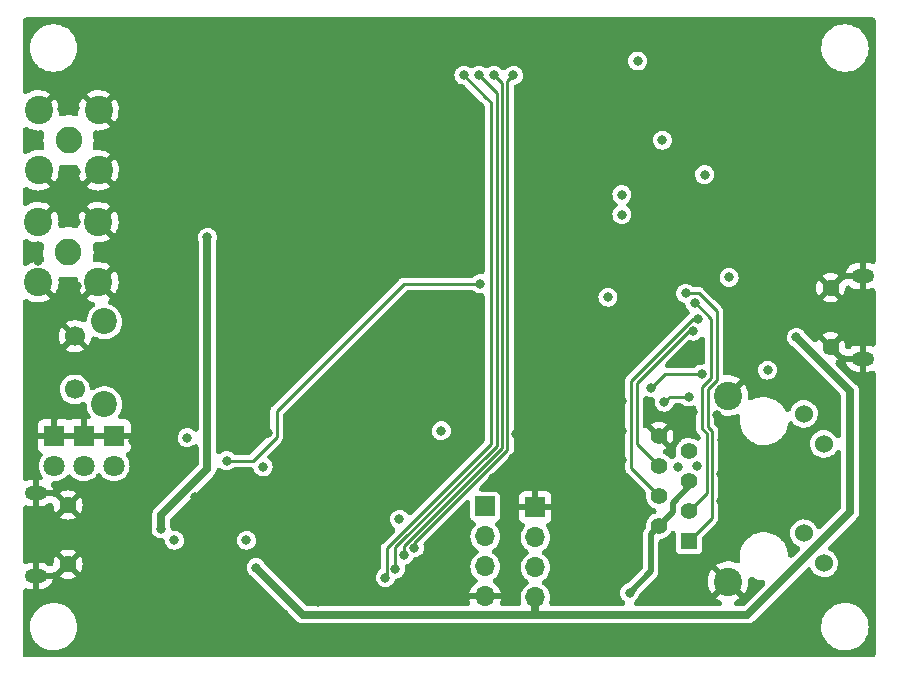
<source format=gbr>
%TF.GenerationSoftware,KiCad,Pcbnew,(6.0.9)*%
%TF.CreationDate,2023-03-02T15:05:35+09:00*%
%TF.ProjectId,mosaicBoard,6d6f7361-6963-4426-9f61-72642e6b6963,rev?*%
%TF.SameCoordinates,PX72eaf20PY14fb180*%
%TF.FileFunction,Copper,L4,Bot*%
%TF.FilePolarity,Positive*%
%FSLAX46Y46*%
G04 Gerber Fmt 4.6, Leading zero omitted, Abs format (unit mm)*
G04 Created by KiCad (PCBNEW (6.0.9)) date 2023-03-02 15:05:35*
%MOMM*%
%LPD*%
G01*
G04 APERTURE LIST*
%TA.AperFunction,ComponentPad*%
%ADD10R,1.400000X1.400000*%
%TD*%
%TA.AperFunction,ComponentPad*%
%ADD11C,1.400000*%
%TD*%
%TA.AperFunction,ComponentPad*%
%ADD12C,1.530000*%
%TD*%
%TA.AperFunction,ComponentPad*%
%ADD13C,2.400000*%
%TD*%
%TA.AperFunction,ComponentPad*%
%ADD14R,1.700000X1.700000*%
%TD*%
%TA.AperFunction,ComponentPad*%
%ADD15O,1.700000X1.700000*%
%TD*%
%TA.AperFunction,ComponentPad*%
%ADD16C,2.200000*%
%TD*%
%TA.AperFunction,ComponentPad*%
%ADD17C,1.700000*%
%TD*%
%TA.AperFunction,ComponentPad*%
%ADD18C,1.450000*%
%TD*%
%TA.AperFunction,ComponentPad*%
%ADD19O,1.900000X1.200000*%
%TD*%
%TA.AperFunction,ComponentPad*%
%ADD20C,2.250000*%
%TD*%
%TA.AperFunction,ComponentPad*%
%ADD21R,1.800000X1.800000*%
%TD*%
%TA.AperFunction,ComponentPad*%
%ADD22C,1.800000*%
%TD*%
%TA.AperFunction,ViaPad*%
%ADD23C,0.800000*%
%TD*%
%TA.AperFunction,Conductor*%
%ADD24C,0.500000*%
%TD*%
%TA.AperFunction,Conductor*%
%ADD25C,0.250000*%
%TD*%
%TA.AperFunction,Conductor*%
%ADD26C,0.700000*%
%TD*%
G04 APERTURE END LIST*
D10*
%TO.P,J9,1,TD+*%
%TO.N,Net-(IC1-Pad7)*%
X56800000Y-44745000D03*
D11*
%TO.P,J9,2,CT*%
%TO.N,+3.3V*%
X54260000Y-43475000D03*
%TO.P,J9,3,TD-*%
%TO.N,Net-(IC1-Pad6)*%
X56800000Y-42205000D03*
%TO.P,J9,4,RD+*%
%TO.N,Net-(IC1-Pad5)*%
X54260000Y-40935000D03*
%TO.P,J9,5,CT*%
%TO.N,+3.3V*%
X56800000Y-39665000D03*
%TO.P,J9,6,RD-*%
%TO.N,Net-(IC1-Pad4)*%
X54260000Y-38395000D03*
%TO.P,J9,7,N/A*%
%TO.N,unconnected-(J9-Pad7)*%
X56800000Y-37125000D03*
%TO.P,J9,8,CGND*%
%TO.N,GND*%
X54260000Y-35855000D03*
D12*
%TO.P,J9,9,LEDGC*%
%TO.N,/LED0*%
X68230000Y-46625000D03*
%TO.P,J9,10,LEDGA*%
%TO.N,Net-(J9-Pad10)*%
X66530000Y-44085000D03*
%TO.P,J9,11,LEDYC*%
%TO.N,/LED1*%
X68230000Y-36515000D03*
%TO.P,J9,12,LEDYA*%
%TO.N,Net-(J9-Pad12)*%
X66530000Y-33975000D03*
D13*
%TO.P,J9,13,MNT1*%
%TO.N,GND*%
X60100000Y-48175000D03*
%TO.P,J9,14,MNT2*%
X60100000Y-32425000D03*
%TD*%
D14*
%TO.P,J5,1,Pin_1*%
%TO.N,/EVENTA_3V3*%
X39545500Y-41817500D03*
D15*
%TO.P,J5,2,Pin_2*%
%TO.N,/EVENTB_3V3*%
X39545500Y-44357500D03*
%TO.P,J5,3,Pin_3*%
%TO.N,/PPSO_3V3*%
X39545500Y-46897500D03*
%TO.P,J5,4,Pin_4*%
%TO.N,GND*%
X39545500Y-49437500D03*
%TD*%
D16*
%TO.P,SW1,*%
%TO.N,*%
X7300000Y-33150000D03*
X7300000Y-26150000D03*
D17*
%TO.P,SW1,1,1*%
%TO.N,/LOGBUTTON*%
X4800000Y-31900000D03*
%TO.P,SW1,2,2*%
%TO.N,GND*%
X4800000Y-27400000D03*
%TD*%
D18*
%TO.P,J10,6,Shield*%
%TO.N,GND*%
X68791500Y-28300000D03*
D19*
X71491500Y-29300000D03*
D18*
X68791500Y-23300000D03*
D19*
X71491500Y-22300000D03*
%TD*%
%TO.P,J3,6,Shield*%
%TO.N,GND*%
X1516000Y-40700000D03*
X1516000Y-47700000D03*
D18*
X4216000Y-46700000D03*
X4216000Y-41700000D03*
%TD*%
D20*
%TO.P,J1,1,In*%
%TO.N,/ANT1*%
X4269000Y-10814000D03*
D13*
%TO.P,J1,2,Ext*%
%TO.N,GND*%
X1729000Y-13354000D03*
X6809000Y-8274000D03*
X1729000Y-8274000D03*
X6809000Y-13354000D03*
%TD*%
D20*
%TO.P,J2,1,In*%
%TO.N,/ANT2*%
X4260000Y-20290000D03*
D13*
%TO.P,J2,2,Ext*%
%TO.N,GND*%
X6800000Y-22830000D03*
X1720000Y-17750000D03*
X6800000Y-17750000D03*
X1720000Y-22830000D03*
%TD*%
D21*
%TO.P,D5,1,K*%
%TO.N,GND*%
X8125000Y-35850000D03*
D22*
%TO.P,D5,2,A*%
%TO.N,Net-(D5-Pad2)*%
X8125000Y-38390000D03*
%TD*%
D21*
%TO.P,D4,1,K*%
%TO.N,GND*%
X5550000Y-35850000D03*
D22*
%TO.P,D4,2,A*%
%TO.N,Net-(D4-Pad2)*%
X5550000Y-38390000D03*
%TD*%
D14*
%TO.P,J4,1,Pin_1*%
%TO.N,GND*%
X43793700Y-41881000D03*
D15*
%TO.P,J4,2,Pin_2*%
%TO.N,/MosaicRX1*%
X43793700Y-44421000D03*
%TO.P,J4,3,Pin_3*%
%TO.N,/MosaicTX1*%
X43793700Y-46961000D03*
%TO.P,J4,4,Pin_4*%
%TO.N,+5V*%
X43793700Y-49501000D03*
%TD*%
D21*
%TO.P,D3,1,K*%
%TO.N,GND*%
X3075000Y-35850000D03*
D22*
%TO.P,D3,2,A*%
%TO.N,Net-(D3-Pad2)*%
X3075000Y-38390000D03*
%TD*%
D23*
%TO.N,GND*%
X69425000Y-21025000D03*
X59600000Y-21025000D03*
X56950000Y-5325000D03*
X67500000Y-5300000D03*
X61250000Y-5300000D03*
X55250000Y-17525000D03*
X10945000Y-48358000D03*
X7800000Y-48000000D03*
X6200000Y-49500000D03*
X27500000Y-10300000D03*
X33225000Y-10500000D03*
X13600000Y-17200000D03*
X42758660Y-20941340D03*
X42700000Y-24950000D03*
X17500000Y-7800000D03*
X42750000Y-28800000D03*
X26900000Y-35550000D03*
X20525000Y-5375000D03*
X17600000Y-30650000D03*
X17500000Y-10350000D03*
X44050000Y-5450000D03*
X45300000Y-5400000D03*
X12900000Y-3200000D03*
X18600000Y-35600000D03*
X17450000Y-28100000D03*
X28200000Y-35550000D03*
X17500000Y-15450000D03*
X27100000Y-14400000D03*
X17500000Y-11600000D03*
X42695000Y-16608000D03*
X27000000Y-26200000D03*
X42700000Y-26200000D03*
X17500000Y-9050000D03*
X37400000Y-11550000D03*
X42700000Y-30650000D03*
X21150000Y-35600000D03*
X15644000Y-7552000D03*
X17500000Y-25600000D03*
X17550000Y-29300000D03*
X17500000Y-6500000D03*
X17450000Y-14150000D03*
X17550000Y-26850000D03*
X32900000Y-20550000D03*
X25225000Y-37175000D03*
X36400000Y-10350000D03*
X17550000Y-21800000D03*
X17500000Y-23050000D03*
X31400000Y-30750000D03*
X39000000Y-30650000D03*
X31300000Y-5350000D03*
X16406000Y-10854000D03*
X19950000Y-35600000D03*
X17550000Y-24300000D03*
X17450000Y-31900000D03*
X13600000Y-18600000D03*
X22500000Y-20500000D03*
X22500000Y-30600000D03*
X22500000Y-28100000D03*
X22500000Y-29400000D03*
X26500000Y-11000000D03*
X22500000Y-24300000D03*
X14500000Y-15600000D03*
X15300000Y-14100000D03*
X23800000Y-10300000D03*
X22600000Y-12900000D03*
X15400000Y-11800000D03*
X22600000Y-11600000D03*
X22600000Y-15400000D03*
X28800000Y-30800000D03*
X22500000Y-26800000D03*
X27500000Y-30800000D03*
X25800000Y-13600000D03*
X22500000Y-10300000D03*
X22500000Y-23000000D03*
X25900000Y-27300000D03*
X42800000Y-10300000D03*
X25100000Y-10300000D03*
X22600000Y-14200000D03*
X22500000Y-21700000D03*
X26200000Y-30800000D03*
X22600000Y-16700000D03*
X22600000Y-18000000D03*
X22500000Y-19300000D03*
X22500000Y-25600000D03*
X12950000Y-6900000D03*
X22700000Y-3900000D03*
X23600000Y-5150000D03*
X16950000Y-5350000D03*
X20800000Y-2950000D03*
X18650000Y-2950000D03*
X41400000Y-3490000D03*
X18650000Y-5325000D03*
X16250000Y-2950000D03*
X53363000Y-26641000D03*
X38885000Y-35658000D03*
X37615000Y-37055000D03*
X42187000Y-35658000D03*
X44600000Y-35658000D03*
X25550000Y-41500000D03*
X25550000Y-44167000D03*
X25550000Y-46580000D03*
X23518000Y-48739000D03*
X20216000Y-48739000D03*
X17295000Y-48739000D03*
X15200000Y-48739000D03*
X23264000Y-41500000D03*
X15009000Y-41055500D03*
X29233000Y-38325000D03*
X33043000Y-38325000D03*
X36345000Y-38325000D03*
X27836000Y-42897000D03*
X30122000Y-40611000D03*
X32400000Y-40500000D03*
X25423000Y-49882000D03*
X64500000Y-5325000D03*
X27836000Y-45056000D03*
X27836000Y-47469000D03*
X27836000Y-49755000D03*
X36400000Y-48993000D03*
X36400000Y-45056000D03*
X51712000Y-47469000D03*
X33297000Y-47215000D03*
X51966000Y-10829500D03*
X42650000Y-17878000D03*
X42695000Y-13433000D03*
X50442000Y-30100000D03*
X56538000Y-29562000D03*
X51610400Y-45538600D03*
X11788000Y-20934000D03*
X12804000Y-19664000D03*
X15500000Y-6000000D03*
X13300000Y-50700000D03*
X16100000Y-50900000D03*
X19000000Y-50900000D03*
X22500000Y-50900000D03*
X41900000Y-37700000D03*
X40200000Y-39400000D03*
X50100000Y-7500000D03*
X47700000Y-7000000D03*
X48800000Y-8600000D03*
X48800000Y-10700000D03*
X47700000Y-15800000D03*
X49100000Y-23200000D03*
X48000000Y-26600000D03*
X59550000Y-41350000D03*
X51635800Y-43278000D03*
X51150000Y-37850000D03*
X51150000Y-35400000D03*
X51150000Y-32900000D03*
X59550000Y-39050000D03*
X59500000Y-43800000D03*
X58290600Y-45919600D03*
X59586000Y-36166000D03*
X60195600Y-30120800D03*
X45300000Y-37700000D03*
X45300000Y-39600000D03*
X48250000Y-31900000D03*
X47600000Y-35200000D03*
X47300000Y-37700000D03*
X8900000Y-8300000D03*
X11707000Y-8480000D03*
X3600000Y-5900000D03*
X1194000Y-11225000D03*
X4819000Y-8100000D03*
X3769000Y-13500000D03*
X6200000Y-5900000D03*
X4869000Y-13500000D03*
X9100000Y-13900000D03*
X8848000Y-6027000D03*
X3719000Y-8150000D03*
X1790000Y-15600000D03*
X1000000Y-5900000D03*
X1169000Y-10275000D03*
X4119000Y-15546000D03*
X6669000Y-15500000D03*
X8569000Y-15550000D03*
X12596000Y-12417000D03*
X11326000Y-15973000D03*
X11326000Y-13814000D03*
X11580000Y-4543000D03*
X9100000Y-12400000D03*
X11000000Y-45600000D03*
X5900000Y-47600000D03*
X7000000Y-42200000D03*
X7998600Y-45030600D03*
X3819000Y-17800000D03*
X9100000Y-25100000D03*
X5600000Y-25100000D03*
X1719000Y-21050000D03*
X4969000Y-23150000D03*
X4919000Y-17750000D03*
X3819000Y-25100000D03*
X1169000Y-25100000D03*
X1719000Y-19800000D03*
X9100000Y-23400000D03*
X3869000Y-23150000D03*
X10200000Y-18700000D03*
X10400000Y-5700000D03*
X11100000Y-10000000D03*
X10400000Y-22300000D03*
X9000000Y-18300000D03*
X57503200Y-38426600D03*
X57147600Y-33803800D03*
X59128800Y-34083200D03*
X51432600Y-20392600D03*
X51737400Y-13839400D03*
X55600000Y-21600000D03*
X64818400Y-39087000D03*
X65936000Y-36242200D03*
X51610400Y-41677800D03*
X51610400Y-40077600D03*
X54582200Y-45538600D03*
X7400000Y-40200000D03*
X45400000Y-48900000D03*
X67100000Y-21400000D03*
X63000000Y-31700000D03*
X67700000Y-31500000D03*
X71700000Y-34200000D03*
X71900000Y-46600000D03*
X11350000Y-17800000D03*
X10000000Y-38900000D03*
X10000000Y-34300000D03*
X51800000Y-9300000D03*
X51839000Y-12349990D03*
X31300000Y-36008979D03*
X9700000Y-36300000D03*
X5300000Y-33800000D03*
%TO.N,+3.3V*%
X19327000Y-44675000D03*
X13231000Y-44675000D03*
X49934000Y-24101000D03*
X51125000Y-15415500D03*
X51125000Y-17115500D03*
X14310500Y-36000000D03*
X32281000Y-42897000D03*
X58125000Y-13725000D03*
X52447000Y-4098500D03*
X63446800Y-30273200D03*
X60195600Y-22424600D03*
X35837000Y-35404000D03*
X54549990Y-10800000D03*
X55852188Y-38452000D03*
X51762800Y-49120000D03*
X20736000Y-38464000D03*
%TO.N,+1V8*%
X41933000Y-5305000D03*
X33555660Y-45314660D03*
%TO.N,+5V*%
X12100000Y-43700000D03*
X65900000Y-27500000D03*
X16025000Y-19021000D03*
X20150000Y-47000000D03*
%TO.N,/PPSO_1V8*%
X31102472Y-47832000D03*
X37742000Y-5305000D03*
%TO.N,/EVENTB_1V8*%
X31934098Y-47107000D03*
X39012000Y-5305000D03*
%TO.N,/EVENTA_1V8*%
X40282000Y-5305000D03*
X32662000Y-45945000D03*
%TO.N,/LOGBUTTON*%
X17676000Y-37944000D03*
X39139000Y-22958000D03*
%TO.N,Net-(IC1-Pad4)*%
X57126396Y-26976324D03*
%TO.N,Net-(IC1-Pad5)*%
X57575000Y-25904400D03*
%TO.N,Net-(IC1-Pad6)*%
X57300000Y-24575000D03*
%TO.N,Net-(IC1-Pad7)*%
X56512600Y-23770800D03*
%TO.N,Net-(IC1-Pad28)*%
X57858800Y-30603400D03*
X53617000Y-31771800D03*
%TO.N,/nRST_LAN*%
X54699978Y-32991000D03*
X56766600Y-32533800D03*
%TD*%
D24*
%TO.N,+3.3V*%
X55410001Y-41484999D02*
X56800000Y-40095000D01*
X56800000Y-40095000D02*
X56800000Y-39665000D01*
X53560001Y-47322799D02*
X51762800Y-49120000D01*
X53560001Y-44174999D02*
X53560001Y-47322799D01*
X54260000Y-43475000D02*
X55410001Y-42324999D01*
X54260000Y-43475000D02*
X53560001Y-44174999D01*
X55410001Y-42324999D02*
X55410001Y-41484999D01*
D25*
%TO.N,+1V8*%
X41425000Y-5813000D02*
X41425000Y-37055000D01*
X41425000Y-37055000D02*
X33555660Y-44924340D01*
X41933000Y-5305000D02*
X41425000Y-5813000D01*
X33555660Y-44924340D02*
X33555660Y-45314660D01*
D26*
%TO.N,+5V*%
X70442001Y-42282999D02*
X70442001Y-32042001D01*
X61750000Y-50975000D02*
X70442001Y-42282999D01*
X70442001Y-32042001D02*
X65900000Y-27500000D01*
X16025000Y-38613000D02*
X12100000Y-42538000D01*
X20150000Y-47000000D02*
X24125000Y-50975000D01*
X43793700Y-50943700D02*
X43825000Y-50975000D01*
X12100000Y-42538000D02*
X12100000Y-43700000D01*
X16025000Y-19021000D02*
X16025000Y-38613000D01*
X43825000Y-50975000D02*
X61750000Y-50975000D01*
X43793700Y-49501000D02*
X43793700Y-50943700D01*
X24125000Y-50975000D02*
X43825000Y-50975000D01*
D25*
%TO.N,/PPSO_1V8*%
X40028000Y-36542770D02*
X31209097Y-45361673D01*
X40028000Y-7591000D02*
X40028000Y-36542770D01*
X31209097Y-47725375D02*
X31102472Y-47832000D01*
X39647000Y-7210000D02*
X40028000Y-7591000D01*
X37742000Y-5305000D02*
X39647000Y-7210000D01*
X31209097Y-45361673D02*
X31209097Y-47725375D01*
%TO.N,/EVENTB_1V8*%
X40524978Y-36682202D02*
X31934098Y-45273082D01*
X39012000Y-5305000D02*
X40524978Y-6817978D01*
X40524978Y-6817978D02*
X40524978Y-36682202D01*
X31934098Y-45273082D02*
X31934098Y-47107000D01*
%TO.N,/EVENTA_1V8*%
X32662000Y-45181590D02*
X32662000Y-45945000D01*
X40282000Y-5305000D02*
X40974989Y-5997989D01*
X40974989Y-36868601D02*
X32662000Y-45181590D01*
X40974989Y-5997989D02*
X40974989Y-36868601D01*
%TO.N,/LOGBUTTON*%
X21875001Y-35948001D02*
X21875001Y-33744999D01*
X21875001Y-33744999D02*
X32662000Y-22958000D01*
X17676000Y-37944000D02*
X19879002Y-37944000D01*
X19879002Y-37944000D02*
X21875001Y-35948001D01*
X32662000Y-22958000D02*
X39139000Y-22958000D01*
%TO.N,Net-(IC1-Pad4)*%
X56761476Y-26976324D02*
X57126396Y-26976324D01*
X52375000Y-31362800D02*
X56761476Y-26976324D01*
X54260000Y-38395000D02*
X52375000Y-36510000D01*
X52375000Y-36510000D02*
X52375000Y-31362800D01*
%TO.N,Net-(IC1-Pad5)*%
X51924989Y-31152411D02*
X57173000Y-25904400D01*
X51924989Y-38599989D02*
X51924989Y-31152411D01*
X54260000Y-40935000D02*
X51924989Y-38599989D01*
X57173000Y-25904400D02*
X57575000Y-25904400D01*
%TO.N,Net-(IC1-Pad6)*%
X58697000Y-25922000D02*
X58697000Y-30939802D01*
X58300001Y-35616601D02*
X58300001Y-40704999D01*
X58300001Y-40704999D02*
X56800000Y-42205000D01*
X57935000Y-31701802D02*
X57935000Y-35251600D01*
X58697000Y-30939802D02*
X57935000Y-31701802D01*
X57935000Y-35251600D02*
X58300001Y-35616601D01*
X57350000Y-24575000D02*
X58697000Y-25922000D01*
%TO.N,Net-(IC1-Pad7)*%
X59147011Y-25297010D02*
X59147011Y-31126202D01*
X58385011Y-35065201D02*
X58750012Y-35430201D01*
X58750012Y-35430201D02*
X58750011Y-42794989D01*
X58750011Y-42794989D02*
X56800000Y-44745000D01*
X58385011Y-31888202D02*
X58385011Y-35065201D01*
X57620800Y-23770800D02*
X59147011Y-25297010D01*
X59147011Y-31126202D02*
X58385011Y-31888202D01*
X56512600Y-23770800D02*
X57620800Y-23770800D01*
%TO.N,Net-(IC1-Pad28)*%
X53617000Y-31771800D02*
X54785400Y-30603400D01*
X54785400Y-30603400D02*
X57858800Y-30603400D01*
%TO.N,/nRST_LAN*%
X54699978Y-32991000D02*
X55157178Y-32533800D01*
X55157178Y-32533800D02*
X56766600Y-32533800D01*
%TD*%
%TA.AperFunction,Conductor*%
%TO.N,GND*%
G36*
X72445788Y-419454D02*
G01*
X72526570Y-473430D01*
X72580546Y-554212D01*
X72599500Y-649500D01*
X72599500Y-21042067D01*
X72580546Y-21137355D01*
X72526570Y-21218137D01*
X72445788Y-21272113D01*
X72350500Y-21291067D01*
X72257425Y-21273017D01*
X72168620Y-21237228D01*
X72145987Y-21230523D01*
X71958914Y-21193991D01*
X71942781Y-21192031D01*
X71941503Y-21192000D01*
X71771027Y-21192000D01*
X71750569Y-21196069D01*
X71746500Y-21216527D01*
X71746500Y-23383473D01*
X71750569Y-23403931D01*
X71771027Y-23408000D01*
X71888406Y-23408000D01*
X71900221Y-23407437D01*
X72040177Y-23394084D01*
X72063336Y-23389625D01*
X72243472Y-23336779D01*
X72258028Y-23330957D01*
X72353541Y-23313169D01*
X72448591Y-23333285D01*
X72528707Y-23388244D01*
X72581693Y-23469678D01*
X72599500Y-23562150D01*
X72599500Y-28042067D01*
X72580546Y-28137355D01*
X72526570Y-28218137D01*
X72445788Y-28272113D01*
X72350500Y-28291067D01*
X72257425Y-28273017D01*
X72168620Y-28237228D01*
X72145987Y-28230523D01*
X71958914Y-28193991D01*
X71942781Y-28192031D01*
X71941503Y-28192000D01*
X71771027Y-28192000D01*
X71750569Y-28196069D01*
X71746500Y-28216527D01*
X71746500Y-30383473D01*
X71750569Y-30403931D01*
X71771027Y-30408000D01*
X71888406Y-30408000D01*
X71900221Y-30407437D01*
X72040177Y-30394084D01*
X72063336Y-30389625D01*
X72243472Y-30336779D01*
X72258028Y-30330957D01*
X72353541Y-30313169D01*
X72448591Y-30333285D01*
X72528707Y-30388244D01*
X72581693Y-30469678D01*
X72599500Y-30562150D01*
X72599500Y-54350500D01*
X72580546Y-54445788D01*
X72526570Y-54526570D01*
X72445788Y-54580546D01*
X72350500Y-54599500D01*
X649500Y-54599500D01*
X554212Y-54580546D01*
X473430Y-54526570D01*
X419454Y-54445788D01*
X400500Y-54350500D01*
X400500Y-51968497D01*
X994637Y-51968497D01*
X1010205Y-52251370D01*
X1011921Y-52259998D01*
X1011922Y-52260004D01*
X1063757Y-52520595D01*
X1065474Y-52529226D01*
X1159342Y-52796524D01*
X1163394Y-52804325D01*
X1163396Y-52804329D01*
X1285878Y-53040117D01*
X1285881Y-53040122D01*
X1289936Y-53047928D01*
X1295055Y-53055091D01*
X1295056Y-53055093D01*
X1449531Y-53271260D01*
X1449535Y-53271265D01*
X1454651Y-53278424D01*
X1525799Y-53353007D01*
X1644114Y-53477034D01*
X1644119Y-53477039D01*
X1650199Y-53483412D01*
X1872680Y-53658801D01*
X1880293Y-53663223D01*
X1880296Y-53663225D01*
X1939426Y-53697570D01*
X2117654Y-53801093D01*
X2125810Y-53804396D01*
X2125815Y-53804399D01*
X2347350Y-53894130D01*
X2380232Y-53907448D01*
X2516541Y-53941307D01*
X2646637Y-53973624D01*
X2646642Y-53973625D01*
X2655177Y-53975745D01*
X2663932Y-53976642D01*
X2890471Y-53999853D01*
X2890479Y-53999853D01*
X2896790Y-54000500D01*
X3072170Y-54000500D01*
X3076544Y-54000190D01*
X3076552Y-54000190D01*
X3150427Y-53994959D01*
X3282593Y-53985601D01*
X3291208Y-53983746D01*
X3291210Y-53983746D01*
X3383696Y-53963834D01*
X3559547Y-53925975D01*
X3825337Y-53827920D01*
X4074660Y-53693393D01*
X4081736Y-53688166D01*
X4081740Y-53688164D01*
X4295462Y-53530306D01*
X4295463Y-53530305D01*
X4302540Y-53525078D01*
X4504430Y-53326334D01*
X4546462Y-53271260D01*
X4670961Y-53108127D01*
X4676304Y-53101126D01*
X4710471Y-53040117D01*
X4810425Y-52861634D01*
X4814730Y-52853947D01*
X4916948Y-52589730D01*
X4930973Y-52529226D01*
X4978929Y-52322329D01*
X4978929Y-52322326D01*
X4980918Y-52313747D01*
X5005363Y-52031503D01*
X5001895Y-51968497D01*
X67994637Y-51968497D01*
X68010205Y-52251370D01*
X68011921Y-52259998D01*
X68011922Y-52260004D01*
X68063757Y-52520595D01*
X68065474Y-52529226D01*
X68159342Y-52796524D01*
X68163394Y-52804325D01*
X68163396Y-52804329D01*
X68285878Y-53040117D01*
X68285881Y-53040122D01*
X68289936Y-53047928D01*
X68295055Y-53055091D01*
X68295056Y-53055093D01*
X68449531Y-53271260D01*
X68449535Y-53271265D01*
X68454651Y-53278424D01*
X68525799Y-53353007D01*
X68644114Y-53477034D01*
X68644119Y-53477039D01*
X68650199Y-53483412D01*
X68872680Y-53658801D01*
X68880293Y-53663223D01*
X68880296Y-53663225D01*
X68939426Y-53697570D01*
X69117654Y-53801093D01*
X69125810Y-53804396D01*
X69125815Y-53804399D01*
X69347350Y-53894130D01*
X69380232Y-53907448D01*
X69516541Y-53941307D01*
X69646637Y-53973624D01*
X69646642Y-53973625D01*
X69655177Y-53975745D01*
X69663932Y-53976642D01*
X69890471Y-53999853D01*
X69890479Y-53999853D01*
X69896790Y-54000500D01*
X70072170Y-54000500D01*
X70076544Y-54000190D01*
X70076552Y-54000190D01*
X70150427Y-53994959D01*
X70282593Y-53985601D01*
X70291208Y-53983746D01*
X70291210Y-53983746D01*
X70383696Y-53963834D01*
X70559547Y-53925975D01*
X70825337Y-53827920D01*
X71074660Y-53693393D01*
X71081736Y-53688166D01*
X71081740Y-53688164D01*
X71295462Y-53530306D01*
X71295463Y-53530305D01*
X71302540Y-53525078D01*
X71504430Y-53326334D01*
X71546462Y-53271260D01*
X71670961Y-53108127D01*
X71676304Y-53101126D01*
X71710471Y-53040117D01*
X71810425Y-52861634D01*
X71814730Y-52853947D01*
X71916948Y-52589730D01*
X71930973Y-52529226D01*
X71978929Y-52322329D01*
X71978929Y-52322326D01*
X71980918Y-52313747D01*
X72005363Y-52031503D01*
X71989795Y-51748630D01*
X71985886Y-51728975D01*
X71936243Y-51479405D01*
X71936242Y-51479402D01*
X71934526Y-51470774D01*
X71840658Y-51203476D01*
X71815098Y-51154271D01*
X71714122Y-50959883D01*
X71714119Y-50959878D01*
X71710064Y-50952072D01*
X71704944Y-50944907D01*
X71550469Y-50728740D01*
X71550465Y-50728735D01*
X71545349Y-50721576D01*
X71474201Y-50646993D01*
X71355886Y-50522966D01*
X71355881Y-50522961D01*
X71349801Y-50516588D01*
X71127320Y-50341199D01*
X71067766Y-50306607D01*
X71016847Y-50277031D01*
X70882346Y-50198907D01*
X70874190Y-50195604D01*
X70874185Y-50195601D01*
X70627930Y-50095858D01*
X70627931Y-50095858D01*
X70619768Y-50092552D01*
X70483459Y-50058693D01*
X70353363Y-50026376D01*
X70353358Y-50026375D01*
X70344823Y-50024255D01*
X70320198Y-50021732D01*
X70109529Y-50000147D01*
X70109521Y-50000147D01*
X70103210Y-49999500D01*
X69927830Y-49999500D01*
X69923456Y-49999810D01*
X69923448Y-49999810D01*
X69849573Y-50005041D01*
X69717407Y-50014399D01*
X69708792Y-50016254D01*
X69708790Y-50016254D01*
X69616304Y-50036166D01*
X69440453Y-50074025D01*
X69174663Y-50172080D01*
X68925340Y-50306607D01*
X68918264Y-50311834D01*
X68918260Y-50311836D01*
X68704538Y-50469694D01*
X68697460Y-50474922D01*
X68495570Y-50673666D01*
X68490231Y-50680662D01*
X68490229Y-50680664D01*
X68329039Y-50891873D01*
X68323696Y-50898874D01*
X68319395Y-50906553D01*
X68319393Y-50906557D01*
X68219212Y-51085444D01*
X68185270Y-51146053D01*
X68083052Y-51410270D01*
X68081066Y-51418837D01*
X68081065Y-51418841D01*
X68026291Y-51655152D01*
X68019082Y-51686253D01*
X67994637Y-51968497D01*
X5001895Y-51968497D01*
X4989795Y-51748630D01*
X4985886Y-51728975D01*
X4936243Y-51479405D01*
X4936242Y-51479402D01*
X4934526Y-51470774D01*
X4840658Y-51203476D01*
X4815098Y-51154271D01*
X4714122Y-50959883D01*
X4714119Y-50959878D01*
X4710064Y-50952072D01*
X4704944Y-50944907D01*
X4550469Y-50728740D01*
X4550465Y-50728735D01*
X4545349Y-50721576D01*
X4474201Y-50646993D01*
X4355886Y-50522966D01*
X4355881Y-50522961D01*
X4349801Y-50516588D01*
X4127320Y-50341199D01*
X4067766Y-50306607D01*
X4016847Y-50277031D01*
X3882346Y-50198907D01*
X3874190Y-50195604D01*
X3874185Y-50195601D01*
X3627930Y-50095858D01*
X3627931Y-50095858D01*
X3619768Y-50092552D01*
X3483459Y-50058693D01*
X3353363Y-50026376D01*
X3353358Y-50026375D01*
X3344823Y-50024255D01*
X3320198Y-50021732D01*
X3109529Y-50000147D01*
X3109521Y-50000147D01*
X3103210Y-49999500D01*
X2927830Y-49999500D01*
X2923456Y-49999810D01*
X2923448Y-49999810D01*
X2849573Y-50005041D01*
X2717407Y-50014399D01*
X2708792Y-50016254D01*
X2708790Y-50016254D01*
X2616304Y-50036166D01*
X2440453Y-50074025D01*
X2174663Y-50172080D01*
X1925340Y-50306607D01*
X1918264Y-50311834D01*
X1918260Y-50311836D01*
X1704538Y-50469694D01*
X1697460Y-50474922D01*
X1495570Y-50673666D01*
X1490231Y-50680662D01*
X1490229Y-50680664D01*
X1329039Y-50891873D01*
X1323696Y-50898874D01*
X1319395Y-50906553D01*
X1319393Y-50906557D01*
X1219212Y-51085444D01*
X1185270Y-51146053D01*
X1083052Y-51410270D01*
X1081066Y-51418837D01*
X1081065Y-51418841D01*
X1026291Y-51655152D01*
X1019082Y-51686253D01*
X994637Y-51968497D01*
X400500Y-51968497D01*
X400500Y-48954910D01*
X419454Y-48859622D01*
X473430Y-48778840D01*
X554212Y-48724864D01*
X649500Y-48705910D01*
X742576Y-48723960D01*
X838884Y-48762774D01*
X861513Y-48769477D01*
X1048586Y-48806009D01*
X1064719Y-48807969D01*
X1065997Y-48808000D01*
X1236473Y-48808000D01*
X1256931Y-48803931D01*
X1261000Y-48783473D01*
X1771000Y-48783473D01*
X1775069Y-48803931D01*
X1795527Y-48808000D01*
X1912906Y-48808000D01*
X1924721Y-48807437D01*
X2064677Y-48794084D01*
X2087836Y-48789625D01*
X2267977Y-48736778D01*
X2289883Y-48728016D01*
X2456776Y-48642060D01*
X2476624Y-48629318D01*
X2624257Y-48513351D01*
X2641340Y-48497083D01*
X2764377Y-48355296D01*
X2778076Y-48336090D01*
X2872084Y-48173592D01*
X2881903Y-48152145D01*
X2943483Y-47974811D01*
X2944624Y-47970132D01*
X2944011Y-47958443D01*
X2934287Y-47955000D01*
X1795527Y-47955000D01*
X1775069Y-47959069D01*
X1771000Y-47979527D01*
X1771000Y-48783473D01*
X1261000Y-48783473D01*
X1261000Y-47733831D01*
X3548547Y-47733831D01*
X3553606Y-47741402D01*
X3588244Y-47765656D01*
X3606996Y-47776482D01*
X3782821Y-47858471D01*
X3803179Y-47865881D01*
X3990573Y-47916092D01*
X4011908Y-47919854D01*
X4205165Y-47936762D01*
X4226835Y-47936762D01*
X4420092Y-47919854D01*
X4441427Y-47916092D01*
X4628821Y-47865881D01*
X4649179Y-47858471D01*
X4825004Y-47776482D01*
X4843756Y-47765656D01*
X4869119Y-47747897D01*
X4883540Y-47732832D01*
X4879872Y-47724496D01*
X4233341Y-47077965D01*
X4216000Y-47066378D01*
X4198659Y-47077965D01*
X3560134Y-47716490D01*
X3548547Y-47733831D01*
X1261000Y-47733831D01*
X1261000Y-47420473D01*
X1771000Y-47420473D01*
X1775069Y-47440931D01*
X1795527Y-47445000D01*
X2919749Y-47445000D01*
X2942410Y-47440492D01*
X2974166Y-47419274D01*
X2987236Y-47406203D01*
X3076993Y-47369020D01*
X3154905Y-47369016D01*
X3181113Y-47368444D01*
X3191504Y-47363872D01*
X3838035Y-46717341D01*
X3849622Y-46700000D01*
X4582378Y-46700000D01*
X4593965Y-46717341D01*
X5232490Y-47355866D01*
X5249831Y-47367453D01*
X5257402Y-47362394D01*
X5281656Y-47327756D01*
X5292482Y-47309004D01*
X5374471Y-47133179D01*
X5381881Y-47112821D01*
X5415124Y-46988753D01*
X19344514Y-46988753D01*
X19345872Y-47002603D01*
X19345872Y-47002607D01*
X19348580Y-47030223D01*
X19362039Y-47167486D01*
X19366432Y-47180693D01*
X19366433Y-47180696D01*
X19371925Y-47197206D01*
X19418726Y-47337896D01*
X19511759Y-47491512D01*
X19521429Y-47501526D01*
X19521431Y-47501528D01*
X19626842Y-47610684D01*
X19626845Y-47610686D01*
X19636514Y-47620699D01*
X19648161Y-47628321D01*
X19648164Y-47628323D01*
X19775135Y-47711410D01*
X19786789Y-47719036D01*
X19793644Y-47721585D01*
X19853669Y-47765036D01*
X21700144Y-49611512D01*
X23540755Y-51452123D01*
X23560783Y-51475428D01*
X23563808Y-51478672D01*
X23572383Y-51490324D01*
X23608365Y-51520893D01*
X23614760Y-51526788D01*
X23614791Y-51526753D01*
X23620197Y-51531565D01*
X23625303Y-51536671D01*
X23630972Y-51541156D01*
X23630973Y-51541157D01*
X23645665Y-51552781D01*
X23652389Y-51558294D01*
X23694730Y-51594266D01*
X23694732Y-51594268D01*
X23705755Y-51603632D01*
X23717554Y-51609657D01*
X23727949Y-51617881D01*
X23741054Y-51624006D01*
X23741059Y-51624009D01*
X23791425Y-51647549D01*
X23799232Y-51651365D01*
X23848725Y-51676637D01*
X23848728Y-51676638D01*
X23861616Y-51683219D01*
X23874490Y-51686369D01*
X23886493Y-51691979D01*
X23900658Y-51694925D01*
X23900660Y-51694926D01*
X23955078Y-51706245D01*
X23963525Y-51708156D01*
X24031606Y-51724815D01*
X24042648Y-51725500D01*
X24046526Y-51725500D01*
X24047845Y-51725541D01*
X24057831Y-51727618D01*
X24072291Y-51727227D01*
X24072294Y-51727227D01*
X24132737Y-51725591D01*
X24139473Y-51725500D01*
X43741855Y-51725500D01*
X43749228Y-51725828D01*
X43757831Y-51727618D01*
X43772288Y-51727227D01*
X43772290Y-51727227D01*
X43832737Y-51725591D01*
X43839473Y-51725500D01*
X61674244Y-51725500D01*
X61704894Y-51727818D01*
X61709332Y-51727973D01*
X61723630Y-51730148D01*
X61770695Y-51726320D01*
X61779386Y-51725967D01*
X61779383Y-51725919D01*
X61786596Y-51725500D01*
X61793822Y-51725500D01*
X61800996Y-51724664D01*
X61801006Y-51724663D01*
X61819629Y-51722492D01*
X61828275Y-51721637D01*
X61883642Y-51717134D01*
X61883646Y-51717133D01*
X61898059Y-51715961D01*
X61910663Y-51711878D01*
X61923828Y-51710343D01*
X61937422Y-51705409D01*
X61937429Y-51705407D01*
X61989697Y-51686435D01*
X61997914Y-51683613D01*
X62008390Y-51680219D01*
X62064546Y-51662027D01*
X62075875Y-51655152D01*
X62088331Y-51650631D01*
X62146942Y-51612204D01*
X62154261Y-51607587D01*
X62204675Y-51576995D01*
X62204677Y-51576993D01*
X62214160Y-51571239D01*
X62222452Y-51563915D01*
X62225164Y-51561203D01*
X62226162Y-51560265D01*
X62234685Y-51554677D01*
X62286197Y-51500300D01*
X62290894Y-51495473D01*
X66761689Y-47024679D01*
X66842471Y-46970703D01*
X66937759Y-46951749D01*
X67033047Y-46970703D01*
X67113829Y-47024679D01*
X67163887Y-47096502D01*
X67216323Y-47210246D01*
X67222909Y-47219565D01*
X67328531Y-47369016D01*
X67339950Y-47385174D01*
X67493385Y-47534644D01*
X67671489Y-47653649D01*
X67681979Y-47658156D01*
X67681981Y-47658157D01*
X67753126Y-47688723D01*
X67868298Y-47738205D01*
X67879435Y-47740725D01*
X67879438Y-47740726D01*
X68066078Y-47782958D01*
X68066080Y-47782958D01*
X68077220Y-47785479D01*
X68193650Y-47790054D01*
X68279848Y-47793441D01*
X68279852Y-47793441D01*
X68291259Y-47793889D01*
X68470659Y-47767877D01*
X68491943Y-47764791D01*
X68491944Y-47764791D01*
X68503246Y-47763152D01*
X68514054Y-47759483D01*
X68514059Y-47759482D01*
X68695274Y-47697968D01*
X68695276Y-47697967D01*
X68706082Y-47694299D01*
X68729753Y-47681043D01*
X68883020Y-47595209D01*
X68892975Y-47589634D01*
X68959094Y-47534644D01*
X69048883Y-47459967D01*
X69057664Y-47452664D01*
X69107169Y-47393141D01*
X69187337Y-47296749D01*
X69187338Y-47296747D01*
X69194634Y-47287975D01*
X69263642Y-47164752D01*
X69293723Y-47111039D01*
X69293724Y-47111037D01*
X69299299Y-47101082D01*
X69307146Y-47077965D01*
X69364482Y-46909059D01*
X69364483Y-46909054D01*
X69368152Y-46898246D01*
X69376300Y-46842055D01*
X69397836Y-46693522D01*
X69397836Y-46693520D01*
X69398889Y-46686259D01*
X69400493Y-46625000D01*
X69380893Y-46411695D01*
X69322749Y-46205533D01*
X69263734Y-46085862D01*
X69233060Y-46023661D01*
X69233059Y-46023659D01*
X69228009Y-46013419D01*
X69170125Y-45935902D01*
X69106678Y-45850936D01*
X69106677Y-45850935D01*
X69099846Y-45841787D01*
X69091110Y-45833711D01*
X68950938Y-45704138D01*
X68942551Y-45696385D01*
X68932893Y-45690291D01*
X68771049Y-45588175D01*
X68771045Y-45588173D01*
X68761393Y-45582083D01*
X68750788Y-45577852D01*
X68750786Y-45577851D01*
X68714240Y-45563270D01*
X68632759Y-45510355D01*
X68577731Y-45430287D01*
X68557531Y-45335255D01*
X68575237Y-45239727D01*
X68630440Y-45155927D01*
X69629244Y-44157124D01*
X70919124Y-42867244D01*
X70942429Y-42847216D01*
X70945673Y-42844191D01*
X70957325Y-42835616D01*
X70987894Y-42799634D01*
X70993789Y-42793239D01*
X70993754Y-42793208D01*
X70998566Y-42787802D01*
X71003672Y-42782696D01*
X71008588Y-42776482D01*
X71019782Y-42762334D01*
X71025295Y-42755610D01*
X71061267Y-42713269D01*
X71061269Y-42713267D01*
X71070633Y-42702244D01*
X71076658Y-42690445D01*
X71084882Y-42680050D01*
X71114552Y-42616567D01*
X71118358Y-42608781D01*
X71120127Y-42605317D01*
X71150220Y-42546383D01*
X71153369Y-42533513D01*
X71158981Y-42521506D01*
X71173249Y-42452913D01*
X71175164Y-42444448D01*
X71189179Y-42387175D01*
X71189181Y-42387161D01*
X71191816Y-42376393D01*
X71192501Y-42365351D01*
X71192501Y-42361474D01*
X71192542Y-42360155D01*
X71194619Y-42350168D01*
X71193384Y-42304511D01*
X71192592Y-42275262D01*
X71192501Y-42268526D01*
X71192501Y-32117757D01*
X71194819Y-32087107D01*
X71194974Y-32082669D01*
X71197149Y-32068371D01*
X71193321Y-32021306D01*
X71192968Y-32012615D01*
X71192920Y-32012618D01*
X71192501Y-32005405D01*
X71192501Y-31998179D01*
X71191665Y-31991005D01*
X71191664Y-31990995D01*
X71189493Y-31972372D01*
X71188638Y-31963726D01*
X71184135Y-31908359D01*
X71184134Y-31908355D01*
X71182962Y-31893942D01*
X71178879Y-31881338D01*
X71177344Y-31868173D01*
X71172410Y-31854579D01*
X71172408Y-31854572D01*
X71153436Y-31802304D01*
X71150614Y-31794087D01*
X71140220Y-31762003D01*
X71129028Y-31727455D01*
X71122153Y-31716126D01*
X71117632Y-31703670D01*
X71079205Y-31645059D01*
X71074588Y-31637740D01*
X71043996Y-31587326D01*
X71043994Y-31587324D01*
X71038240Y-31577841D01*
X71030916Y-31569549D01*
X71028204Y-31566837D01*
X71027266Y-31565839D01*
X71021678Y-31557316D01*
X70967301Y-31505804D01*
X70962474Y-31501107D01*
X69268235Y-29806868D01*
X69214259Y-29726086D01*
X69195305Y-29630798D01*
X69208424Y-29564844D01*
X70066145Y-29564844D01*
X70066678Y-29569332D01*
X70086322Y-29650841D01*
X70094006Y-29673161D01*
X70171703Y-29844047D01*
X70183469Y-29864507D01*
X70292077Y-30017616D01*
X70307492Y-30035476D01*
X70443106Y-30165297D01*
X70461613Y-30179913D01*
X70619325Y-30281747D01*
X70640268Y-30292603D01*
X70814384Y-30362774D01*
X70837013Y-30369477D01*
X71024086Y-30406009D01*
X71040219Y-30407969D01*
X71041497Y-30408000D01*
X71211973Y-30408000D01*
X71232431Y-30403931D01*
X71236500Y-30383473D01*
X71236500Y-29579527D01*
X71232431Y-29559069D01*
X71211973Y-29555000D01*
X70087751Y-29555000D01*
X70067293Y-29559069D01*
X70066145Y-29564844D01*
X69208424Y-29564844D01*
X69214259Y-29535510D01*
X69268235Y-29454728D01*
X69339071Y-29405128D01*
X69400512Y-29376477D01*
X69419256Y-29365656D01*
X69444619Y-29347897D01*
X69459040Y-29332832D01*
X69455372Y-29324496D01*
X68430876Y-28300000D01*
X69157878Y-28300000D01*
X69169465Y-28317341D01*
X69807990Y-28955866D01*
X69826341Y-28968128D01*
X69830302Y-28967340D01*
X69927457Y-28967339D01*
X70017217Y-29004518D01*
X70045485Y-29026504D01*
X70061372Y-29040808D01*
X70073213Y-29045000D01*
X71211973Y-29045000D01*
X71232431Y-29040931D01*
X71236500Y-29020473D01*
X71236500Y-28216527D01*
X71232431Y-28196069D01*
X71211973Y-28192000D01*
X71094594Y-28192000D01*
X71082779Y-28192563D01*
X70942823Y-28205916D01*
X70919664Y-28210375D01*
X70739523Y-28263222D01*
X70717617Y-28271984D01*
X70550724Y-28357940D01*
X70530875Y-28370683D01*
X70429027Y-28450686D01*
X70342384Y-28494643D01*
X70245516Y-28502097D01*
X70153168Y-28471913D01*
X70079401Y-28408688D01*
X70035444Y-28322045D01*
X70027161Y-28276577D01*
X70011354Y-28095908D01*
X70007592Y-28074573D01*
X69957381Y-27887179D01*
X69949971Y-27866821D01*
X69867982Y-27690996D01*
X69857156Y-27672244D01*
X69839397Y-27646881D01*
X69824332Y-27632460D01*
X69815996Y-27636128D01*
X69169465Y-28282659D01*
X69157878Y-28300000D01*
X68430876Y-28300000D01*
X67775010Y-27644134D01*
X67757669Y-27632547D01*
X67750098Y-27637606D01*
X67725844Y-27672244D01*
X67715023Y-27690988D01*
X67686372Y-27752429D01*
X67628923Y-27830778D01*
X67545863Y-27881179D01*
X67449839Y-27895958D01*
X67355468Y-27872865D01*
X67284632Y-27823265D01*
X66728535Y-27267168D01*
X68123960Y-27267168D01*
X68127628Y-27275504D01*
X68774159Y-27922035D01*
X68791500Y-27933622D01*
X68808841Y-27922035D01*
X69447366Y-27283510D01*
X69458953Y-27266169D01*
X69453894Y-27258598D01*
X69419256Y-27234344D01*
X69400504Y-27223518D01*
X69224679Y-27141529D01*
X69204321Y-27134119D01*
X69016927Y-27083908D01*
X68995592Y-27080146D01*
X68802335Y-27063238D01*
X68780665Y-27063238D01*
X68587408Y-27080146D01*
X68566073Y-27083908D01*
X68378679Y-27134119D01*
X68358321Y-27141529D01*
X68182496Y-27223518D01*
X68163744Y-27234344D01*
X68138381Y-27252103D01*
X68123960Y-27267168D01*
X66728535Y-27267168D01*
X66665410Y-27204043D01*
X66627889Y-27151050D01*
X66626485Y-27151927D01*
X66538691Y-27011428D01*
X66531316Y-26999625D01*
X66404770Y-26872193D01*
X66253136Y-26775963D01*
X66240024Y-26771294D01*
X66240022Y-26771293D01*
X66190720Y-26753738D01*
X66083951Y-26715719D01*
X66070128Y-26714071D01*
X66070125Y-26714070D01*
X65980098Y-26703335D01*
X65905624Y-26694455D01*
X65891780Y-26695910D01*
X65891777Y-26695910D01*
X65803035Y-26705237D01*
X65727017Y-26713227D01*
X65713840Y-26717713D01*
X65713839Y-26717713D01*
X65570184Y-26766617D01*
X65570183Y-26766618D01*
X65557007Y-26771103D01*
X65545150Y-26778397D01*
X65545151Y-26778397D01*
X65415897Y-26857914D01*
X65415893Y-26857917D01*
X65404045Y-26865206D01*
X65275732Y-26990859D01*
X65178446Y-27141817D01*
X65155798Y-27204043D01*
X65133186Y-27266169D01*
X65117022Y-27310578D01*
X65094514Y-27488753D01*
X65095872Y-27502603D01*
X65095872Y-27502607D01*
X65103406Y-27579441D01*
X65112039Y-27667486D01*
X65116432Y-27680693D01*
X65116433Y-27680696D01*
X65160935Y-27814474D01*
X65168726Y-27837896D01*
X65261759Y-27991512D01*
X65271429Y-28001526D01*
X65271431Y-28001528D01*
X65376842Y-28110684D01*
X65376845Y-28110686D01*
X65386514Y-28120699D01*
X65398161Y-28128321D01*
X65398164Y-28128323D01*
X65525135Y-28211410D01*
X65536789Y-28219036D01*
X65543644Y-28221585D01*
X65603669Y-28265036D01*
X69618571Y-32279938D01*
X69672547Y-32360720D01*
X69691501Y-32456008D01*
X69691501Y-35778881D01*
X69672547Y-35874169D01*
X69618571Y-35954951D01*
X69537789Y-36008927D01*
X69442501Y-36027881D01*
X69347213Y-36008927D01*
X69266431Y-35954951D01*
X69231687Y-35910878D01*
X69228009Y-35903419D01*
X69221178Y-35894271D01*
X69106678Y-35740936D01*
X69106677Y-35740935D01*
X69099846Y-35731787D01*
X68942551Y-35586385D01*
X68930558Y-35578818D01*
X68771049Y-35478175D01*
X68771045Y-35478173D01*
X68761393Y-35472083D01*
X68562438Y-35392708D01*
X68551253Y-35390483D01*
X68551249Y-35390482D01*
X68363542Y-35353145D01*
X68363540Y-35353145D01*
X68352350Y-35350919D01*
X68246852Y-35349538D01*
X68149576Y-35348264D01*
X68149572Y-35348264D01*
X68138164Y-35348115D01*
X68126916Y-35350048D01*
X68126913Y-35350048D01*
X67940555Y-35382071D01*
X67927054Y-35384391D01*
X67916354Y-35388338D01*
X67916348Y-35388340D01*
X67736799Y-35454579D01*
X67736797Y-35454580D01*
X67726090Y-35458530D01*
X67542001Y-35568051D01*
X67380954Y-35709286D01*
X67248342Y-35877504D01*
X67243029Y-35887603D01*
X67243028Y-35887604D01*
X67217153Y-35936785D01*
X67148605Y-36067072D01*
X67085085Y-36271641D01*
X67082012Y-36297607D01*
X67065170Y-36439905D01*
X67059908Y-36484360D01*
X67063106Y-36533154D01*
X67068097Y-36609289D01*
X67073918Y-36698105D01*
X67126645Y-36905719D01*
X67216323Y-37100246D01*
X67222909Y-37109565D01*
X67328825Y-37259432D01*
X67339950Y-37275174D01*
X67493385Y-37424644D01*
X67671489Y-37543649D01*
X67681979Y-37548156D01*
X67681981Y-37548157D01*
X67753126Y-37578723D01*
X67868298Y-37628205D01*
X67879435Y-37630725D01*
X67879438Y-37630726D01*
X68066078Y-37672958D01*
X68066080Y-37672958D01*
X68077220Y-37675479D01*
X68193650Y-37680054D01*
X68279848Y-37683441D01*
X68279852Y-37683441D01*
X68291259Y-37683889D01*
X68432108Y-37663467D01*
X68491943Y-37654791D01*
X68491944Y-37654791D01*
X68503246Y-37653152D01*
X68514054Y-37649483D01*
X68514059Y-37649482D01*
X68695274Y-37587968D01*
X68695276Y-37587967D01*
X68706082Y-37584299D01*
X68764871Y-37551376D01*
X68883020Y-37485209D01*
X68892975Y-37479634D01*
X68959094Y-37424644D01*
X69048883Y-37349967D01*
X69057664Y-37342664D01*
X69130590Y-37254980D01*
X69187337Y-37186749D01*
X69187338Y-37186747D01*
X69194634Y-37177975D01*
X69202242Y-37164390D01*
X69225250Y-37123308D01*
X69288347Y-37049431D01*
X69374912Y-37005324D01*
X69471768Y-36997701D01*
X69564168Y-37027724D01*
X69638045Y-37090821D01*
X69682152Y-37177386D01*
X69691501Y-37244975D01*
X69691501Y-41868991D01*
X69672547Y-41964279D01*
X69618571Y-42045061D01*
X67992422Y-43671210D01*
X67911640Y-43725186D01*
X67816352Y-43744140D01*
X67721064Y-43725186D01*
X67640282Y-43671210D01*
X67593031Y-43605270D01*
X67533060Y-43483661D01*
X67533059Y-43483659D01*
X67528009Y-43473419D01*
X67517542Y-43459402D01*
X67406678Y-43310936D01*
X67406677Y-43310935D01*
X67399846Y-43301787D01*
X67340363Y-43246801D01*
X67265853Y-43177925D01*
X67242551Y-43156385D01*
X67232893Y-43150291D01*
X67071049Y-43048175D01*
X67071045Y-43048173D01*
X67061393Y-43042083D01*
X66862438Y-42962708D01*
X66851253Y-42960483D01*
X66851249Y-42960482D01*
X66663542Y-42923145D01*
X66663540Y-42923145D01*
X66652350Y-42920919D01*
X66546852Y-42919538D01*
X66449576Y-42918264D01*
X66449572Y-42918264D01*
X66438164Y-42918115D01*
X66426916Y-42920048D01*
X66426913Y-42920048D01*
X66240928Y-42952007D01*
X66227054Y-42954391D01*
X66216354Y-42958338D01*
X66216348Y-42958340D01*
X66036799Y-43024579D01*
X66036797Y-43024580D01*
X66026090Y-43028530D01*
X65842001Y-43138051D01*
X65680954Y-43279286D01*
X65548342Y-43447504D01*
X65543029Y-43457603D01*
X65543028Y-43457604D01*
X65474045Y-43588718D01*
X65448605Y-43637072D01*
X65385085Y-43841641D01*
X65375847Y-43919696D01*
X65361857Y-44037896D01*
X65359908Y-44054360D01*
X65360655Y-44065754D01*
X65373158Y-44256505D01*
X65373918Y-44268105D01*
X65426645Y-44475719D01*
X65516323Y-44670246D01*
X65522909Y-44679565D01*
X65628261Y-44828634D01*
X65639950Y-44845174D01*
X65793385Y-44994644D01*
X65971489Y-45113649D01*
X65981979Y-45118156D01*
X65981981Y-45118157D01*
X66038546Y-45142459D01*
X66118614Y-45197488D01*
X66171529Y-45278969D01*
X66189234Y-45374497D01*
X66169034Y-45469529D01*
X66116325Y-45547308D01*
X65597590Y-46066043D01*
X65516808Y-46120019D01*
X65421520Y-46138973D01*
X65326232Y-46120019D01*
X65245450Y-46066043D01*
X65191474Y-45985261D01*
X65172672Y-45898663D01*
X65169627Y-45811455D01*
X65169626Y-45811449D01*
X65169323Y-45802761D01*
X65164085Y-45773050D01*
X65121644Y-45532360D01*
X65121644Y-45532359D01*
X65120133Y-45523791D01*
X65054167Y-45320767D01*
X65035282Y-45262645D01*
X65035281Y-45262643D01*
X65032597Y-45254382D01*
X65023419Y-45235563D01*
X64932249Y-45048638D01*
X64908418Y-44999777D01*
X64896251Y-44981738D01*
X64754875Y-44772141D01*
X64754874Y-44772140D01*
X64750013Y-44764933D01*
X64704582Y-44714476D01*
X64626855Y-44628152D01*
X64560466Y-44554419D01*
X64505809Y-44508556D01*
X64416497Y-44433615D01*
X64343466Y-44372335D01*
X64336098Y-44367731D01*
X64336094Y-44367728D01*
X64110609Y-44226829D01*
X64110603Y-44226826D01*
X64103237Y-44222223D01*
X63844453Y-44107005D01*
X63572153Y-44028924D01*
X63291637Y-43989500D01*
X63079268Y-43989500D01*
X62867417Y-44004314D01*
X62858923Y-44006119D01*
X62858919Y-44006120D01*
X62665687Y-44047193D01*
X62590333Y-44063210D01*
X62582171Y-44066181D01*
X62582163Y-44066183D01*
X62460281Y-44110545D01*
X62324143Y-44160095D01*
X62316474Y-44164173D01*
X62316471Y-44164174D01*
X62287450Y-44179605D01*
X62074028Y-44293084D01*
X61844854Y-44459588D01*
X61838597Y-44465630D01*
X61838595Y-44465632D01*
X61647341Y-44650324D01*
X61647337Y-44650329D01*
X61641085Y-44656366D01*
X61466684Y-44879589D01*
X61325047Y-45124911D01*
X61321793Y-45132965D01*
X61321792Y-45132967D01*
X61229478Y-45361454D01*
X61218931Y-45387558D01*
X61150401Y-45662417D01*
X61144567Y-45717925D01*
X61125571Y-45898663D01*
X61120791Y-45944138D01*
X61121094Y-45952820D01*
X61121094Y-45952825D01*
X61130303Y-46216519D01*
X61130677Y-46227239D01*
X61149390Y-46333362D01*
X61151873Y-46347446D01*
X61149754Y-46444578D01*
X61110625Y-46533505D01*
X61040444Y-46600689D01*
X60949895Y-46635902D01*
X60852763Y-46633783D01*
X60796525Y-46614006D01*
X60749907Y-46591016D01*
X60732817Y-46584111D01*
X60508645Y-46512353D01*
X60490721Y-46508049D01*
X60258397Y-46470214D01*
X60240046Y-46468608D01*
X60004676Y-46465527D01*
X59986282Y-46466652D01*
X59753041Y-46498395D01*
X59735026Y-46502224D01*
X59509036Y-46568094D01*
X59491780Y-46574545D01*
X59278015Y-46673092D01*
X59261896Y-46682027D01*
X59104682Y-46785102D01*
X59089807Y-46799720D01*
X59092763Y-46807038D01*
X59093202Y-46807577D01*
X60100000Y-47814376D01*
X61459757Y-49174132D01*
X61477098Y-49185719D01*
X61483197Y-49181644D01*
X61484303Y-49180271D01*
X61600228Y-49000046D01*
X61609024Y-48983846D01*
X61705699Y-48769235D01*
X61712005Y-48751909D01*
X61775895Y-48525371D01*
X61779570Y-48507307D01*
X61809654Y-48270838D01*
X61810605Y-48258399D01*
X61812626Y-48181240D01*
X61812326Y-48168770D01*
X61801884Y-48028263D01*
X61813724Y-47931832D01*
X61861565Y-47847273D01*
X61938124Y-47787458D01*
X62031745Y-47761494D01*
X62128176Y-47773334D01*
X62182148Y-47798645D01*
X62196763Y-47807777D01*
X62455547Y-47922995D01*
X62727847Y-48001076D01*
X63008363Y-48040500D01*
X63021993Y-48040500D01*
X63024665Y-48041031D01*
X63025731Y-48041106D01*
X63025722Y-48041242D01*
X63117281Y-48059454D01*
X63198063Y-48113430D01*
X63252039Y-48194212D01*
X63270993Y-48289500D01*
X63252039Y-48384788D01*
X63198063Y-48465570D01*
X61512063Y-50151570D01*
X61431281Y-50205546D01*
X61335993Y-50224500D01*
X60867069Y-50224500D01*
X60771781Y-50205546D01*
X60690999Y-50151570D01*
X60637023Y-50070788D01*
X60618069Y-49975500D01*
X60637023Y-49880212D01*
X60690999Y-49799430D01*
X60768777Y-49746721D01*
X60882391Y-49697908D01*
X60898734Y-49689401D01*
X61098894Y-49565538D01*
X61101530Y-49563622D01*
X61110926Y-49551809D01*
X61104385Y-49540010D01*
X60117341Y-48552965D01*
X60100000Y-48541378D01*
X60082659Y-48552965D01*
X59103390Y-49532235D01*
X59091803Y-49549576D01*
X59097330Y-49557848D01*
X59184911Y-49622065D01*
X59200534Y-49631827D01*
X59408853Y-49741429D01*
X59422014Y-49747152D01*
X59501841Y-49802530D01*
X59554400Y-49884241D01*
X59571688Y-49979845D01*
X59551074Y-50074788D01*
X59495696Y-50154615D01*
X59413985Y-50207174D01*
X59322726Y-50224500D01*
X52377392Y-50224500D01*
X52282104Y-50205546D01*
X52201322Y-50151570D01*
X52147346Y-50070788D01*
X52128392Y-49975500D01*
X52147346Y-49880212D01*
X52201322Y-49799430D01*
X52226848Y-49777163D01*
X52237883Y-49768787D01*
X52249844Y-49761657D01*
X52379899Y-49637807D01*
X52405280Y-49599605D01*
X52471579Y-49499818D01*
X52471580Y-49499816D01*
X52479283Y-49488222D01*
X52543057Y-49320336D01*
X52544964Y-49306764D01*
X52586967Y-49219293D01*
X52610019Y-49192727D01*
X53663346Y-48139400D01*
X58388242Y-48139400D01*
X58399535Y-48374514D01*
X58401778Y-48392788D01*
X58447701Y-48623659D01*
X58452627Y-48641423D01*
X58532165Y-48862954D01*
X58539664Y-48879795D01*
X58651075Y-49087142D01*
X58660977Y-49102685D01*
X58710733Y-49169317D01*
X58726233Y-49183274D01*
X58735541Y-49178834D01*
X59722035Y-48192341D01*
X59733622Y-48175000D01*
X59722035Y-48157659D01*
X58740714Y-47176339D01*
X58723373Y-47164752D01*
X58712602Y-47171949D01*
X58711500Y-47173274D01*
X58700798Y-47188278D01*
X58578689Y-47389508D01*
X58570320Y-47405933D01*
X58479296Y-47623001D01*
X58473447Y-47640483D01*
X58415508Y-47868617D01*
X58412306Y-47886774D01*
X58388724Y-48120965D01*
X58388242Y-48139400D01*
X53663346Y-48139400D01*
X53965892Y-47836854D01*
X53970275Y-47832866D01*
X53977941Y-47828001D01*
X54024495Y-47778426D01*
X54029937Y-47772809D01*
X54048912Y-47753834D01*
X54053710Y-47747649D01*
X54055934Y-47745126D01*
X54061202Y-47739337D01*
X54066373Y-47733831D01*
X54090449Y-47708192D01*
X54097995Y-47694465D01*
X54102181Y-47688704D01*
X54111133Y-47675076D01*
X54114760Y-47668942D01*
X54124363Y-47656563D01*
X54140150Y-47620080D01*
X54150469Y-47599018D01*
X54162081Y-47577895D01*
X54162081Y-47577894D01*
X54169628Y-47564167D01*
X54173522Y-47548999D01*
X54176147Y-47542370D01*
X54181425Y-47526952D01*
X54183417Y-47520097D01*
X54189636Y-47505725D01*
X54192086Y-47490260D01*
X54192087Y-47490255D01*
X54195855Y-47466462D01*
X54200612Y-47443491D01*
X54206606Y-47420147D01*
X54206606Y-47420145D01*
X54210501Y-47404976D01*
X54210501Y-47389312D01*
X54211394Y-47382242D01*
X54212673Y-47365994D01*
X54212897Y-47358868D01*
X54215348Y-47343394D01*
X54211606Y-47303810D01*
X54210501Y-47280376D01*
X54210501Y-44809764D01*
X54229455Y-44714476D01*
X54283431Y-44633694D01*
X54364213Y-44579718D01*
X54423771Y-44563341D01*
X54518007Y-44549678D01*
X54613769Y-44517171D01*
X54698718Y-44488335D01*
X54698722Y-44488333D01*
X54709531Y-44484664D01*
X54719489Y-44479087D01*
X54719492Y-44479086D01*
X54876040Y-44391416D01*
X54876045Y-44391413D01*
X54886001Y-44385837D01*
X54894777Y-44378538D01*
X54894780Y-44378536D01*
X55032723Y-44263809D01*
X55041505Y-44256505D01*
X55048809Y-44247723D01*
X55163536Y-44109780D01*
X55163538Y-44109777D01*
X55170837Y-44101001D01*
X55176413Y-44091045D01*
X55176416Y-44091040D01*
X55233248Y-43989557D01*
X55296345Y-43915680D01*
X55382910Y-43871572D01*
X55479766Y-43863949D01*
X55572166Y-43893971D01*
X55646043Y-43957068D01*
X55690151Y-44043633D01*
X55699500Y-44111223D01*
X55699501Y-44796688D01*
X55699501Y-45476518D01*
X55714354Y-45570304D01*
X55771950Y-45683342D01*
X55861658Y-45773050D01*
X55974696Y-45830646D01*
X55994052Y-45833712D01*
X55994053Y-45833712D01*
X56014007Y-45836872D01*
X56068481Y-45845500D01*
X56799813Y-45845500D01*
X57531518Y-45845499D01*
X57625304Y-45830646D01*
X57738342Y-45773050D01*
X57828050Y-45683342D01*
X57885646Y-45570304D01*
X57890204Y-45541529D01*
X57891872Y-45530993D01*
X57900500Y-45476519D01*
X57900499Y-44490810D01*
X57919453Y-44395522D01*
X57973429Y-44314740D01*
X59109558Y-43178611D01*
X59117086Y-43171392D01*
X59146228Y-43144595D01*
X59146229Y-43144594D01*
X59158723Y-43133105D01*
X59177418Y-43102953D01*
X59190692Y-43083640D01*
X59212139Y-43055385D01*
X59218388Y-43039603D01*
X59222358Y-43032557D01*
X59225650Y-43025163D01*
X59234593Y-43010739D01*
X59244491Y-42976672D01*
X59252084Y-42954494D01*
X59258892Y-42937300D01*
X59258893Y-42937296D01*
X59265140Y-42921517D01*
X59266914Y-42904638D01*
X59269440Y-42894354D01*
X59271122Y-42885007D01*
X59274762Y-42872477D01*
X59275511Y-42862277D01*
X59275511Y-42835895D01*
X59276875Y-42809867D01*
X59278416Y-42795208D01*
X59278416Y-42795206D01*
X59280190Y-42778327D01*
X59277360Y-42761593D01*
X59276866Y-42745885D01*
X59275511Y-42729754D01*
X59275512Y-39096055D01*
X59275512Y-35447234D01*
X59275730Y-35436807D01*
X59276777Y-35411830D01*
X59278099Y-35380282D01*
X59274225Y-35363763D01*
X59274224Y-35363757D01*
X59270000Y-35345749D01*
X59265726Y-35322689D01*
X59263217Y-35304375D01*
X59260913Y-35287555D01*
X59254169Y-35271972D01*
X59251996Y-35264188D01*
X59249098Y-35256638D01*
X59245221Y-35240108D01*
X59228133Y-35209025D01*
X59217819Y-35187972D01*
X59203732Y-35155418D01*
X59193048Y-35142224D01*
X59187570Y-35133180D01*
X59182150Y-35125382D01*
X59175859Y-35113938D01*
X59169176Y-35106196D01*
X59150521Y-35087541D01*
X59133082Y-35068172D01*
X59123807Y-35056718D01*
X59123806Y-35056717D01*
X59113124Y-35043526D01*
X59099290Y-35033695D01*
X59087838Y-35022941D01*
X59075465Y-35012486D01*
X58983441Y-34920462D01*
X58929465Y-34839680D01*
X58910511Y-34744392D01*
X58910511Y-34141604D01*
X58929465Y-34046316D01*
X58983441Y-33965534D01*
X59064223Y-33911558D01*
X59159511Y-33892604D01*
X59254799Y-33911558D01*
X59275449Y-33921242D01*
X59408847Y-33991426D01*
X59425755Y-33998778D01*
X59647977Y-34076381D01*
X59665773Y-34081150D01*
X59897034Y-34125056D01*
X59915335Y-34127142D01*
X60150547Y-34136383D01*
X60168955Y-34135741D01*
X60402947Y-34110114D01*
X60421063Y-34106757D01*
X60648702Y-34046824D01*
X60666119Y-34040828D01*
X60804056Y-33981564D01*
X60899088Y-33961363D01*
X60994616Y-33979068D01*
X61076098Y-34031982D01*
X61131127Y-34112049D01*
X61151328Y-34207081D01*
X61149985Y-34236369D01*
X61121699Y-34505494D01*
X61121699Y-34505501D01*
X61120791Y-34514138D01*
X61121094Y-34522820D01*
X61121094Y-34522825D01*
X61129682Y-34768734D01*
X61130677Y-34797239D01*
X61132186Y-34805799D01*
X61132187Y-34805805D01*
X61168631Y-35012486D01*
X61179867Y-35076209D01*
X61221394Y-35204017D01*
X61264294Y-35336048D01*
X61267403Y-35345618D01*
X61271210Y-35353423D01*
X61271211Y-35353426D01*
X61302521Y-35417620D01*
X61391582Y-35600223D01*
X61396444Y-35607431D01*
X61396445Y-35607433D01*
X61545125Y-35827859D01*
X61549987Y-35835067D01*
X61555802Y-35841526D01*
X61555805Y-35841529D01*
X61597291Y-35887604D01*
X61739534Y-36045581D01*
X61746190Y-36051166D01*
X61746192Y-36051168D01*
X61778142Y-36077977D01*
X61956534Y-36227665D01*
X61963902Y-36232269D01*
X61963906Y-36232272D01*
X62189391Y-36373171D01*
X62189397Y-36373174D01*
X62196763Y-36377777D01*
X62455547Y-36492995D01*
X62463912Y-36495394D01*
X62463913Y-36495394D01*
X62478030Y-36499442D01*
X62727847Y-36571076D01*
X63008363Y-36610500D01*
X63220732Y-36610500D01*
X63432583Y-36595686D01*
X63441077Y-36593881D01*
X63441081Y-36593880D01*
X63701161Y-36538598D01*
X63709667Y-36536790D01*
X63717829Y-36533819D01*
X63717837Y-36533817D01*
X63892586Y-36470213D01*
X63975857Y-36439905D01*
X63983526Y-36435827D01*
X63983529Y-36435826D01*
X64191771Y-36325101D01*
X64225972Y-36306916D01*
X64455146Y-36140412D01*
X64472661Y-36123498D01*
X64652659Y-35949676D01*
X64652663Y-35949671D01*
X64658915Y-35943634D01*
X64833316Y-35720411D01*
X64974953Y-35475089D01*
X65000511Y-35411830D01*
X65077816Y-35220494D01*
X65077817Y-35220491D01*
X65081069Y-35212442D01*
X65149599Y-34937583D01*
X65162449Y-34815327D01*
X65191258Y-34722544D01*
X65253382Y-34647847D01*
X65339363Y-34602610D01*
X65436111Y-34593720D01*
X65528896Y-34622530D01*
X65603593Y-34684654D01*
X65613426Y-34697645D01*
X65633356Y-34725845D01*
X65633361Y-34725851D01*
X65639950Y-34735174D01*
X65793385Y-34884644D01*
X65971489Y-35003649D01*
X65981979Y-35008156D01*
X65981981Y-35008157D01*
X66042407Y-35034118D01*
X66168298Y-35088205D01*
X66179435Y-35090725D01*
X66179438Y-35090726D01*
X66366078Y-35132958D01*
X66366080Y-35132958D01*
X66377220Y-35135479D01*
X66493650Y-35140054D01*
X66579848Y-35143441D01*
X66579852Y-35143441D01*
X66591259Y-35143889D01*
X66732108Y-35123467D01*
X66791943Y-35114791D01*
X66791944Y-35114791D01*
X66803246Y-35113152D01*
X66814054Y-35109483D01*
X66814059Y-35109482D01*
X66995274Y-35047968D01*
X66995276Y-35047967D01*
X67006082Y-35044299D01*
X67044220Y-35022941D01*
X67183020Y-34945209D01*
X67192975Y-34939634D01*
X67230230Y-34908650D01*
X67348883Y-34809967D01*
X67357664Y-34802664D01*
X67494634Y-34637975D01*
X67590649Y-34466528D01*
X67593723Y-34461039D01*
X67593724Y-34461037D01*
X67599299Y-34451082D01*
X67618699Y-34393931D01*
X67664482Y-34259059D01*
X67664483Y-34259054D01*
X67668152Y-34248246D01*
X67670640Y-34231091D01*
X67697836Y-34043522D01*
X67697836Y-34043520D01*
X67698889Y-34036259D01*
X67700493Y-33975000D01*
X67680893Y-33761695D01*
X67622749Y-33555533D01*
X67528009Y-33363419D01*
X67516240Y-33347658D01*
X67406678Y-33200936D01*
X67406677Y-33200935D01*
X67399846Y-33191787D01*
X67242551Y-33046385D01*
X67232893Y-33040291D01*
X67071049Y-32938175D01*
X67071045Y-32938173D01*
X67061393Y-32932083D01*
X66862438Y-32852708D01*
X66851253Y-32850483D01*
X66851249Y-32850482D01*
X66663542Y-32813145D01*
X66663540Y-32813145D01*
X66652350Y-32810919D01*
X66546852Y-32809538D01*
X66449576Y-32808264D01*
X66449572Y-32808264D01*
X66438164Y-32808115D01*
X66426916Y-32810048D01*
X66426913Y-32810048D01*
X66303895Y-32831187D01*
X66227054Y-32844391D01*
X66216354Y-32848338D01*
X66216348Y-32848340D01*
X66036799Y-32914579D01*
X66036797Y-32914580D01*
X66026090Y-32918530D01*
X65842001Y-33028051D01*
X65680954Y-33169286D01*
X65548342Y-33337504D01*
X65543029Y-33347603D01*
X65543028Y-33347604D01*
X65529319Y-33373661D01*
X65448605Y-33527072D01*
X65419961Y-33619323D01*
X65416634Y-33630037D01*
X65370276Y-33715418D01*
X65294773Y-33776560D01*
X65201619Y-33804154D01*
X65104996Y-33793999D01*
X65019615Y-33747641D01*
X64955035Y-33665354D01*
X64912233Y-33577597D01*
X64912227Y-33577587D01*
X64908418Y-33569777D01*
X64881082Y-33529249D01*
X64754875Y-33342141D01*
X64754874Y-33342140D01*
X64750013Y-33334933D01*
X64739190Y-33322912D01*
X64608935Y-33178250D01*
X64560466Y-33124419D01*
X64547113Y-33113214D01*
X64447450Y-33029588D01*
X64343466Y-32942335D01*
X64336098Y-32937731D01*
X64336094Y-32937728D01*
X64110609Y-32796829D01*
X64110603Y-32796826D01*
X64103237Y-32792223D01*
X63844453Y-32677005D01*
X63572153Y-32598924D01*
X63291637Y-32559500D01*
X63079268Y-32559500D01*
X62867417Y-32574314D01*
X62858923Y-32576119D01*
X62858919Y-32576120D01*
X62666910Y-32616933D01*
X62590333Y-32633210D01*
X62582171Y-32636181D01*
X62582163Y-32636183D01*
X62476598Y-32674606D01*
X62324143Y-32730095D01*
X62316471Y-32734175D01*
X62316465Y-32734177D01*
X62168369Y-32812921D01*
X62075337Y-32840921D01*
X61978670Y-32831187D01*
X61893088Y-32785202D01*
X61831617Y-32709965D01*
X61803617Y-32616933D01*
X61804462Y-32561641D01*
X61809654Y-32520832D01*
X61810605Y-32508399D01*
X61812626Y-32431240D01*
X61812326Y-32418770D01*
X61794660Y-32181054D01*
X61791934Y-32162815D01*
X61739989Y-31933249D01*
X61734597Y-31915613D01*
X61649290Y-31696244D01*
X61641348Y-31679594D01*
X61524550Y-31475242D01*
X61514249Y-31459970D01*
X61490377Y-31429688D01*
X61474518Y-31416144D01*
X61464248Y-31421377D01*
X60276070Y-32609554D01*
X60195288Y-32663530D01*
X60100000Y-32682484D01*
X60004712Y-32663530D01*
X59923930Y-32609554D01*
X59915446Y-32601070D01*
X59861470Y-32520288D01*
X59842516Y-32425000D01*
X59861470Y-32329712D01*
X59915446Y-32248930D01*
X61097123Y-31067252D01*
X61108710Y-31049911D01*
X61103738Y-31042470D01*
X60976902Y-30954481D01*
X60961014Y-30945122D01*
X60749914Y-30841019D01*
X60732817Y-30834111D01*
X60508645Y-30762353D01*
X60490721Y-30758049D01*
X60258397Y-30720214D01*
X60240046Y-30718608D01*
X60004676Y-30715527D01*
X59986279Y-30716652D01*
X59955088Y-30720897D01*
X59858114Y-30714965D01*
X59770792Y-30672375D01*
X59706416Y-30599610D01*
X59674785Y-30507748D01*
X59672511Y-30474171D01*
X59672511Y-30261953D01*
X62641314Y-30261953D01*
X62642672Y-30275803D01*
X62642672Y-30275807D01*
X62644319Y-30292603D01*
X62658839Y-30440686D01*
X62663232Y-30453893D01*
X62663233Y-30453896D01*
X62669978Y-30474171D01*
X62715526Y-30611096D01*
X62808559Y-30764712D01*
X62818229Y-30774726D01*
X62818231Y-30774728D01*
X62923642Y-30883884D01*
X62923645Y-30883886D01*
X62933314Y-30893899D01*
X62944961Y-30901521D01*
X62944964Y-30901523D01*
X63071935Y-30984610D01*
X63083589Y-30992236D01*
X63096641Y-30997090D01*
X63096643Y-30997091D01*
X63131624Y-31010100D01*
X63251916Y-31054836D01*
X63265712Y-31056677D01*
X63265713Y-31056677D01*
X63416137Y-31076748D01*
X63416140Y-31076748D01*
X63429930Y-31078588D01*
X63443787Y-31077327D01*
X63443791Y-31077327D01*
X63554497Y-31067252D01*
X63608781Y-31062312D01*
X63622023Y-31058009D01*
X63622025Y-31058009D01*
X63766345Y-31011116D01*
X63779582Y-31006815D01*
X63933844Y-30914857D01*
X64011381Y-30841019D01*
X64053815Y-30800610D01*
X64053815Y-30800609D01*
X64063899Y-30791007D01*
X64163283Y-30641422D01*
X64227057Y-30473536D01*
X64233621Y-30426834D01*
X64250963Y-30303436D01*
X64250963Y-30303433D01*
X64252051Y-30295693D01*
X64252365Y-30273200D01*
X64251104Y-30261953D01*
X64240281Y-30165467D01*
X64232346Y-30094728D01*
X64173285Y-29925127D01*
X64078116Y-29772825D01*
X63951570Y-29645393D01*
X63799936Y-29549163D01*
X63786824Y-29544494D01*
X63786822Y-29544493D01*
X63737520Y-29526938D01*
X63630751Y-29488919D01*
X63616928Y-29487271D01*
X63616925Y-29487270D01*
X63526898Y-29476535D01*
X63452424Y-29467655D01*
X63438580Y-29469110D01*
X63438577Y-29469110D01*
X63349835Y-29478437D01*
X63273817Y-29486427D01*
X63260640Y-29490913D01*
X63260639Y-29490913D01*
X63116984Y-29539817D01*
X63116983Y-29539818D01*
X63103807Y-29544303D01*
X63091950Y-29551597D01*
X63091951Y-29551597D01*
X62962697Y-29631114D01*
X62962693Y-29631117D01*
X62950845Y-29638406D01*
X62940901Y-29648143D01*
X62940902Y-29648143D01*
X62853624Y-29733612D01*
X62822532Y-29764059D01*
X62725246Y-29915017D01*
X62663822Y-30083778D01*
X62641314Y-30261953D01*
X59672511Y-30261953D01*
X59672511Y-25314043D01*
X59672729Y-25303616D01*
X59674387Y-25264051D01*
X59675098Y-25247091D01*
X59666998Y-25212555D01*
X59662724Y-25189494D01*
X59660216Y-25171186D01*
X59657912Y-25154364D01*
X59651168Y-25138778D01*
X59648993Y-25130990D01*
X59646099Y-25123449D01*
X59642221Y-25106917D01*
X59625135Y-25075838D01*
X59614817Y-25054776D01*
X59607471Y-25037801D01*
X59607470Y-25037799D01*
X59600731Y-25022227D01*
X59590051Y-25009038D01*
X59584563Y-24999976D01*
X59579139Y-24992172D01*
X59572858Y-24980747D01*
X59566176Y-24973005D01*
X59547516Y-24954345D01*
X59530076Y-24934975D01*
X59520808Y-24923530D01*
X59510123Y-24910335D01*
X59496281Y-24900498D01*
X59484825Y-24889740D01*
X59472469Y-24879298D01*
X58927001Y-24333831D01*
X68124047Y-24333831D01*
X68129106Y-24341402D01*
X68163744Y-24365656D01*
X68182496Y-24376482D01*
X68358321Y-24458471D01*
X68378679Y-24465881D01*
X68566073Y-24516092D01*
X68587408Y-24519854D01*
X68780665Y-24536762D01*
X68802335Y-24536762D01*
X68995592Y-24519854D01*
X69016927Y-24516092D01*
X69204321Y-24465881D01*
X69224679Y-24458471D01*
X69400504Y-24376482D01*
X69419256Y-24365656D01*
X69444619Y-24347897D01*
X69459040Y-24332832D01*
X69455372Y-24324496D01*
X68808841Y-23677965D01*
X68791500Y-23666378D01*
X68774159Y-23677965D01*
X68135634Y-24316490D01*
X68124047Y-24333831D01*
X58927001Y-24333831D01*
X58004434Y-23411265D01*
X57997214Y-23403737D01*
X57970406Y-23374583D01*
X57970405Y-23374582D01*
X57958916Y-23362088D01*
X57944487Y-23353142D01*
X57944484Y-23353139D01*
X57928768Y-23343394D01*
X57909441Y-23330111D01*
X57894721Y-23318938D01*
X57894717Y-23318936D01*
X57884045Y-23310835D01*
X67554738Y-23310835D01*
X67571646Y-23504092D01*
X67575408Y-23525427D01*
X67625619Y-23712821D01*
X67633029Y-23733179D01*
X67715018Y-23909004D01*
X67725844Y-23927756D01*
X67743603Y-23953119D01*
X67758668Y-23967540D01*
X67767004Y-23963872D01*
X68413535Y-23317341D01*
X68425122Y-23300000D01*
X69157878Y-23300000D01*
X69169465Y-23317341D01*
X69807990Y-23955866D01*
X69825331Y-23967453D01*
X69832902Y-23962394D01*
X69857156Y-23927756D01*
X69867982Y-23909004D01*
X69949971Y-23733179D01*
X69957381Y-23712821D01*
X70007592Y-23525427D01*
X70011354Y-23504092D01*
X70026826Y-23327253D01*
X70054013Y-23233980D01*
X70114825Y-23158210D01*
X70200003Y-23111480D01*
X70296581Y-23100904D01*
X70389854Y-23128091D01*
X70432971Y-23158989D01*
X70433796Y-23157945D01*
X70461613Y-23179913D01*
X70619325Y-23281747D01*
X70640268Y-23292603D01*
X70814384Y-23362774D01*
X70837013Y-23369477D01*
X71024086Y-23406009D01*
X71040219Y-23407969D01*
X71041497Y-23408000D01*
X71211973Y-23408000D01*
X71232431Y-23403931D01*
X71236500Y-23383473D01*
X71236500Y-22579527D01*
X71232431Y-22559069D01*
X71211973Y-22555000D01*
X70087751Y-22555000D01*
X70065090Y-22559508D01*
X70033334Y-22580726D01*
X70020264Y-22593797D01*
X69930507Y-22630980D01*
X69852595Y-22630984D01*
X69826387Y-22631556D01*
X69815996Y-22636128D01*
X69169465Y-23282659D01*
X69157878Y-23300000D01*
X68425122Y-23300000D01*
X68413535Y-23282659D01*
X67775010Y-22644134D01*
X67757669Y-22632547D01*
X67750098Y-22637606D01*
X67725844Y-22672244D01*
X67715018Y-22690996D01*
X67633029Y-22866821D01*
X67625619Y-22887179D01*
X67575408Y-23074573D01*
X67571646Y-23095908D01*
X67554738Y-23289165D01*
X67554738Y-23310835D01*
X57884045Y-23310835D01*
X57881195Y-23308672D01*
X57865410Y-23302423D01*
X57858361Y-23298451D01*
X57850976Y-23295163D01*
X57836550Y-23286218D01*
X57820252Y-23281483D01*
X57820248Y-23281481D01*
X57802485Y-23276320D01*
X57780299Y-23268724D01*
X57763114Y-23261921D01*
X57763112Y-23261921D01*
X57747327Y-23255671D01*
X57730443Y-23253896D01*
X57720162Y-23251371D01*
X57710824Y-23249691D01*
X57698288Y-23246049D01*
X57688088Y-23245300D01*
X57661706Y-23245300D01*
X57635678Y-23243936D01*
X57621019Y-23242395D01*
X57621017Y-23242395D01*
X57604138Y-23240621D01*
X57587404Y-23243451D01*
X57571696Y-23243945D01*
X57555565Y-23245300D01*
X57222614Y-23245300D01*
X57127326Y-23226346D01*
X57045931Y-23171754D01*
X57027180Y-23152872D01*
X57017370Y-23142993D01*
X56865736Y-23046763D01*
X56852624Y-23042094D01*
X56852622Y-23042093D01*
X56803320Y-23024538D01*
X56696551Y-22986519D01*
X56682728Y-22984871D01*
X56682725Y-22984870D01*
X56592698Y-22974135D01*
X56518224Y-22965255D01*
X56504380Y-22966710D01*
X56504377Y-22966710D01*
X56415635Y-22976037D01*
X56339617Y-22984027D01*
X56326440Y-22988513D01*
X56326439Y-22988513D01*
X56182784Y-23037417D01*
X56182783Y-23037418D01*
X56169607Y-23041903D01*
X56157750Y-23049197D01*
X56157751Y-23049197D01*
X56028497Y-23128714D01*
X56028493Y-23128717D01*
X56016645Y-23136006D01*
X55888332Y-23261659D01*
X55880796Y-23273353D01*
X55880794Y-23273355D01*
X55868390Y-23292603D01*
X55791046Y-23412617D01*
X55765247Y-23483500D01*
X55737574Y-23559531D01*
X55729622Y-23581378D01*
X55707114Y-23759553D01*
X55724639Y-23938286D01*
X55729032Y-23951493D01*
X55729033Y-23951496D01*
X55770430Y-24075942D01*
X55781326Y-24108696D01*
X55874359Y-24262312D01*
X55884029Y-24272326D01*
X55884031Y-24272328D01*
X55989442Y-24381484D01*
X55989445Y-24381486D01*
X55999114Y-24391499D01*
X56010761Y-24399121D01*
X56010764Y-24399123D01*
X56089737Y-24450801D01*
X56149389Y-24489836D01*
X56162441Y-24494690D01*
X56162443Y-24494691D01*
X56286269Y-24540741D01*
X56317716Y-24552436D01*
X56330918Y-24554197D01*
X56418475Y-24595493D01*
X56483799Y-24667409D01*
X56511597Y-24737979D01*
X56512039Y-24742486D01*
X56516433Y-24755696D01*
X56516434Y-24755699D01*
X56563078Y-24895918D01*
X56568726Y-24912896D01*
X56661759Y-25066512D01*
X56671429Y-25076526D01*
X56671431Y-25076528D01*
X56786514Y-25195699D01*
X56783970Y-25198156D01*
X56828904Y-25253330D01*
X56856758Y-25346406D01*
X56846872Y-25443057D01*
X56800753Y-25528568D01*
X56797560Y-25532190D01*
X56786325Y-25541288D01*
X56776492Y-25555124D01*
X56765743Y-25566571D01*
X56755287Y-25578944D01*
X51565442Y-30768789D01*
X51557914Y-30776008D01*
X51541603Y-30791007D01*
X51516277Y-30814295D01*
X51497582Y-30844447D01*
X51484308Y-30863760D01*
X51462861Y-30892015D01*
X51456612Y-30907797D01*
X51452642Y-30914843D01*
X51449350Y-30922237D01*
X51440407Y-30936661D01*
X51430509Y-30970728D01*
X51422916Y-30992906D01*
X51416108Y-31010100D01*
X51416107Y-31010104D01*
X51409860Y-31025883D01*
X51408086Y-31042762D01*
X51405560Y-31053046D01*
X51403878Y-31062393D01*
X51400238Y-31074923D01*
X51399489Y-31085123D01*
X51399489Y-31111505D01*
X51398125Y-31137533D01*
X51394810Y-31169073D01*
X51397640Y-31185807D01*
X51398134Y-31201515D01*
X51399489Y-31217646D01*
X51399489Y-38582956D01*
X51399271Y-38593383D01*
X51396902Y-38649908D01*
X51405001Y-38684437D01*
X51409276Y-38707503D01*
X51414088Y-38742635D01*
X51420832Y-38758221D01*
X51423007Y-38766009D01*
X51425901Y-38773550D01*
X51429779Y-38790082D01*
X51437958Y-38804959D01*
X51437958Y-38804960D01*
X51446864Y-38821160D01*
X51457183Y-38842223D01*
X51458969Y-38846349D01*
X51471269Y-38874772D01*
X51481948Y-38887961D01*
X51487432Y-38897015D01*
X51492856Y-38904819D01*
X51499142Y-38916252D01*
X51505825Y-38923994D01*
X51524480Y-38942649D01*
X51541920Y-38962019D01*
X51551192Y-38973470D01*
X51551195Y-38973473D01*
X51561877Y-38986664D01*
X51575715Y-38996498D01*
X51587170Y-39007255D01*
X51599533Y-39017702D01*
X53104979Y-40523148D01*
X53158955Y-40603930D01*
X53177909Y-40699218D01*
X53176184Y-40728477D01*
X53155164Y-40906069D01*
X53168392Y-41107894D01*
X53171202Y-41118958D01*
X53212180Y-41280310D01*
X53218178Y-41303928D01*
X53302856Y-41487607D01*
X53309442Y-41496926D01*
X53412012Y-41642060D01*
X53419588Y-41652780D01*
X53427760Y-41660740D01*
X53427761Y-41660742D01*
X53485862Y-41717341D01*
X53564466Y-41793913D01*
X53573945Y-41800246D01*
X53573949Y-41800250D01*
X53662806Y-41859622D01*
X53732637Y-41906282D01*
X53743116Y-41910784D01*
X53743125Y-41910789D01*
X53898267Y-41977442D01*
X53978336Y-42032471D01*
X54031250Y-42113951D01*
X54048956Y-42209479D01*
X54028756Y-42304511D01*
X53973727Y-42384580D01*
X53886161Y-42439830D01*
X53794909Y-42473495D01*
X53794903Y-42473498D01*
X53784193Y-42477449D01*
X53610371Y-42580862D01*
X53534338Y-42647541D01*
X53475640Y-42699018D01*
X53458305Y-42714220D01*
X53451240Y-42723181D01*
X53451238Y-42723184D01*
X53404323Y-42782696D01*
X53333089Y-42873057D01*
X53238914Y-43052053D01*
X53208411Y-43150291D01*
X53188423Y-43214664D01*
X53178937Y-43245213D01*
X53164845Y-43364273D01*
X53158060Y-43421605D01*
X53155164Y-43446069D01*
X53155911Y-43457466D01*
X53160937Y-43534161D01*
X53148255Y-43630484D01*
X53099677Y-43714623D01*
X53088540Y-43726514D01*
X53071090Y-43743964D01*
X53066292Y-43750149D01*
X53064068Y-43752672D01*
X53058806Y-43758455D01*
X53029553Y-43789606D01*
X53022007Y-43803333D01*
X53017821Y-43809094D01*
X53008869Y-43822722D01*
X53005242Y-43828856D01*
X52995639Y-43841235D01*
X52980585Y-43876024D01*
X52979854Y-43877713D01*
X52969533Y-43898780D01*
X52968678Y-43900336D01*
X52950374Y-43933631D01*
X52946480Y-43948799D01*
X52943855Y-43955428D01*
X52938577Y-43970846D01*
X52936585Y-43977701D01*
X52930366Y-43992073D01*
X52927916Y-44007538D01*
X52927915Y-44007543D01*
X52924147Y-44031336D01*
X52919390Y-44054305D01*
X52909501Y-44092822D01*
X52909501Y-44108486D01*
X52908608Y-44115556D01*
X52907329Y-44131804D01*
X52907105Y-44138930D01*
X52904654Y-44154404D01*
X52906128Y-44169997D01*
X52906128Y-44169999D01*
X52908396Y-44193988D01*
X52909501Y-44217422D01*
X52909501Y-46950213D01*
X52890547Y-47045501D01*
X52836571Y-47126283D01*
X51690296Y-48272558D01*
X51609514Y-48326534D01*
X51589663Y-48332774D01*
X51589817Y-48333227D01*
X51432984Y-48386617D01*
X51432983Y-48386618D01*
X51419807Y-48391103D01*
X51407950Y-48398397D01*
X51407951Y-48398397D01*
X51278697Y-48477914D01*
X51278693Y-48477917D01*
X51266845Y-48485206D01*
X51138532Y-48610859D01*
X51041246Y-48761817D01*
X51024642Y-48807437D01*
X50998306Y-48879795D01*
X50979822Y-48930578D01*
X50957314Y-49108753D01*
X50958672Y-49122603D01*
X50958672Y-49122607D01*
X50965548Y-49192727D01*
X50974839Y-49287486D01*
X50979232Y-49300693D01*
X50979233Y-49300696D01*
X50990095Y-49333349D01*
X51031526Y-49457896D01*
X51124559Y-49611512D01*
X51134229Y-49621526D01*
X51134231Y-49621528D01*
X51239642Y-49730684D01*
X51239645Y-49730686D01*
X51249314Y-49740699D01*
X51289731Y-49767147D01*
X51359085Y-49835183D01*
X51397124Y-49924581D01*
X51398056Y-50021732D01*
X51361740Y-50111844D01*
X51293703Y-50181199D01*
X51204305Y-50219238D01*
X51153386Y-50224500D01*
X45218955Y-50224500D01*
X45123667Y-50205546D01*
X45042885Y-50151570D01*
X44988909Y-50070788D01*
X44969955Y-49975500D01*
X44978440Y-49911054D01*
X44986704Y-49880212D01*
X45029907Y-49718977D01*
X45048977Y-49501000D01*
X45029907Y-49283023D01*
X44973275Y-49071670D01*
X44939876Y-49000046D01*
X44885397Y-48883215D01*
X44885395Y-48883211D01*
X44880802Y-48873362D01*
X44755298Y-48694123D01*
X44600577Y-48539402D01*
X44591678Y-48533171D01*
X44591671Y-48533165D01*
X44451432Y-48434969D01*
X44384248Y-48364788D01*
X44349035Y-48274239D01*
X44351154Y-48177107D01*
X44390283Y-48088180D01*
X44451432Y-48027031D01*
X44591671Y-47928835D01*
X44591678Y-47928829D01*
X44600577Y-47922598D01*
X44755298Y-47767877D01*
X44880802Y-47588638D01*
X44902378Y-47542370D01*
X44968678Y-47400188D01*
X44973275Y-47390330D01*
X45029907Y-47178977D01*
X45048977Y-46961000D01*
X45029907Y-46743023D01*
X44973275Y-46531670D01*
X44946650Y-46474573D01*
X44885397Y-46343215D01*
X44885395Y-46343211D01*
X44880802Y-46333362D01*
X44755298Y-46154123D01*
X44600577Y-45999402D01*
X44591678Y-45993171D01*
X44591671Y-45993165D01*
X44451432Y-45894969D01*
X44384248Y-45824788D01*
X44349035Y-45734239D01*
X44351154Y-45637107D01*
X44390283Y-45548180D01*
X44451432Y-45487031D01*
X44591671Y-45388835D01*
X44591678Y-45388829D01*
X44600577Y-45382598D01*
X44755298Y-45227877D01*
X44880802Y-45048638D01*
X44889395Y-45030212D01*
X44961614Y-44875336D01*
X44973275Y-44850330D01*
X45029907Y-44638977D01*
X45048977Y-44421000D01*
X45044720Y-44372335D01*
X45030854Y-44213848D01*
X45029907Y-44203023D01*
X44973275Y-43991670D01*
X44939713Y-43919696D01*
X44885397Y-43803215D01*
X44885395Y-43803211D01*
X44880802Y-43793362D01*
X44755298Y-43614123D01*
X44747611Y-43606436D01*
X44740620Y-43598104D01*
X44742176Y-43596798D01*
X44696662Y-43528681D01*
X44677708Y-43433393D01*
X44696662Y-43338105D01*
X44750638Y-43257323D01*
X44839304Y-43200237D01*
X44873552Y-43187398D01*
X44904360Y-43170531D01*
X44992403Y-43104547D01*
X45017247Y-43079703D01*
X45083231Y-42991660D01*
X45100100Y-42960850D01*
X45139473Y-42855822D01*
X45146638Y-42825691D01*
X45150973Y-42785786D01*
X45151700Y-42772350D01*
X45151700Y-42160527D01*
X45147631Y-42140069D01*
X45127173Y-42136000D01*
X42460228Y-42136000D01*
X42439770Y-42140069D01*
X42435701Y-42160527D01*
X42435701Y-42772346D01*
X42436429Y-42785792D01*
X42440762Y-42825685D01*
X42447928Y-42855826D01*
X42487300Y-42960850D01*
X42504169Y-42991660D01*
X42570153Y-43079703D01*
X42594997Y-43104547D01*
X42683040Y-43170531D01*
X42713848Y-43187398D01*
X42748096Y-43200237D01*
X42830667Y-43251433D01*
X42887362Y-43330331D01*
X42909548Y-43424919D01*
X42893848Y-43520797D01*
X42845024Y-43596631D01*
X42846780Y-43598104D01*
X42839789Y-43606436D01*
X42832102Y-43614123D01*
X42706598Y-43793362D01*
X42702005Y-43803211D01*
X42702003Y-43803215D01*
X42647687Y-43919696D01*
X42614125Y-43991670D01*
X42557493Y-44203023D01*
X42556546Y-44213848D01*
X42542681Y-44372335D01*
X42538423Y-44421000D01*
X42557493Y-44638977D01*
X42614125Y-44850330D01*
X42625786Y-44875336D01*
X42698006Y-45030212D01*
X42706598Y-45048638D01*
X42832102Y-45227877D01*
X42986823Y-45382598D01*
X42995726Y-45388832D01*
X42995732Y-45388837D01*
X43135969Y-45487033D01*
X43203153Y-45557214D01*
X43238365Y-45647764D01*
X43236246Y-45744895D01*
X43197116Y-45833822D01*
X43135969Y-45894969D01*
X42986823Y-45999402D01*
X42832102Y-46154123D01*
X42706598Y-46333362D01*
X42702005Y-46343211D01*
X42702003Y-46343215D01*
X42640750Y-46474573D01*
X42614125Y-46531670D01*
X42557493Y-46743023D01*
X42538423Y-46961000D01*
X42557493Y-47178977D01*
X42614125Y-47390330D01*
X42618722Y-47400188D01*
X42685023Y-47542370D01*
X42706598Y-47588638D01*
X42832102Y-47767877D01*
X42986823Y-47922598D01*
X42995726Y-47928832D01*
X42995732Y-47928837D01*
X43135969Y-48027033D01*
X43203153Y-48097214D01*
X43238365Y-48187764D01*
X43236246Y-48284895D01*
X43197116Y-48373822D01*
X43135969Y-48434969D01*
X42986823Y-48539402D01*
X42832102Y-48694123D01*
X42706598Y-48873362D01*
X42702005Y-48883211D01*
X42702003Y-48883215D01*
X42647524Y-49000046D01*
X42614125Y-49071670D01*
X42557493Y-49283023D01*
X42538423Y-49501000D01*
X42557493Y-49718977D01*
X42600696Y-49880212D01*
X42608960Y-49911054D01*
X42615315Y-50008001D01*
X42584085Y-50100000D01*
X42520027Y-50173045D01*
X42432891Y-50216015D01*
X42368445Y-50224500D01*
X41061652Y-50224500D01*
X40966364Y-50205546D01*
X40885582Y-50151570D01*
X40831606Y-50070788D01*
X40812652Y-49975500D01*
X40823405Y-49903115D01*
X40874411Y-49735235D01*
X40878489Y-49716371D01*
X40877155Y-49696003D01*
X40866835Y-49692500D01*
X38235363Y-49692500D01*
X38214905Y-49696569D01*
X38213572Y-49703274D01*
X38213872Y-49705972D01*
X38242954Y-49835019D01*
X38249048Y-49854463D01*
X38260156Y-49881820D01*
X38278445Y-49977238D01*
X38258826Y-50072391D01*
X38204287Y-50152794D01*
X38123131Y-50206205D01*
X38029451Y-50224500D01*
X24539007Y-50224500D01*
X24443719Y-50205546D01*
X24362937Y-50151570D01*
X20915410Y-46704043D01*
X20877889Y-46651050D01*
X20876485Y-46651927D01*
X20854365Y-46616527D01*
X20781316Y-46499625D01*
X20654770Y-46372193D01*
X20503136Y-46275963D01*
X20490024Y-46271294D01*
X20490022Y-46271293D01*
X20440720Y-46253738D01*
X20333951Y-46215719D01*
X20320128Y-46214071D01*
X20320125Y-46214070D01*
X20230098Y-46203335D01*
X20155624Y-46194455D01*
X20141780Y-46195910D01*
X20141777Y-46195910D01*
X20053035Y-46205237D01*
X19977017Y-46213227D01*
X19963840Y-46217713D01*
X19963839Y-46217713D01*
X19820184Y-46266617D01*
X19820183Y-46266618D01*
X19807007Y-46271103D01*
X19786986Y-46283420D01*
X19665897Y-46357914D01*
X19665893Y-46357917D01*
X19654045Y-46365206D01*
X19644101Y-46374943D01*
X19644102Y-46374943D01*
X19544572Y-46472410D01*
X19525732Y-46490859D01*
X19518196Y-46502553D01*
X19518194Y-46502555D01*
X19512476Y-46511428D01*
X19428446Y-46641817D01*
X19403301Y-46710903D01*
X19376295Y-46785102D01*
X19367022Y-46810578D01*
X19344514Y-46988753D01*
X5415124Y-46988753D01*
X5432092Y-46925427D01*
X5435854Y-46904092D01*
X5452762Y-46710835D01*
X5452762Y-46689165D01*
X5435854Y-46495908D01*
X5432092Y-46474573D01*
X5381881Y-46287179D01*
X5374471Y-46266821D01*
X5292482Y-46090996D01*
X5281656Y-46072244D01*
X5263897Y-46046881D01*
X5248832Y-46032460D01*
X5240496Y-46036128D01*
X4593965Y-46682659D01*
X4582378Y-46700000D01*
X3849622Y-46700000D01*
X3838035Y-46682659D01*
X3199510Y-46044134D01*
X3182169Y-46032547D01*
X3174598Y-46037606D01*
X3150344Y-46072244D01*
X3139518Y-46090996D01*
X3057529Y-46266821D01*
X3050119Y-46287179D01*
X2999908Y-46474573D01*
X2996146Y-46495908D01*
X2980674Y-46672747D01*
X2953487Y-46766020D01*
X2892675Y-46841790D01*
X2807497Y-46888520D01*
X2710919Y-46899096D01*
X2617646Y-46871909D01*
X2574529Y-46841011D01*
X2573704Y-46842055D01*
X2545887Y-46820087D01*
X2388175Y-46718253D01*
X2367232Y-46707397D01*
X2193116Y-46637226D01*
X2170487Y-46630523D01*
X1983414Y-46593991D01*
X1967281Y-46592031D01*
X1966003Y-46592000D01*
X1795527Y-46592000D01*
X1775069Y-46596069D01*
X1771000Y-46616527D01*
X1771000Y-47420473D01*
X1261000Y-47420473D01*
X1261000Y-46616527D01*
X1256931Y-46596069D01*
X1236473Y-46592000D01*
X1119094Y-46592000D01*
X1107279Y-46592563D01*
X967323Y-46605916D01*
X944164Y-46610375D01*
X764023Y-46663222D01*
X741973Y-46672042D01*
X646460Y-46689831D01*
X551411Y-46669716D01*
X471294Y-46614757D01*
X418308Y-46533323D01*
X400500Y-46440850D01*
X400500Y-45667168D01*
X3548460Y-45667168D01*
X3552128Y-45675504D01*
X4198659Y-46322035D01*
X4216000Y-46333622D01*
X4233341Y-46322035D01*
X4871866Y-45683510D01*
X4883453Y-45666169D01*
X4878394Y-45658598D01*
X4843756Y-45634344D01*
X4825004Y-45623518D01*
X4649179Y-45541529D01*
X4628821Y-45534119D01*
X4441427Y-45483908D01*
X4420092Y-45480146D01*
X4226835Y-45463238D01*
X4205165Y-45463238D01*
X4011908Y-45480146D01*
X3990573Y-45483908D01*
X3803179Y-45534119D01*
X3782821Y-45541529D01*
X3606996Y-45623518D01*
X3588244Y-45634344D01*
X3562881Y-45652103D01*
X3548460Y-45667168D01*
X400500Y-45667168D01*
X400500Y-43688753D01*
X11294514Y-43688753D01*
X11295872Y-43702603D01*
X11295872Y-43702607D01*
X11305661Y-43802442D01*
X11312039Y-43867486D01*
X11316432Y-43880693D01*
X11316433Y-43880696D01*
X11346422Y-43970846D01*
X11368726Y-44037896D01*
X11461759Y-44191512D01*
X11471429Y-44201526D01*
X11471431Y-44201528D01*
X11576842Y-44310684D01*
X11576845Y-44310686D01*
X11586514Y-44320699D01*
X11598161Y-44328321D01*
X11598164Y-44328323D01*
X11719336Y-44407615D01*
X11736789Y-44419036D01*
X11749841Y-44423890D01*
X11749843Y-44423891D01*
X11832087Y-44454477D01*
X11905116Y-44481636D01*
X11918912Y-44483477D01*
X11918913Y-44483477D01*
X12069337Y-44503548D01*
X12069340Y-44503548D01*
X12083130Y-44505388D01*
X12096988Y-44504127D01*
X12096992Y-44504127D01*
X12160846Y-44498316D01*
X12257460Y-44508556D01*
X12342801Y-44554990D01*
X12403876Y-44630547D01*
X12431224Y-44721992D01*
X12436552Y-44776324D01*
X12443039Y-44842486D01*
X12447432Y-44855693D01*
X12447433Y-44855696D01*
X12458296Y-44888351D01*
X12499726Y-45012896D01*
X12592759Y-45166512D01*
X12602429Y-45176526D01*
X12602431Y-45176528D01*
X12707842Y-45285684D01*
X12707845Y-45285686D01*
X12717514Y-45295699D01*
X12729161Y-45303321D01*
X12729164Y-45303323D01*
X12768915Y-45329335D01*
X12867789Y-45394036D01*
X12880841Y-45398890D01*
X12880843Y-45398891D01*
X12912804Y-45410777D01*
X13036116Y-45456636D01*
X13049912Y-45458477D01*
X13049913Y-45458477D01*
X13200337Y-45478548D01*
X13200340Y-45478548D01*
X13214130Y-45480388D01*
X13227987Y-45479127D01*
X13227991Y-45479127D01*
X13326054Y-45470203D01*
X13392981Y-45464112D01*
X13406223Y-45459809D01*
X13406225Y-45459809D01*
X13550545Y-45412916D01*
X13563782Y-45408615D01*
X13718044Y-45316657D01*
X13848099Y-45192807D01*
X13893413Y-45124604D01*
X13939779Y-45054818D01*
X13939780Y-45054816D01*
X13947483Y-45043222D01*
X14011257Y-44875336D01*
X14014377Y-44853141D01*
X14035163Y-44705236D01*
X14035163Y-44705233D01*
X14036251Y-44697493D01*
X14036565Y-44675000D01*
X14035304Y-44663753D01*
X18521514Y-44663753D01*
X18522872Y-44677603D01*
X18522872Y-44677607D01*
X18524822Y-44697493D01*
X18539039Y-44842486D01*
X18543432Y-44855693D01*
X18543433Y-44855696D01*
X18554296Y-44888351D01*
X18595726Y-45012896D01*
X18688759Y-45166512D01*
X18698429Y-45176526D01*
X18698431Y-45176528D01*
X18803842Y-45285684D01*
X18803845Y-45285686D01*
X18813514Y-45295699D01*
X18825161Y-45303321D01*
X18825164Y-45303323D01*
X18864915Y-45329335D01*
X18963789Y-45394036D01*
X18976841Y-45398890D01*
X18976843Y-45398891D01*
X19008804Y-45410777D01*
X19132116Y-45456636D01*
X19145912Y-45458477D01*
X19145913Y-45458477D01*
X19296337Y-45478548D01*
X19296340Y-45478548D01*
X19310130Y-45480388D01*
X19323987Y-45479127D01*
X19323991Y-45479127D01*
X19422054Y-45470203D01*
X19488981Y-45464112D01*
X19502223Y-45459809D01*
X19502225Y-45459809D01*
X19646545Y-45412916D01*
X19659782Y-45408615D01*
X19814044Y-45316657D01*
X19944099Y-45192807D01*
X19989413Y-45124604D01*
X20035779Y-45054818D01*
X20035780Y-45054816D01*
X20043483Y-45043222D01*
X20107257Y-44875336D01*
X20110377Y-44853141D01*
X20131163Y-44705236D01*
X20131163Y-44705233D01*
X20132251Y-44697493D01*
X20132565Y-44675000D01*
X20131304Y-44663753D01*
X20125264Y-44609909D01*
X20112546Y-44496528D01*
X20067901Y-44368325D01*
X20058065Y-44340078D01*
X20058064Y-44340075D01*
X20053485Y-44326927D01*
X19958316Y-44174625D01*
X19831770Y-44047193D01*
X19817121Y-44037896D01*
X19740950Y-43989557D01*
X19680136Y-43950963D01*
X19667024Y-43946294D01*
X19667022Y-43946293D01*
X19592909Y-43919903D01*
X19510951Y-43890719D01*
X19497128Y-43889071D01*
X19497125Y-43889070D01*
X19401878Y-43877713D01*
X19332624Y-43869455D01*
X19318780Y-43870910D01*
X19318777Y-43870910D01*
X19230035Y-43880237D01*
X19154017Y-43888227D01*
X19140840Y-43892713D01*
X19140839Y-43892713D01*
X18997184Y-43941617D01*
X18997183Y-43941618D01*
X18984007Y-43946103D01*
X18966184Y-43957068D01*
X18842897Y-44032914D01*
X18842893Y-44032917D01*
X18831045Y-44040206D01*
X18816591Y-44054360D01*
X18729626Y-44139523D01*
X18702732Y-44165859D01*
X18695196Y-44177553D01*
X18695194Y-44177555D01*
X18666408Y-44222223D01*
X18605446Y-44316817D01*
X18600685Y-44329899D01*
X18553482Y-44459588D01*
X18544022Y-44485578D01*
X18521514Y-44663753D01*
X14035304Y-44663753D01*
X14029264Y-44609909D01*
X14016546Y-44496528D01*
X13971901Y-44368325D01*
X13962065Y-44340078D01*
X13962064Y-44340075D01*
X13957485Y-44326927D01*
X13862316Y-44174625D01*
X13735770Y-44047193D01*
X13721121Y-44037896D01*
X13644950Y-43989557D01*
X13584136Y-43950963D01*
X13571024Y-43946294D01*
X13571022Y-43946293D01*
X13496909Y-43919903D01*
X13414951Y-43890719D01*
X13401128Y-43889071D01*
X13401125Y-43889070D01*
X13305878Y-43877713D01*
X13236624Y-43869455D01*
X13222780Y-43870910D01*
X13222776Y-43870910D01*
X13174120Y-43876024D01*
X13077373Y-43867134D01*
X12991392Y-43821897D01*
X12929268Y-43747199D01*
X12900646Y-43656144D01*
X12890362Y-43564467D01*
X12885546Y-43521528D01*
X12864350Y-43460661D01*
X12850500Y-43378774D01*
X12850500Y-42952007D01*
X12869454Y-42856719D01*
X12923430Y-42775937D01*
X16502117Y-39197250D01*
X16525421Y-39177223D01*
X16528670Y-39174194D01*
X16540324Y-39165617D01*
X16549689Y-39154593D01*
X16549694Y-39154589D01*
X16570906Y-39129621D01*
X16576788Y-39123241D01*
X16576752Y-39123209D01*
X16581564Y-39117803D01*
X16586670Y-39112697D01*
X16602780Y-39092335D01*
X16608270Y-39085639D01*
X16612177Y-39081040D01*
X16653632Y-39032245D01*
X16659657Y-39020445D01*
X16667881Y-39010051D01*
X16674008Y-38996942D01*
X16674012Y-38996935D01*
X16697549Y-38946575D01*
X16701365Y-38938768D01*
X16726637Y-38889275D01*
X16726638Y-38889272D01*
X16733219Y-38876384D01*
X16736369Y-38863510D01*
X16741979Y-38851507D01*
X16756241Y-38782942D01*
X16758158Y-38774470D01*
X16774815Y-38706395D01*
X16777999Y-38707174D01*
X16803762Y-38636227D01*
X16869346Y-38564548D01*
X16957367Y-38523423D01*
X17054427Y-38519113D01*
X17145747Y-38552274D01*
X17160952Y-38563081D01*
X17162514Y-38564699D01*
X17179868Y-38576055D01*
X17277440Y-38639904D01*
X17312789Y-38663036D01*
X17325841Y-38667890D01*
X17325843Y-38667891D01*
X17420430Y-38703067D01*
X17481116Y-38725636D01*
X17494912Y-38727477D01*
X17494913Y-38727477D01*
X17645337Y-38747548D01*
X17645340Y-38747548D01*
X17659130Y-38749388D01*
X17672987Y-38748127D01*
X17672991Y-38748127D01*
X17771054Y-38739203D01*
X17837981Y-38733112D01*
X17851223Y-38728809D01*
X17851225Y-38728809D01*
X17995545Y-38681916D01*
X18008782Y-38677615D01*
X18163044Y-38585657D01*
X18212898Y-38538181D01*
X18294975Y-38486194D01*
X18384614Y-38469500D01*
X19714569Y-38469500D01*
X19809857Y-38488454D01*
X19890639Y-38542430D01*
X19944615Y-38623212D01*
X19950839Y-38639904D01*
X19980634Y-38729471D01*
X20004726Y-38801896D01*
X20097759Y-38955512D01*
X20107429Y-38965526D01*
X20107431Y-38965528D01*
X20212842Y-39074684D01*
X20212845Y-39074686D01*
X20222514Y-39084699D01*
X20234161Y-39092321D01*
X20234164Y-39092323D01*
X20354451Y-39171036D01*
X20372789Y-39183036D01*
X20385841Y-39187890D01*
X20385843Y-39187891D01*
X20418888Y-39200180D01*
X20541116Y-39245636D01*
X20554912Y-39247477D01*
X20554913Y-39247477D01*
X20705337Y-39267548D01*
X20705340Y-39267548D01*
X20719130Y-39269388D01*
X20732987Y-39268127D01*
X20732991Y-39268127D01*
X20831054Y-39259203D01*
X20897981Y-39253112D01*
X20911223Y-39248809D01*
X20911225Y-39248809D01*
X21055545Y-39201916D01*
X21068782Y-39197615D01*
X21223044Y-39105657D01*
X21353099Y-38981807D01*
X21379116Y-38942649D01*
X21444779Y-38843818D01*
X21444780Y-38843816D01*
X21452483Y-38832222D01*
X21516257Y-38664336D01*
X21520208Y-38636227D01*
X21540163Y-38494236D01*
X21540163Y-38494233D01*
X21541251Y-38486493D01*
X21541565Y-38464000D01*
X21521546Y-38285528D01*
X21482757Y-38174140D01*
X21467065Y-38129078D01*
X21467064Y-38129075D01*
X21462485Y-38115927D01*
X21367316Y-37963625D01*
X21240770Y-37836193D01*
X21190707Y-37804422D01*
X21120409Y-37737362D01*
X21081124Y-37648504D01*
X21078834Y-37551376D01*
X21113888Y-37460765D01*
X21148057Y-37418114D01*
X22234548Y-36331623D01*
X22242076Y-36324404D01*
X22271218Y-36297607D01*
X22271219Y-36297606D01*
X22283713Y-36286117D01*
X22302408Y-36255965D01*
X22315682Y-36236652D01*
X22337129Y-36208397D01*
X22343378Y-36192615D01*
X22347348Y-36185569D01*
X22350640Y-36178175D01*
X22359583Y-36163751D01*
X22364879Y-36145523D01*
X22369477Y-36129694D01*
X22377078Y-36107494D01*
X22378066Y-36105000D01*
X22390131Y-36074528D01*
X22391905Y-36057648D01*
X22394428Y-36047376D01*
X22396111Y-36038019D01*
X22399752Y-36025489D01*
X22400501Y-36015289D01*
X22400501Y-35988916D01*
X22401865Y-35962888D01*
X22403407Y-35948220D01*
X22403407Y-35948218D01*
X22405181Y-35931339D01*
X22402350Y-35914604D01*
X22401857Y-35898909D01*
X22400501Y-35882759D01*
X22400501Y-35392753D01*
X35031514Y-35392753D01*
X35032872Y-35406603D01*
X35032872Y-35406607D01*
X35038163Y-35460567D01*
X35049039Y-35571486D01*
X35053432Y-35584693D01*
X35053433Y-35584696D01*
X35075798Y-35651927D01*
X35105726Y-35741896D01*
X35198759Y-35895512D01*
X35208429Y-35905526D01*
X35208431Y-35905528D01*
X35313842Y-36014684D01*
X35313845Y-36014686D01*
X35323514Y-36024699D01*
X35335161Y-36032321D01*
X35335164Y-36032323D01*
X35423778Y-36090310D01*
X35473789Y-36123036D01*
X35486841Y-36127890D01*
X35486843Y-36127891D01*
X35556065Y-36153634D01*
X35642116Y-36185636D01*
X35655912Y-36187477D01*
X35655913Y-36187477D01*
X35806337Y-36207548D01*
X35806340Y-36207548D01*
X35820130Y-36209388D01*
X35833987Y-36208127D01*
X35833991Y-36208127D01*
X35932054Y-36199203D01*
X35998981Y-36193112D01*
X36012223Y-36188809D01*
X36012225Y-36188809D01*
X36156545Y-36141916D01*
X36169782Y-36137615D01*
X36324044Y-36045657D01*
X36410960Y-35962888D01*
X36444015Y-35931410D01*
X36444015Y-35931409D01*
X36454099Y-35921807D01*
X36491294Y-35865824D01*
X36545779Y-35783818D01*
X36545780Y-35783816D01*
X36553483Y-35772222D01*
X36617257Y-35604336D01*
X36620637Y-35580291D01*
X36641163Y-35434236D01*
X36641163Y-35434233D01*
X36642251Y-35426493D01*
X36642565Y-35404000D01*
X36641304Y-35392753D01*
X36629167Y-35284559D01*
X36622546Y-35225528D01*
X36583984Y-35114791D01*
X36568065Y-35069078D01*
X36568064Y-35069075D01*
X36563485Y-35055927D01*
X36468316Y-34903625D01*
X36341770Y-34776193D01*
X36289689Y-34743141D01*
X36217998Y-34697645D01*
X36190136Y-34679963D01*
X36177024Y-34675294D01*
X36177022Y-34675293D01*
X36122452Y-34655862D01*
X36020951Y-34619719D01*
X36007128Y-34618071D01*
X36007125Y-34618070D01*
X35917098Y-34607335D01*
X35842624Y-34598455D01*
X35828780Y-34599910D01*
X35828777Y-34599910D01*
X35740035Y-34609237D01*
X35664017Y-34617227D01*
X35650840Y-34621713D01*
X35650839Y-34621713D01*
X35507184Y-34670617D01*
X35507183Y-34670618D01*
X35494007Y-34675103D01*
X35482150Y-34682397D01*
X35482151Y-34682397D01*
X35352897Y-34761914D01*
X35352893Y-34761917D01*
X35341045Y-34769206D01*
X35212732Y-34894859D01*
X35205196Y-34906553D01*
X35205194Y-34906555D01*
X35179760Y-34946021D01*
X35115446Y-35045817D01*
X35082812Y-35135479D01*
X35060817Y-35195910D01*
X35054022Y-35214578D01*
X35031514Y-35392753D01*
X22400501Y-35392753D01*
X22400501Y-34065808D01*
X22419455Y-33970520D01*
X22473431Y-33889738D01*
X32806739Y-23556430D01*
X32887521Y-23502454D01*
X32982809Y-23483500D01*
X38427888Y-23483500D01*
X38523176Y-23502454D01*
X38607001Y-23559528D01*
X38625514Y-23578699D01*
X38637161Y-23586321D01*
X38637164Y-23586323D01*
X38759502Y-23666378D01*
X38775789Y-23677036D01*
X38788841Y-23681890D01*
X38788843Y-23681891D01*
X38872012Y-23712821D01*
X38944116Y-23739636D01*
X38957912Y-23741477D01*
X38957913Y-23741477D01*
X39108337Y-23761548D01*
X39108340Y-23761548D01*
X39122130Y-23763388D01*
X39135988Y-23762127D01*
X39135992Y-23762127D01*
X39230934Y-23753487D01*
X39327548Y-23763727D01*
X39412889Y-23810161D01*
X39473964Y-23885718D01*
X39501475Y-23978896D01*
X39502500Y-24001462D01*
X39502500Y-36221961D01*
X39483546Y-36317249D01*
X39429570Y-36398031D01*
X33333125Y-42494476D01*
X33252343Y-42548452D01*
X33157055Y-42567406D01*
X33061767Y-42548452D01*
X32980985Y-42494476D01*
X32945891Y-42450356D01*
X32919691Y-42408428D01*
X32912316Y-42396625D01*
X32785770Y-42269193D01*
X32774003Y-42261725D01*
X32645886Y-42180420D01*
X32634136Y-42172963D01*
X32621024Y-42168294D01*
X32621022Y-42168293D01*
X32544230Y-42140949D01*
X32464951Y-42112719D01*
X32451128Y-42111071D01*
X32451125Y-42111070D01*
X32361098Y-42100335D01*
X32286624Y-42091455D01*
X32272780Y-42092910D01*
X32272777Y-42092910D01*
X32184035Y-42102237D01*
X32108017Y-42110227D01*
X32094840Y-42114713D01*
X32094839Y-42114713D01*
X31951184Y-42163617D01*
X31951183Y-42163618D01*
X31938007Y-42168103D01*
X31926150Y-42175397D01*
X31926151Y-42175397D01*
X31796897Y-42254914D01*
X31796893Y-42254917D01*
X31785045Y-42262206D01*
X31656732Y-42387859D01*
X31559446Y-42538817D01*
X31522418Y-42640550D01*
X31504698Y-42689237D01*
X31498022Y-42707578D01*
X31475514Y-42885753D01*
X31476872Y-42899603D01*
X31476872Y-42899607D01*
X31483324Y-42965406D01*
X31493039Y-43064486D01*
X31497432Y-43077693D01*
X31497433Y-43077696D01*
X31531003Y-43178611D01*
X31549726Y-43234896D01*
X31642759Y-43388512D01*
X31652429Y-43398526D01*
X31652431Y-43398528D01*
X31757842Y-43507684D01*
X31757845Y-43507686D01*
X31767514Y-43517699D01*
X31779161Y-43525321D01*
X31779164Y-43525323D01*
X31838983Y-43564467D01*
X31908338Y-43632503D01*
X31946378Y-43721901D01*
X31947311Y-43819052D01*
X31910994Y-43909164D01*
X31878710Y-43948891D01*
X30849550Y-44978051D01*
X30842022Y-44985270D01*
X30826246Y-44999777D01*
X30800385Y-45023557D01*
X30781690Y-45053709D01*
X30768416Y-45073022D01*
X30746969Y-45101277D01*
X30740720Y-45117059D01*
X30736750Y-45124105D01*
X30733458Y-45131499D01*
X30724515Y-45145923D01*
X30714617Y-45179990D01*
X30707024Y-45202168D01*
X30700216Y-45219362D01*
X30700215Y-45219366D01*
X30693968Y-45235145D01*
X30692194Y-45252024D01*
X30689668Y-45262308D01*
X30687986Y-45271655D01*
X30684346Y-45284185D01*
X30683597Y-45294385D01*
X30683597Y-45320767D01*
X30682233Y-45346795D01*
X30678918Y-45378335D01*
X30681748Y-45395069D01*
X30682242Y-45410777D01*
X30683597Y-45426908D01*
X30683597Y-47017508D01*
X30664643Y-47112796D01*
X30610667Y-47193578D01*
X30606678Y-47197107D01*
X30606517Y-47197206D01*
X30606058Y-47197655D01*
X30606054Y-47197659D01*
X30492352Y-47309004D01*
X30478204Y-47322859D01*
X30470668Y-47334553D01*
X30470666Y-47334555D01*
X30441492Y-47379824D01*
X30380918Y-47473817D01*
X30358779Y-47534644D01*
X30335349Y-47599018D01*
X30319494Y-47642578D01*
X30296986Y-47820753D01*
X30298344Y-47834603D01*
X30298344Y-47834607D01*
X30301357Y-47865331D01*
X30314511Y-47999486D01*
X30318904Y-48012693D01*
X30318905Y-48012696D01*
X30354921Y-48120965D01*
X30371198Y-48169896D01*
X30464231Y-48323512D01*
X30473901Y-48333526D01*
X30473903Y-48333528D01*
X30579314Y-48442684D01*
X30579317Y-48442686D01*
X30588986Y-48452699D01*
X30600633Y-48460321D01*
X30600636Y-48460323D01*
X30711951Y-48533165D01*
X30739261Y-48551036D01*
X30752313Y-48555890D01*
X30752315Y-48555891D01*
X30790028Y-48569916D01*
X30907588Y-48613636D01*
X30921384Y-48615477D01*
X30921385Y-48615477D01*
X31071809Y-48635548D01*
X31071812Y-48635548D01*
X31085602Y-48637388D01*
X31099459Y-48636127D01*
X31099463Y-48636127D01*
X31197526Y-48627203D01*
X31264453Y-48621112D01*
X31277695Y-48616809D01*
X31277697Y-48616809D01*
X31422017Y-48569916D01*
X31435254Y-48565615D01*
X31589516Y-48473657D01*
X31694353Y-48373822D01*
X31709487Y-48359410D01*
X31709487Y-48359409D01*
X31719571Y-48349807D01*
X31759639Y-48289500D01*
X31811251Y-48211818D01*
X31811252Y-48211816D01*
X31818955Y-48200222D01*
X31873437Y-48056796D01*
X31924994Y-47974450D01*
X32004138Y-47918101D01*
X32068778Y-47901143D01*
X32068579Y-47900172D01*
X32082210Y-47897374D01*
X32096079Y-47896112D01*
X32109321Y-47891809D01*
X32109323Y-47891809D01*
X32253643Y-47844916D01*
X32266880Y-47840615D01*
X32421142Y-47748657D01*
X32492144Y-47681043D01*
X32541113Y-47634410D01*
X32541113Y-47634409D01*
X32551197Y-47624807D01*
X32611101Y-47534644D01*
X32642877Y-47486818D01*
X32642878Y-47486816D01*
X32650581Y-47475222D01*
X32714355Y-47307336D01*
X32716494Y-47292121D01*
X32738261Y-47137236D01*
X32738261Y-47137233D01*
X32739349Y-47129493D01*
X32739663Y-47107000D01*
X32736407Y-47077965D01*
X32724910Y-46975471D01*
X32733124Y-46878664D01*
X32777760Y-46792370D01*
X32852021Y-46729725D01*
X32895411Y-46710903D01*
X32948903Y-46693522D01*
X32994782Y-46678615D01*
X33149044Y-46586657D01*
X33279099Y-46462807D01*
X33358556Y-46343215D01*
X33370779Y-46324818D01*
X33370780Y-46324816D01*
X33378483Y-46313222D01*
X33389804Y-46283420D01*
X33393498Y-46273696D01*
X33445054Y-46191348D01*
X33524198Y-46134999D01*
X33603703Y-46114141D01*
X33661007Y-46108926D01*
X33717641Y-46103772D01*
X33730883Y-46099469D01*
X33730885Y-46099469D01*
X33875205Y-46052576D01*
X33888442Y-46048275D01*
X34042704Y-45956317D01*
X34172759Y-45832467D01*
X34238022Y-45734239D01*
X34264439Y-45694478D01*
X34264440Y-45694476D01*
X34272143Y-45682882D01*
X34335917Y-45514996D01*
X34339967Y-45486183D01*
X34359823Y-45344896D01*
X34359823Y-45344893D01*
X34360911Y-45337153D01*
X34361225Y-45314660D01*
X34359954Y-45303323D01*
X34351491Y-45227877D01*
X34341206Y-45136188D01*
X34326911Y-45095138D01*
X34313473Y-44998917D01*
X34337880Y-44904877D01*
X34385990Y-44837179D01*
X37869930Y-41353240D01*
X37950712Y-41299264D01*
X38046000Y-41280310D01*
X38141288Y-41299264D01*
X38222070Y-41353240D01*
X38276046Y-41434022D01*
X38295000Y-41529310D01*
X38295001Y-42110227D01*
X38295001Y-42699018D01*
X38309854Y-42792804D01*
X38367450Y-42905842D01*
X38457158Y-42995550D01*
X38570196Y-43053146D01*
X38579283Y-43054585D01*
X38656776Y-43097985D01*
X38716923Y-43174284D01*
X38743294Y-43267791D01*
X38731873Y-43364273D01*
X38684400Y-43449039D01*
X38671131Y-43463394D01*
X38583902Y-43550623D01*
X38458398Y-43729862D01*
X38453805Y-43739711D01*
X38453803Y-43739715D01*
X38395872Y-43863949D01*
X38365925Y-43928170D01*
X38309293Y-44139523D01*
X38308346Y-44150348D01*
X38295859Y-44293084D01*
X38290223Y-44357500D01*
X38309293Y-44575477D01*
X38365925Y-44786830D01*
X38370522Y-44796688D01*
X38400133Y-44860188D01*
X38458398Y-44985138D01*
X38583902Y-45164377D01*
X38738623Y-45319098D01*
X38747526Y-45325332D01*
X38747532Y-45325337D01*
X38887769Y-45423533D01*
X38954953Y-45493714D01*
X38990165Y-45584264D01*
X38988046Y-45681395D01*
X38948916Y-45770322D01*
X38887769Y-45831469D01*
X38738623Y-45935902D01*
X38583902Y-46090623D01*
X38458398Y-46269862D01*
X38453805Y-46279711D01*
X38453803Y-46279715D01*
X38434069Y-46322035D01*
X38365925Y-46468170D01*
X38309293Y-46679523D01*
X38290223Y-46897500D01*
X38291170Y-46908325D01*
X38294831Y-46950175D01*
X38309293Y-47115477D01*
X38365925Y-47326830D01*
X38370522Y-47336688D01*
X38449346Y-47505725D01*
X38458398Y-47525138D01*
X38583902Y-47704377D01*
X38738623Y-47859098D01*
X38747521Y-47865328D01*
X38747524Y-47865331D01*
X38792277Y-47896667D01*
X38859461Y-47966849D01*
X38894673Y-48057398D01*
X38892554Y-48154530D01*
X38853425Y-48243457D01*
X38798961Y-48299757D01*
X38648976Y-48412370D01*
X38633735Y-48425901D01*
X38493580Y-48572565D01*
X38480757Y-48588401D01*
X38366437Y-48755987D01*
X38356377Y-48773696D01*
X38270963Y-48957705D01*
X38263928Y-48976827D01*
X38210560Y-49169261D01*
X38211426Y-49178888D01*
X38222976Y-49182500D01*
X40857181Y-49182500D01*
X40877639Y-49178431D01*
X40878668Y-49173255D01*
X40877972Y-49167627D01*
X40837944Y-49008273D01*
X40831380Y-48988992D01*
X40750486Y-48802946D01*
X40740864Y-48785002D01*
X40630668Y-48614664D01*
X40618237Y-48598522D01*
X40481709Y-48448480D01*
X40466805Y-48434582D01*
X40307596Y-48308847D01*
X40305024Y-48307138D01*
X40303452Y-48305574D01*
X40299581Y-48302517D01*
X40299932Y-48302073D01*
X40236146Y-48238619D01*
X40198732Y-48148956D01*
X40198479Y-48051802D01*
X40235424Y-47961946D01*
X40300001Y-47895772D01*
X40343473Y-47865333D01*
X40343475Y-47865331D01*
X40352377Y-47859098D01*
X40507098Y-47704377D01*
X40632602Y-47525138D01*
X40641655Y-47505725D01*
X40720478Y-47336688D01*
X40725075Y-47326830D01*
X40781707Y-47115477D01*
X40796169Y-46950175D01*
X40799830Y-46908325D01*
X40800777Y-46897500D01*
X40781707Y-46679523D01*
X40725075Y-46468170D01*
X40656931Y-46322035D01*
X40637197Y-46279715D01*
X40637195Y-46279711D01*
X40632602Y-46269862D01*
X40507098Y-46090623D01*
X40352377Y-45935902D01*
X40343478Y-45929671D01*
X40343471Y-45929665D01*
X40203232Y-45831469D01*
X40136048Y-45761288D01*
X40100835Y-45670739D01*
X40102954Y-45573607D01*
X40142083Y-45484680D01*
X40203232Y-45423531D01*
X40343471Y-45325335D01*
X40343478Y-45325329D01*
X40352377Y-45319098D01*
X40507098Y-45164377D01*
X40632602Y-44985138D01*
X40690868Y-44860188D01*
X40720478Y-44796688D01*
X40725075Y-44786830D01*
X40781707Y-44575477D01*
X40800777Y-44357500D01*
X40795142Y-44293084D01*
X40782654Y-44150348D01*
X40781707Y-44139523D01*
X40725075Y-43928170D01*
X40695128Y-43863949D01*
X40637197Y-43739715D01*
X40637195Y-43739711D01*
X40632602Y-43729862D01*
X40507098Y-43550623D01*
X40419869Y-43463394D01*
X40365893Y-43382612D01*
X40346939Y-43287324D01*
X40365893Y-43192036D01*
X40419869Y-43111254D01*
X40500651Y-43057278D01*
X40505117Y-43055630D01*
X40520804Y-43053146D01*
X40633842Y-42995550D01*
X40723550Y-42905842D01*
X40781146Y-42792804D01*
X40796000Y-42699019D01*
X40795999Y-41601473D01*
X42435700Y-41601473D01*
X42439769Y-41621931D01*
X42460227Y-41626000D01*
X43514173Y-41626000D01*
X43534631Y-41621931D01*
X43538700Y-41601473D01*
X44048700Y-41601473D01*
X44052769Y-41621931D01*
X44073227Y-41626000D01*
X45127172Y-41626000D01*
X45147630Y-41621931D01*
X45151699Y-41601473D01*
X45151699Y-40989654D01*
X45150971Y-40976208D01*
X45146638Y-40936315D01*
X45139472Y-40906174D01*
X45100100Y-40801150D01*
X45083231Y-40770340D01*
X45017247Y-40682297D01*
X44992403Y-40657453D01*
X44904360Y-40591469D01*
X44873550Y-40574600D01*
X44768522Y-40535227D01*
X44738391Y-40528062D01*
X44698486Y-40523727D01*
X44685050Y-40523000D01*
X44073227Y-40523000D01*
X44052769Y-40527069D01*
X44048700Y-40547527D01*
X44048700Y-41601473D01*
X43538700Y-41601473D01*
X43538700Y-40547528D01*
X43534631Y-40527070D01*
X43514173Y-40523001D01*
X42902354Y-40523001D01*
X42888908Y-40523729D01*
X42849015Y-40528062D01*
X42818874Y-40535228D01*
X42713850Y-40574600D01*
X42683040Y-40591469D01*
X42594997Y-40657453D01*
X42570153Y-40682297D01*
X42504169Y-40770340D01*
X42487300Y-40801150D01*
X42447927Y-40906178D01*
X42440762Y-40936309D01*
X42436427Y-40976214D01*
X42435700Y-40989650D01*
X42435700Y-41601473D01*
X40795999Y-41601473D01*
X40795999Y-40935982D01*
X40781146Y-40842196D01*
X40723550Y-40729158D01*
X40633842Y-40639450D01*
X40520804Y-40581854D01*
X40501448Y-40578788D01*
X40501447Y-40578788D01*
X40481493Y-40575628D01*
X40427019Y-40567000D01*
X40398424Y-40567000D01*
X39257306Y-40567001D01*
X39162020Y-40548047D01*
X39081239Y-40494071D01*
X39027262Y-40413289D01*
X39008308Y-40318001D01*
X39027262Y-40222713D01*
X39081238Y-40141931D01*
X40226235Y-38996935D01*
X41784560Y-37438610D01*
X41792088Y-37431391D01*
X41821220Y-37404603D01*
X41833712Y-37393116D01*
X41842654Y-37378695D01*
X41842656Y-37378692D01*
X41850863Y-37365454D01*
X41852404Y-37362969D01*
X41865687Y-37343643D01*
X41876865Y-37328916D01*
X41887127Y-37315396D01*
X41893375Y-37299614D01*
X41897346Y-37292567D01*
X41900635Y-37285179D01*
X41909582Y-37270750D01*
X41919477Y-37236693D01*
X41927073Y-37214505D01*
X41933882Y-37197307D01*
X41933882Y-37197306D01*
X41940129Y-37181528D01*
X41941903Y-37164649D01*
X41944428Y-37154369D01*
X41946110Y-37145020D01*
X41949751Y-37132488D01*
X41950500Y-37122288D01*
X41950500Y-37095907D01*
X41951864Y-37069879D01*
X41953405Y-37055220D01*
X41953405Y-37055218D01*
X41955179Y-37038339D01*
X41952349Y-37021605D01*
X41951855Y-37005897D01*
X41950500Y-36989766D01*
X41950500Y-24089753D01*
X49128514Y-24089753D01*
X49129872Y-24103603D01*
X49129872Y-24103607D01*
X49131822Y-24123493D01*
X49146039Y-24268486D01*
X49150432Y-24281693D01*
X49150433Y-24281696D01*
X49171292Y-24344401D01*
X49202726Y-24438896D01*
X49295759Y-24592512D01*
X49305429Y-24602526D01*
X49305431Y-24602528D01*
X49410842Y-24711684D01*
X49410845Y-24711686D01*
X49420514Y-24721699D01*
X49432161Y-24729321D01*
X49432164Y-24729323D01*
X49504523Y-24776673D01*
X49570789Y-24820036D01*
X49583841Y-24824890D01*
X49583843Y-24824891D01*
X49621556Y-24838916D01*
X49739116Y-24882636D01*
X49752912Y-24884477D01*
X49752913Y-24884477D01*
X49903337Y-24904548D01*
X49903340Y-24904548D01*
X49917130Y-24906388D01*
X49930987Y-24905127D01*
X49930991Y-24905127D01*
X50032181Y-24895918D01*
X50095981Y-24890112D01*
X50109223Y-24885809D01*
X50109225Y-24885809D01*
X50253545Y-24838916D01*
X50266782Y-24834615D01*
X50421044Y-24742657D01*
X50551099Y-24618807D01*
X50562951Y-24600969D01*
X50642779Y-24480818D01*
X50642780Y-24480816D01*
X50650483Y-24469222D01*
X50714257Y-24301336D01*
X50716297Y-24286825D01*
X50738163Y-24131236D01*
X50738163Y-24131233D01*
X50739251Y-24123493D01*
X50739565Y-24101000D01*
X50738304Y-24089753D01*
X50724585Y-23967453D01*
X50719546Y-23922528D01*
X50686116Y-23826529D01*
X50665065Y-23766078D01*
X50665064Y-23766075D01*
X50660485Y-23752927D01*
X50565316Y-23600625D01*
X50438770Y-23473193D01*
X50287136Y-23376963D01*
X50274024Y-23372294D01*
X50274022Y-23372293D01*
X50192863Y-23343394D01*
X50117951Y-23316719D01*
X50104128Y-23315071D01*
X50104125Y-23315070D01*
X50014098Y-23304335D01*
X49939624Y-23295455D01*
X49925780Y-23296910D01*
X49925777Y-23296910D01*
X49837035Y-23306237D01*
X49761017Y-23314227D01*
X49747840Y-23318713D01*
X49747839Y-23318713D01*
X49604184Y-23367617D01*
X49604183Y-23367618D01*
X49591007Y-23372103D01*
X49570986Y-23384420D01*
X49449897Y-23458914D01*
X49449893Y-23458917D01*
X49438045Y-23466206D01*
X49428101Y-23475943D01*
X49428102Y-23475943D01*
X49323171Y-23578699D01*
X49309732Y-23591859D01*
X49212446Y-23742817D01*
X49151022Y-23911578D01*
X49128514Y-24089753D01*
X41950500Y-24089753D01*
X41950500Y-22413353D01*
X59390114Y-22413353D01*
X59391472Y-22427203D01*
X59391472Y-22427207D01*
X59399805Y-22512190D01*
X59407639Y-22592086D01*
X59412032Y-22605293D01*
X59412033Y-22605296D01*
X59440541Y-22690996D01*
X59464326Y-22762496D01*
X59557359Y-22916112D01*
X59567029Y-22926126D01*
X59567031Y-22926128D01*
X59672442Y-23035284D01*
X59672445Y-23035286D01*
X59682114Y-23045299D01*
X59693761Y-23052921D01*
X59693764Y-23052923D01*
X59820008Y-23135534D01*
X59832389Y-23143636D01*
X59845441Y-23148490D01*
X59845443Y-23148491D01*
X59873672Y-23158989D01*
X60000716Y-23206236D01*
X60014512Y-23208077D01*
X60014513Y-23208077D01*
X60164937Y-23228148D01*
X60164940Y-23228148D01*
X60178730Y-23229988D01*
X60192587Y-23228727D01*
X60192591Y-23228727D01*
X60290654Y-23219803D01*
X60357581Y-23213712D01*
X60370823Y-23209409D01*
X60370825Y-23209409D01*
X60515145Y-23162516D01*
X60528382Y-23158215D01*
X60682644Y-23066257D01*
X60812699Y-22942407D01*
X60887382Y-22830000D01*
X60904379Y-22804418D01*
X60904380Y-22804416D01*
X60912083Y-22792822D01*
X60975857Y-22624936D01*
X60980561Y-22591470D01*
X60999763Y-22454836D01*
X60999763Y-22454833D01*
X61000851Y-22447093D01*
X61001165Y-22424600D01*
X60999904Y-22413353D01*
X60988219Y-22309189D01*
X60983506Y-22267168D01*
X68123960Y-22267168D01*
X68127628Y-22275504D01*
X68774159Y-22922035D01*
X68791500Y-22933622D01*
X68808841Y-22922035D01*
X69447366Y-22283510D01*
X69458953Y-22266169D01*
X69453894Y-22258598D01*
X69419256Y-22234344D01*
X69400504Y-22223518D01*
X69224679Y-22141529D01*
X69204321Y-22134119D01*
X69016927Y-22083908D01*
X68995592Y-22080146D01*
X68802335Y-22063238D01*
X68780665Y-22063238D01*
X68587408Y-22080146D01*
X68566073Y-22083908D01*
X68378679Y-22134119D01*
X68358321Y-22141529D01*
X68182496Y-22223518D01*
X68163744Y-22234344D01*
X68138381Y-22252103D01*
X68123960Y-22267168D01*
X60983506Y-22267168D01*
X60981146Y-22246128D01*
X60942141Y-22134119D01*
X60926665Y-22089678D01*
X60926664Y-22089675D01*
X60922085Y-22076527D01*
X60892929Y-22029868D01*
X70062876Y-22029868D01*
X70063489Y-22041557D01*
X70073213Y-22045000D01*
X71211973Y-22045000D01*
X71232431Y-22040931D01*
X71236500Y-22020473D01*
X71236500Y-21216527D01*
X71232431Y-21196069D01*
X71211973Y-21192000D01*
X71094594Y-21192000D01*
X71082779Y-21192563D01*
X70942823Y-21205916D01*
X70919664Y-21210375D01*
X70739523Y-21263222D01*
X70717617Y-21271984D01*
X70550724Y-21357940D01*
X70530876Y-21370682D01*
X70383243Y-21486649D01*
X70366160Y-21502917D01*
X70243123Y-21644704D01*
X70229424Y-21663910D01*
X70135416Y-21826408D01*
X70125597Y-21847855D01*
X70064017Y-22025189D01*
X70062876Y-22029868D01*
X60892929Y-22029868D01*
X60826916Y-21924225D01*
X60700370Y-21796793D01*
X60548736Y-21700563D01*
X60535624Y-21695894D01*
X60535622Y-21695893D01*
X60445802Y-21663910D01*
X60379551Y-21640319D01*
X60365728Y-21638671D01*
X60365725Y-21638670D01*
X60275698Y-21627935D01*
X60201224Y-21619055D01*
X60187380Y-21620510D01*
X60187377Y-21620510D01*
X60098635Y-21629837D01*
X60022617Y-21637827D01*
X60009440Y-21642313D01*
X60009439Y-21642313D01*
X59865784Y-21691217D01*
X59865783Y-21691218D01*
X59852607Y-21695703D01*
X59840750Y-21702997D01*
X59840751Y-21702997D01*
X59711497Y-21782514D01*
X59711493Y-21782517D01*
X59699645Y-21789806D01*
X59689701Y-21799543D01*
X59689702Y-21799543D01*
X59607295Y-21880242D01*
X59571332Y-21915459D01*
X59474046Y-22066417D01*
X59412622Y-22235178D01*
X59390114Y-22413353D01*
X41950500Y-22413353D01*
X41950500Y-17104253D01*
X50319514Y-17104253D01*
X50320872Y-17118103D01*
X50320872Y-17118107D01*
X50322822Y-17137993D01*
X50337039Y-17282986D01*
X50341432Y-17296193D01*
X50341433Y-17296196D01*
X50389332Y-17440187D01*
X50393726Y-17453396D01*
X50486759Y-17607012D01*
X50496429Y-17617026D01*
X50496431Y-17617028D01*
X50601842Y-17726184D01*
X50601845Y-17726186D01*
X50611514Y-17736199D01*
X50623161Y-17743821D01*
X50623164Y-17743823D01*
X50750135Y-17826910D01*
X50761789Y-17834536D01*
X50774841Y-17839390D01*
X50774843Y-17839391D01*
X50812556Y-17853416D01*
X50930116Y-17897136D01*
X50943912Y-17898977D01*
X50943913Y-17898977D01*
X51094337Y-17919048D01*
X51094340Y-17919048D01*
X51108130Y-17920888D01*
X51121987Y-17919627D01*
X51121991Y-17919627D01*
X51220054Y-17910703D01*
X51286981Y-17904612D01*
X51300223Y-17900309D01*
X51300225Y-17900309D01*
X51444545Y-17853416D01*
X51457782Y-17849115D01*
X51612044Y-17757157D01*
X51742099Y-17633307D01*
X51841483Y-17483722D01*
X51905257Y-17315836D01*
X51911821Y-17269134D01*
X51929163Y-17145736D01*
X51929163Y-17145733D01*
X51930251Y-17137993D01*
X51930565Y-17115500D01*
X51929304Y-17104253D01*
X51918125Y-17004594D01*
X51910546Y-16937028D01*
X51877116Y-16841029D01*
X51856065Y-16780578D01*
X51856064Y-16780575D01*
X51851485Y-16767427D01*
X51838332Y-16746377D01*
X51763691Y-16626928D01*
X51756316Y-16615125D01*
X51629770Y-16487693D01*
X51618018Y-16480235D01*
X51618013Y-16480231D01*
X51612288Y-16476598D01*
X51541989Y-16409538D01*
X51502703Y-16320680D01*
X51500413Y-16223552D01*
X51535467Y-16132941D01*
X51595163Y-16068021D01*
X51600080Y-16064289D01*
X51612044Y-16057157D01*
X51742099Y-15933307D01*
X51841483Y-15783722D01*
X51905257Y-15615836D01*
X51911821Y-15569134D01*
X51929163Y-15445736D01*
X51929163Y-15445733D01*
X51930251Y-15437993D01*
X51930565Y-15415500D01*
X51929304Y-15404253D01*
X51912097Y-15250859D01*
X51910546Y-15237028D01*
X51851485Y-15067427D01*
X51756316Y-14915125D01*
X51629770Y-14787693D01*
X51555055Y-14740277D01*
X51521543Y-14719010D01*
X51478136Y-14691463D01*
X51465024Y-14686794D01*
X51465022Y-14686793D01*
X51415720Y-14669238D01*
X51308951Y-14631219D01*
X51295128Y-14629571D01*
X51295125Y-14629570D01*
X51205098Y-14618835D01*
X51130624Y-14609955D01*
X51116780Y-14611410D01*
X51116777Y-14611410D01*
X51028035Y-14620737D01*
X50952017Y-14628727D01*
X50938840Y-14633213D01*
X50938839Y-14633213D01*
X50795184Y-14682117D01*
X50795183Y-14682118D01*
X50782007Y-14686603D01*
X50770150Y-14693897D01*
X50770151Y-14693897D01*
X50640897Y-14773414D01*
X50640893Y-14773417D01*
X50629045Y-14780706D01*
X50500732Y-14906359D01*
X50403446Y-15057317D01*
X50342022Y-15226078D01*
X50319514Y-15404253D01*
X50320872Y-15418103D01*
X50320872Y-15418107D01*
X50322822Y-15437993D01*
X50337039Y-15582986D01*
X50341432Y-15596193D01*
X50341433Y-15596196D01*
X50352296Y-15628851D01*
X50393726Y-15753396D01*
X50486759Y-15907012D01*
X50496429Y-15917026D01*
X50496431Y-15917028D01*
X50601842Y-16026184D01*
X50601845Y-16026186D01*
X50611514Y-16036199D01*
X50641816Y-16056028D01*
X50711169Y-16124061D01*
X50749209Y-16213459D01*
X50750143Y-16310610D01*
X50713828Y-16400722D01*
X50651455Y-16464306D01*
X50651872Y-16464840D01*
X50647840Y-16467990D01*
X50645792Y-16470078D01*
X50642126Y-16472455D01*
X50640901Y-16473412D01*
X50629045Y-16480706D01*
X50500732Y-16606359D01*
X50403446Y-16757317D01*
X50342022Y-16926078D01*
X50319514Y-17104253D01*
X41950500Y-17104253D01*
X41950500Y-13713753D01*
X57319514Y-13713753D01*
X57320872Y-13727603D01*
X57320872Y-13727607D01*
X57322822Y-13747493D01*
X57337039Y-13892486D01*
X57341432Y-13905693D01*
X57341433Y-13905696D01*
X57349820Y-13930909D01*
X57393726Y-14062896D01*
X57486759Y-14216512D01*
X57496429Y-14226526D01*
X57496431Y-14226528D01*
X57601842Y-14335684D01*
X57601845Y-14335686D01*
X57611514Y-14345699D01*
X57623161Y-14353321D01*
X57623164Y-14353323D01*
X57750135Y-14436410D01*
X57761789Y-14444036D01*
X57774841Y-14448890D01*
X57774843Y-14448891D01*
X57812556Y-14462916D01*
X57930116Y-14506636D01*
X57943912Y-14508477D01*
X57943913Y-14508477D01*
X58094337Y-14528548D01*
X58094340Y-14528548D01*
X58108130Y-14530388D01*
X58121987Y-14529127D01*
X58121991Y-14529127D01*
X58220054Y-14520203D01*
X58286981Y-14514112D01*
X58300223Y-14509809D01*
X58300225Y-14509809D01*
X58444545Y-14462916D01*
X58457782Y-14458615D01*
X58612044Y-14366657D01*
X58742099Y-14242807D01*
X58841483Y-14093222D01*
X58905257Y-13925336D01*
X58911821Y-13878634D01*
X58929163Y-13755236D01*
X58929163Y-13755233D01*
X58930251Y-13747493D01*
X58930565Y-13725000D01*
X58929304Y-13713753D01*
X58912097Y-13560359D01*
X58910546Y-13546528D01*
X58876684Y-13449288D01*
X58856065Y-13390078D01*
X58856064Y-13390075D01*
X58851485Y-13376927D01*
X58756316Y-13224625D01*
X58629770Y-13097193D01*
X58478136Y-13000963D01*
X58465024Y-12996294D01*
X58465022Y-12996293D01*
X58415720Y-12978738D01*
X58308951Y-12940719D01*
X58295128Y-12939071D01*
X58295125Y-12939070D01*
X58205098Y-12928335D01*
X58130624Y-12919455D01*
X58116780Y-12920910D01*
X58116777Y-12920910D01*
X58028035Y-12930237D01*
X57952017Y-12938227D01*
X57938840Y-12942713D01*
X57938839Y-12942713D01*
X57795184Y-12991617D01*
X57795183Y-12991618D01*
X57782007Y-12996103D01*
X57770150Y-13003397D01*
X57770151Y-13003397D01*
X57640897Y-13082914D01*
X57640893Y-13082917D01*
X57629045Y-13090206D01*
X57500732Y-13215859D01*
X57403446Y-13366817D01*
X57342022Y-13535578D01*
X57319514Y-13713753D01*
X41950500Y-13713753D01*
X41950500Y-10788753D01*
X53744504Y-10788753D01*
X53745862Y-10802603D01*
X53745862Y-10802607D01*
X53747812Y-10822493D01*
X53762029Y-10967486D01*
X53766422Y-10980693D01*
X53766423Y-10980696D01*
X53799795Y-11081018D01*
X53818716Y-11137896D01*
X53911749Y-11291512D01*
X53921419Y-11301526D01*
X53921421Y-11301528D01*
X54026832Y-11410684D01*
X54026835Y-11410686D01*
X54036504Y-11420699D01*
X54048151Y-11428321D01*
X54048154Y-11428323D01*
X54094979Y-11458964D01*
X54186779Y-11519036D01*
X54199831Y-11523890D01*
X54199833Y-11523891D01*
X54235349Y-11537099D01*
X54355106Y-11581636D01*
X54368902Y-11583477D01*
X54368903Y-11583477D01*
X54519327Y-11603548D01*
X54519330Y-11603548D01*
X54533120Y-11605388D01*
X54546977Y-11604127D01*
X54546981Y-11604127D01*
X54645044Y-11595203D01*
X54711971Y-11589112D01*
X54725213Y-11584809D01*
X54725215Y-11584809D01*
X54869535Y-11537916D01*
X54882772Y-11533615D01*
X55037034Y-11441657D01*
X55117106Y-11365405D01*
X55157005Y-11327410D01*
X55157005Y-11327409D01*
X55167089Y-11317807D01*
X55266473Y-11168222D01*
X55330247Y-11000336D01*
X55336811Y-10953634D01*
X55354153Y-10830236D01*
X55354153Y-10830233D01*
X55355241Y-10822493D01*
X55355555Y-10800000D01*
X55354294Y-10788753D01*
X55337087Y-10635359D01*
X55335536Y-10621528D01*
X55301874Y-10524862D01*
X55281055Y-10465078D01*
X55281054Y-10465075D01*
X55276475Y-10451927D01*
X55181306Y-10299625D01*
X55054760Y-10172193D01*
X54903126Y-10075963D01*
X54890014Y-10071294D01*
X54890012Y-10071293D01*
X54840710Y-10053738D01*
X54733941Y-10015719D01*
X54720118Y-10014071D01*
X54720115Y-10014070D01*
X54630088Y-10003335D01*
X54555614Y-9994455D01*
X54541770Y-9995910D01*
X54541767Y-9995910D01*
X54453025Y-10005237D01*
X54377007Y-10013227D01*
X54363830Y-10017713D01*
X54363829Y-10017713D01*
X54220174Y-10066617D01*
X54220173Y-10066618D01*
X54206997Y-10071103D01*
X54195140Y-10078397D01*
X54195141Y-10078397D01*
X54065887Y-10157914D01*
X54065883Y-10157917D01*
X54054035Y-10165206D01*
X53925722Y-10290859D01*
X53828436Y-10441817D01*
X53767012Y-10610578D01*
X53744504Y-10788753D01*
X41950500Y-10788753D01*
X41950500Y-6321966D01*
X41969454Y-6226678D01*
X42023430Y-6145896D01*
X42104212Y-6091920D01*
X42122554Y-6085153D01*
X42252545Y-6042916D01*
X42265782Y-6038615D01*
X42420044Y-5946657D01*
X42550099Y-5822807D01*
X42649483Y-5673222D01*
X42713257Y-5505336D01*
X42719821Y-5458634D01*
X42737163Y-5335236D01*
X42737163Y-5335233D01*
X42738251Y-5327493D01*
X42738565Y-5305000D01*
X42737304Y-5293753D01*
X42720097Y-5140359D01*
X42718546Y-5126528D01*
X42674551Y-5000190D01*
X42664065Y-4970078D01*
X42664064Y-4970075D01*
X42659485Y-4956927D01*
X42564316Y-4804625D01*
X42437770Y-4677193D01*
X42400194Y-4653346D01*
X42341829Y-4616307D01*
X42286136Y-4580963D01*
X42273024Y-4576294D01*
X42273022Y-4576293D01*
X42223720Y-4558738D01*
X42116951Y-4520719D01*
X42103128Y-4519071D01*
X42103125Y-4519070D01*
X42013098Y-4508335D01*
X41938624Y-4499455D01*
X41924780Y-4500910D01*
X41924777Y-4500910D01*
X41836035Y-4510237D01*
X41760017Y-4518227D01*
X41746840Y-4522713D01*
X41746839Y-4522713D01*
X41603184Y-4571617D01*
X41603183Y-4571618D01*
X41590007Y-4576103D01*
X41578150Y-4583397D01*
X41578151Y-4583397D01*
X41448897Y-4662914D01*
X41448893Y-4662917D01*
X41437045Y-4670206D01*
X41308732Y-4795859D01*
X41301192Y-4807559D01*
X41300391Y-4808541D01*
X41225477Y-4870404D01*
X41132592Y-4898889D01*
X41035877Y-4889661D01*
X40950054Y-4844124D01*
X40917144Y-4810751D01*
X40913316Y-4804625D01*
X40786770Y-4677193D01*
X40749194Y-4653346D01*
X40690829Y-4616307D01*
X40635136Y-4580963D01*
X40622024Y-4576294D01*
X40622022Y-4576293D01*
X40572720Y-4558738D01*
X40465951Y-4520719D01*
X40452128Y-4519071D01*
X40452125Y-4519070D01*
X40362098Y-4508335D01*
X40287624Y-4499455D01*
X40273780Y-4500910D01*
X40273777Y-4500910D01*
X40185035Y-4510237D01*
X40109017Y-4518227D01*
X40095840Y-4522713D01*
X40095839Y-4522713D01*
X39952184Y-4571617D01*
X39952183Y-4571618D01*
X39939007Y-4576103D01*
X39786045Y-4670206D01*
X39785123Y-4668708D01*
X39713471Y-4704825D01*
X39616583Y-4712026D01*
X39524315Y-4681603D01*
X39513504Y-4675120D01*
X39420829Y-4616307D01*
X39365136Y-4580963D01*
X39352024Y-4576294D01*
X39352022Y-4576293D01*
X39302720Y-4558738D01*
X39195951Y-4520719D01*
X39182128Y-4519071D01*
X39182125Y-4519070D01*
X39092098Y-4508335D01*
X39017624Y-4499455D01*
X39003780Y-4500910D01*
X39003777Y-4500910D01*
X38915035Y-4510237D01*
X38839017Y-4518227D01*
X38825840Y-4522713D01*
X38825839Y-4522713D01*
X38682184Y-4571617D01*
X38682183Y-4571618D01*
X38669007Y-4576103D01*
X38516045Y-4670206D01*
X38515123Y-4668708D01*
X38443471Y-4704825D01*
X38346583Y-4712026D01*
X38254315Y-4681603D01*
X38243504Y-4675120D01*
X38150829Y-4616307D01*
X38095136Y-4580963D01*
X38082024Y-4576294D01*
X38082022Y-4576293D01*
X38032720Y-4558738D01*
X37925951Y-4520719D01*
X37912128Y-4519071D01*
X37912125Y-4519070D01*
X37822098Y-4508335D01*
X37747624Y-4499455D01*
X37733780Y-4500910D01*
X37733777Y-4500910D01*
X37645035Y-4510237D01*
X37569017Y-4518227D01*
X37555840Y-4522713D01*
X37555839Y-4522713D01*
X37412184Y-4571617D01*
X37412183Y-4571618D01*
X37399007Y-4576103D01*
X37387150Y-4583397D01*
X37387151Y-4583397D01*
X37257897Y-4662914D01*
X37257893Y-4662917D01*
X37246045Y-4670206D01*
X37117732Y-4795859D01*
X37110196Y-4807553D01*
X37110194Y-4807555D01*
X37091595Y-4836416D01*
X37020446Y-4946817D01*
X36959022Y-5115578D01*
X36936514Y-5293753D01*
X36937872Y-5307603D01*
X36937872Y-5307607D01*
X36939822Y-5327493D01*
X36954039Y-5472486D01*
X36958432Y-5485693D01*
X36958433Y-5485696D01*
X36969296Y-5518351D01*
X37010726Y-5642896D01*
X37103759Y-5796512D01*
X37113429Y-5806526D01*
X37113431Y-5806528D01*
X37218842Y-5915684D01*
X37218845Y-5915686D01*
X37228514Y-5925699D01*
X37240161Y-5933321D01*
X37240164Y-5933323D01*
X37367135Y-6016410D01*
X37378789Y-6024036D01*
X37391841Y-6028890D01*
X37391843Y-6028891D01*
X37429556Y-6042916D01*
X37547116Y-6086636D01*
X37560912Y-6088477D01*
X37560913Y-6088477D01*
X37725130Y-6110388D01*
X37724790Y-6112934D01*
X37799113Y-6129341D01*
X37875105Y-6181274D01*
X39227836Y-7534005D01*
X39429570Y-7735740D01*
X39483546Y-7816522D01*
X39502500Y-7911810D01*
X39502500Y-21914674D01*
X39483546Y-22009962D01*
X39429570Y-22090744D01*
X39348788Y-22144720D01*
X39253500Y-22163674D01*
X39224018Y-22161922D01*
X39209660Y-22160210D01*
X39144624Y-22152455D01*
X39130780Y-22153910D01*
X39130777Y-22153910D01*
X39042035Y-22163237D01*
X38966017Y-22171227D01*
X38952840Y-22175713D01*
X38952839Y-22175713D01*
X38809184Y-22224617D01*
X38809183Y-22224618D01*
X38796007Y-22229103D01*
X38768333Y-22246128D01*
X38654897Y-22315914D01*
X38654893Y-22315917D01*
X38643045Y-22323206D01*
X38633102Y-22332943D01*
X38604037Y-22361405D01*
X38522695Y-22414532D01*
X38429822Y-22432500D01*
X32679024Y-22432500D01*
X32668596Y-22432282D01*
X32612081Y-22429913D01*
X32595562Y-22433787D01*
X32595556Y-22433788D01*
X32577548Y-22438012D01*
X32554490Y-22442286D01*
X32519354Y-22447099D01*
X32503771Y-22453843D01*
X32495987Y-22456016D01*
X32488437Y-22458914D01*
X32471907Y-22462791D01*
X32440824Y-22479879D01*
X32419771Y-22490193D01*
X32387217Y-22504280D01*
X32374023Y-22514964D01*
X32364979Y-22520442D01*
X32357181Y-22525862D01*
X32345737Y-22532153D01*
X32337995Y-22538836D01*
X32319340Y-22557491D01*
X32299970Y-22574931D01*
X32288519Y-22584203D01*
X32288516Y-22584206D01*
X32275325Y-22594888D01*
X32265491Y-22608726D01*
X32254734Y-22620181D01*
X32244287Y-22632544D01*
X21515454Y-33361377D01*
X21507927Y-33368595D01*
X21466289Y-33406883D01*
X21447594Y-33437035D01*
X21434320Y-33456348D01*
X21412873Y-33484603D01*
X21406624Y-33500385D01*
X21402654Y-33507431D01*
X21399362Y-33514825D01*
X21390419Y-33529249D01*
X21380521Y-33563316D01*
X21372928Y-33585494D01*
X21366120Y-33602688D01*
X21366119Y-33602692D01*
X21359872Y-33618471D01*
X21358098Y-33635350D01*
X21355572Y-33645634D01*
X21353890Y-33654981D01*
X21350250Y-33667511D01*
X21349501Y-33677711D01*
X21349501Y-33704093D01*
X21348137Y-33730121D01*
X21344822Y-33761661D01*
X21347652Y-33778395D01*
X21348146Y-33794103D01*
X21349501Y-33810234D01*
X21349501Y-35627191D01*
X21330547Y-35722479D01*
X21276571Y-35803261D01*
X19734263Y-37345570D01*
X19653481Y-37399546D01*
X19558193Y-37418500D01*
X18386014Y-37418500D01*
X18290726Y-37399546D01*
X18209331Y-37344954D01*
X18197892Y-37333435D01*
X18180770Y-37316193D01*
X18029136Y-37219963D01*
X18016024Y-37215294D01*
X18016022Y-37215293D01*
X17965510Y-37197307D01*
X17859951Y-37159719D01*
X17846128Y-37158071D01*
X17846125Y-37158070D01*
X17756098Y-37147335D01*
X17681624Y-37138455D01*
X17667780Y-37139910D01*
X17667777Y-37139910D01*
X17579035Y-37149237D01*
X17503017Y-37157227D01*
X17489840Y-37161713D01*
X17489839Y-37161713D01*
X17346184Y-37210617D01*
X17346183Y-37210618D01*
X17333007Y-37215103D01*
X17180045Y-37309206D01*
X17174593Y-37314545D01*
X17091046Y-37356658D01*
X16994158Y-37363859D01*
X16901890Y-37333435D01*
X16828288Y-37270018D01*
X16784557Y-37183261D01*
X16775500Y-37116715D01*
X16775500Y-19345372D01*
X16791729Y-19256950D01*
X16800313Y-19234351D01*
X16805257Y-19221336D01*
X16808018Y-19201693D01*
X16829163Y-19051236D01*
X16829163Y-19051233D01*
X16830251Y-19043493D01*
X16830565Y-19021000D01*
X16829304Y-19009753D01*
X16812097Y-18856359D01*
X16810546Y-18842528D01*
X16773782Y-18736956D01*
X16756065Y-18686078D01*
X16756064Y-18686075D01*
X16751485Y-18672927D01*
X16656316Y-18520625D01*
X16529770Y-18393193D01*
X16378136Y-18296963D01*
X16365024Y-18292294D01*
X16365022Y-18292293D01*
X16315720Y-18274738D01*
X16208951Y-18236719D01*
X16195128Y-18235071D01*
X16195125Y-18235070D01*
X16105098Y-18224335D01*
X16030624Y-18215455D01*
X16016780Y-18216910D01*
X16016777Y-18216910D01*
X15928035Y-18226237D01*
X15852017Y-18234227D01*
X15838840Y-18238713D01*
X15838839Y-18238713D01*
X15695184Y-18287617D01*
X15695183Y-18287618D01*
X15682007Y-18292103D01*
X15670150Y-18299397D01*
X15670151Y-18299397D01*
X15540897Y-18378914D01*
X15540893Y-18378917D01*
X15529045Y-18386206D01*
X15400732Y-18511859D01*
X15393196Y-18523553D01*
X15393194Y-18523555D01*
X15370451Y-18558846D01*
X15303446Y-18662817D01*
X15242022Y-18831578D01*
X15219514Y-19009753D01*
X15220872Y-19023603D01*
X15220872Y-19023607D01*
X15222822Y-19043493D01*
X15237039Y-19188486D01*
X15241431Y-19201690D01*
X15241432Y-19201693D01*
X15261771Y-19262835D01*
X15274500Y-19341430D01*
X15274500Y-35230521D01*
X15255546Y-35325809D01*
X15201570Y-35406591D01*
X15120788Y-35460567D01*
X15025500Y-35479521D01*
X14930212Y-35460567D01*
X14848817Y-35405975D01*
X14825080Y-35382071D01*
X14825077Y-35382068D01*
X14815270Y-35372193D01*
X14785256Y-35353145D01*
X14675386Y-35283420D01*
X14663636Y-35275963D01*
X14650524Y-35271294D01*
X14650522Y-35271293D01*
X14601220Y-35253738D01*
X14494451Y-35215719D01*
X14480628Y-35214071D01*
X14480625Y-35214070D01*
X14375130Y-35201491D01*
X14316124Y-35194455D01*
X14302280Y-35195910D01*
X14302277Y-35195910D01*
X14225146Y-35204017D01*
X14137517Y-35213227D01*
X14124340Y-35217713D01*
X14124339Y-35217713D01*
X13980684Y-35266617D01*
X13980683Y-35266618D01*
X13967507Y-35271103D01*
X13955650Y-35278397D01*
X13955651Y-35278397D01*
X13826397Y-35357914D01*
X13826393Y-35357917D01*
X13814545Y-35365206D01*
X13804601Y-35374943D01*
X13804602Y-35374943D01*
X13699185Y-35478175D01*
X13686232Y-35490859D01*
X13678696Y-35502553D01*
X13678694Y-35502555D01*
X13649004Y-35548626D01*
X13588946Y-35641817D01*
X13527522Y-35810578D01*
X13505014Y-35988753D01*
X13506372Y-36002603D01*
X13506372Y-36002607D01*
X13514185Y-36082285D01*
X13522539Y-36167486D01*
X13526932Y-36180693D01*
X13526933Y-36180696D01*
X13553059Y-36259234D01*
X13579226Y-36337896D01*
X13672259Y-36491512D01*
X13681929Y-36501526D01*
X13681931Y-36501528D01*
X13787342Y-36610684D01*
X13787345Y-36610686D01*
X13797014Y-36620699D01*
X13808661Y-36628321D01*
X13808664Y-36628323D01*
X13915303Y-36698105D01*
X13947289Y-36719036D01*
X13960341Y-36723890D01*
X13960343Y-36723891D01*
X13998056Y-36737916D01*
X14115616Y-36781636D01*
X14129412Y-36783477D01*
X14129413Y-36783477D01*
X14279837Y-36803548D01*
X14279840Y-36803548D01*
X14293630Y-36805388D01*
X14307487Y-36804127D01*
X14307491Y-36804127D01*
X14405554Y-36795203D01*
X14472481Y-36789112D01*
X14485723Y-36784809D01*
X14485725Y-36784809D01*
X14630045Y-36737916D01*
X14643282Y-36733615D01*
X14797544Y-36641657D01*
X14853785Y-36588100D01*
X14935860Y-36536113D01*
X15031583Y-36519492D01*
X15126379Y-36540768D01*
X15205818Y-36596702D01*
X15257805Y-36678778D01*
X15274500Y-36768418D01*
X15274500Y-38198993D01*
X15255546Y-38294281D01*
X15201570Y-38375063D01*
X11622883Y-41953750D01*
X11599579Y-41973777D01*
X11596330Y-41976806D01*
X11584676Y-41985383D01*
X11575311Y-41996407D01*
X11575306Y-41996411D01*
X11554094Y-42021379D01*
X11548212Y-42027759D01*
X11548248Y-42027791D01*
X11543436Y-42033197D01*
X11538330Y-42038303D01*
X11522220Y-42058665D01*
X11516737Y-42065352D01*
X11471368Y-42118755D01*
X11465343Y-42130555D01*
X11457119Y-42140949D01*
X11450992Y-42154058D01*
X11450988Y-42154065D01*
X11427451Y-42204425D01*
X11423635Y-42212232D01*
X11401841Y-42254914D01*
X11391781Y-42274616D01*
X11388631Y-42287490D01*
X11383021Y-42299493D01*
X11380075Y-42313658D01*
X11380074Y-42313660D01*
X11368755Y-42368078D01*
X11366844Y-42376525D01*
X11350185Y-42444606D01*
X11349500Y-42455648D01*
X11349500Y-42459526D01*
X11349459Y-42460845D01*
X11347382Y-42470831D01*
X11347773Y-42485291D01*
X11347773Y-42485294D01*
X11349409Y-42545737D01*
X11349500Y-42552473D01*
X11349500Y-43377438D01*
X11334484Y-43462600D01*
X11321784Y-43497493D01*
X11321783Y-43497497D01*
X11317022Y-43510578D01*
X11315277Y-43524388D01*
X11315277Y-43524390D01*
X11313293Y-43540095D01*
X11294514Y-43688753D01*
X400500Y-43688753D01*
X400500Y-42733831D01*
X3548547Y-42733831D01*
X3553606Y-42741402D01*
X3588244Y-42765656D01*
X3606996Y-42776482D01*
X3782821Y-42858471D01*
X3803179Y-42865881D01*
X3990573Y-42916092D01*
X4011908Y-42919854D01*
X4205165Y-42936762D01*
X4226835Y-42936762D01*
X4420092Y-42919854D01*
X4441427Y-42916092D01*
X4628821Y-42865881D01*
X4649179Y-42858471D01*
X4825004Y-42776482D01*
X4843756Y-42765656D01*
X4869119Y-42747897D01*
X4883540Y-42732832D01*
X4879872Y-42724496D01*
X4233341Y-42077965D01*
X4216000Y-42066378D01*
X4198659Y-42077965D01*
X3560134Y-42716490D01*
X3548547Y-42733831D01*
X400500Y-42733831D01*
X400500Y-41954910D01*
X419454Y-41859622D01*
X473430Y-41778840D01*
X554212Y-41724864D01*
X649500Y-41705910D01*
X742576Y-41723960D01*
X838884Y-41762774D01*
X861513Y-41769477D01*
X1048586Y-41806009D01*
X1064719Y-41807969D01*
X1065997Y-41808000D01*
X1236473Y-41808000D01*
X1256931Y-41803931D01*
X1261000Y-41783473D01*
X1771000Y-41783473D01*
X1775069Y-41803931D01*
X1795527Y-41808000D01*
X1912906Y-41808000D01*
X1924721Y-41807437D01*
X2064677Y-41794084D01*
X2087836Y-41789625D01*
X2267977Y-41736778D01*
X2289883Y-41728016D01*
X2456776Y-41642060D01*
X2476625Y-41629317D01*
X2578473Y-41549314D01*
X2665116Y-41505357D01*
X2761984Y-41497903D01*
X2854332Y-41528087D01*
X2928099Y-41591312D01*
X2972056Y-41677955D01*
X2980339Y-41723423D01*
X2996146Y-41904092D01*
X2999908Y-41925427D01*
X3050119Y-42112821D01*
X3057529Y-42133179D01*
X3139518Y-42309004D01*
X3150344Y-42327756D01*
X3168103Y-42353119D01*
X3183168Y-42367540D01*
X3191504Y-42363872D01*
X3838035Y-41717341D01*
X3849622Y-41700000D01*
X4582378Y-41700000D01*
X4593965Y-41717341D01*
X5232490Y-42355866D01*
X5249831Y-42367453D01*
X5257402Y-42362394D01*
X5281656Y-42327756D01*
X5292482Y-42309004D01*
X5374471Y-42133179D01*
X5381881Y-42112821D01*
X5432092Y-41925427D01*
X5435854Y-41904092D01*
X5452762Y-41710835D01*
X5452762Y-41689165D01*
X5435854Y-41495908D01*
X5432092Y-41474573D01*
X5381881Y-41287179D01*
X5374471Y-41266821D01*
X5292482Y-41090996D01*
X5281656Y-41072244D01*
X5263897Y-41046881D01*
X5248832Y-41032460D01*
X5240496Y-41036128D01*
X4593965Y-41682659D01*
X4582378Y-41700000D01*
X3849622Y-41700000D01*
X3838035Y-41682659D01*
X3199510Y-41044134D01*
X3181159Y-41031872D01*
X3177198Y-41032660D01*
X3080043Y-41032661D01*
X2990283Y-40995482D01*
X2962015Y-40973496D01*
X2946128Y-40959192D01*
X2934287Y-40955000D01*
X1795527Y-40955000D01*
X1775069Y-40959069D01*
X1771000Y-40979527D01*
X1771000Y-41783473D01*
X1261000Y-41783473D01*
X1261000Y-40667168D01*
X3548460Y-40667168D01*
X3552128Y-40675504D01*
X4198659Y-41322035D01*
X4216000Y-41333622D01*
X4233341Y-41322035D01*
X4871866Y-40683510D01*
X4883453Y-40666169D01*
X4878394Y-40658598D01*
X4843756Y-40634344D01*
X4825004Y-40623518D01*
X4649179Y-40541529D01*
X4628821Y-40534119D01*
X4441427Y-40483908D01*
X4420092Y-40480146D01*
X4226835Y-40463238D01*
X4205165Y-40463238D01*
X4011908Y-40480146D01*
X3990573Y-40483908D01*
X3803179Y-40534119D01*
X3782821Y-40541529D01*
X3606996Y-40623518D01*
X3588244Y-40634344D01*
X3562881Y-40652103D01*
X3548460Y-40667168D01*
X1261000Y-40667168D01*
X1261000Y-39616527D01*
X1256931Y-39596069D01*
X1236473Y-39592000D01*
X1119094Y-39592000D01*
X1107279Y-39592563D01*
X967323Y-39605916D01*
X944164Y-39610375D01*
X764023Y-39663222D01*
X741973Y-39672042D01*
X646460Y-39689831D01*
X551411Y-39669716D01*
X471294Y-39614757D01*
X418308Y-39533323D01*
X400500Y-39440850D01*
X400500Y-36791346D01*
X1667001Y-36791346D01*
X1667729Y-36804792D01*
X1672062Y-36844685D01*
X1679228Y-36874826D01*
X1718600Y-36979850D01*
X1735469Y-37010660D01*
X1801453Y-37098703D01*
X1826297Y-37123547D01*
X1914340Y-37189531D01*
X1960709Y-37214918D01*
X1959547Y-37217040D01*
X2020734Y-37254980D01*
X2077426Y-37333879D01*
X2099609Y-37428468D01*
X2083906Y-37524345D01*
X2054726Y-37579749D01*
X1944432Y-37737266D01*
X1939836Y-37747122D01*
X1936756Y-37753728D01*
X1848261Y-37943504D01*
X1789365Y-38163308D01*
X1788418Y-38174136D01*
X1788417Y-38174140D01*
X1778990Y-38281896D01*
X1769532Y-38390000D01*
X1770480Y-38400836D01*
X1788073Y-38601922D01*
X1789365Y-38616692D01*
X1809101Y-38690348D01*
X1832769Y-38778677D01*
X1848261Y-38836496D01*
X1944432Y-39042734D01*
X1950670Y-39051642D01*
X1950670Y-39051643D01*
X1966803Y-39074684D01*
X2028930Y-39163410D01*
X2054676Y-39200180D01*
X2093805Y-39289107D01*
X2095924Y-39386239D01*
X2060711Y-39476788D01*
X1993527Y-39546969D01*
X1904600Y-39586098D01*
X1850707Y-39592000D01*
X1795527Y-39592000D01*
X1775069Y-39596069D01*
X1771000Y-39616527D01*
X1771000Y-40420473D01*
X1775069Y-40440931D01*
X1795527Y-40445000D01*
X2919749Y-40445000D01*
X2940207Y-40440931D01*
X2941355Y-40435156D01*
X2940822Y-40430668D01*
X2921178Y-40349159D01*
X2913494Y-40326839D01*
X2835797Y-40155953D01*
X2824031Y-40135493D01*
X2786067Y-40081973D01*
X2746395Y-39993287D01*
X2743682Y-39896170D01*
X2778341Y-39805407D01*
X2845095Y-39734817D01*
X2933781Y-39695145D01*
X3010857Y-39689856D01*
X3075000Y-39695468D01*
X3085836Y-39694520D01*
X3290860Y-39676583D01*
X3290864Y-39676582D01*
X3301692Y-39675635D01*
X3521496Y-39616739D01*
X3727734Y-39520568D01*
X3914139Y-39390047D01*
X4075047Y-39229139D01*
X4108532Y-39181317D01*
X4178711Y-39114135D01*
X4269259Y-39078921D01*
X4366391Y-39081040D01*
X4455319Y-39120168D01*
X4516468Y-39181317D01*
X4549953Y-39229139D01*
X4710861Y-39390047D01*
X4897266Y-39520568D01*
X5103504Y-39616739D01*
X5323308Y-39675635D01*
X5334136Y-39676582D01*
X5334140Y-39676583D01*
X5539164Y-39694520D01*
X5550000Y-39695468D01*
X5560836Y-39694520D01*
X5765860Y-39676583D01*
X5765864Y-39676582D01*
X5776692Y-39675635D01*
X5996496Y-39616739D01*
X6202734Y-39520568D01*
X6389139Y-39390047D01*
X6550047Y-39229139D01*
X6633532Y-39109909D01*
X6703711Y-39042726D01*
X6794260Y-39007513D01*
X6891392Y-39009632D01*
X6980319Y-39048760D01*
X7041468Y-39109909D01*
X7124953Y-39229139D01*
X7285861Y-39390047D01*
X7472266Y-39520568D01*
X7678504Y-39616739D01*
X7898308Y-39675635D01*
X7909136Y-39676582D01*
X7909140Y-39676583D01*
X8114164Y-39694520D01*
X8125000Y-39695468D01*
X8135836Y-39694520D01*
X8340860Y-39676583D01*
X8340864Y-39676582D01*
X8351692Y-39675635D01*
X8571496Y-39616739D01*
X8777734Y-39520568D01*
X8964139Y-39390047D01*
X9125047Y-39229139D01*
X9233197Y-39074684D01*
X9249330Y-39051643D01*
X9249330Y-39051642D01*
X9255568Y-39042734D01*
X9351739Y-38836496D01*
X9367232Y-38778677D01*
X9390899Y-38690348D01*
X9410635Y-38616692D01*
X9411928Y-38601922D01*
X9429520Y-38400836D01*
X9430468Y-38390000D01*
X9421010Y-38281896D01*
X9411583Y-38174140D01*
X9411582Y-38174136D01*
X9410635Y-38163308D01*
X9351739Y-37943504D01*
X9263244Y-37753728D01*
X9260164Y-37747122D01*
X9255568Y-37737266D01*
X9145275Y-37579750D01*
X9106149Y-37490826D01*
X9104030Y-37393694D01*
X9139243Y-37303145D01*
X9206427Y-37232964D01*
X9239604Y-37215490D01*
X9239291Y-37214918D01*
X9285660Y-37189531D01*
X9373703Y-37123547D01*
X9398547Y-37098703D01*
X9464531Y-37010660D01*
X9481400Y-36979850D01*
X9520773Y-36874822D01*
X9527938Y-36844691D01*
X9532273Y-36804786D01*
X9533000Y-36791350D01*
X9533000Y-36129527D01*
X9528931Y-36109069D01*
X9508473Y-36105000D01*
X1691528Y-36105000D01*
X1671070Y-36109069D01*
X1667001Y-36129527D01*
X1667001Y-36791346D01*
X400500Y-36791346D01*
X400500Y-35570473D01*
X1667000Y-35570473D01*
X1671069Y-35590931D01*
X1691527Y-35595000D01*
X2795473Y-35595000D01*
X2815931Y-35590931D01*
X2820000Y-35570473D01*
X3330000Y-35570473D01*
X3334069Y-35590931D01*
X3354527Y-35595000D01*
X5270473Y-35595000D01*
X5290931Y-35590931D01*
X5295000Y-35570473D01*
X5295000Y-34466528D01*
X5290931Y-34446070D01*
X5270473Y-34442001D01*
X4608654Y-34442001D01*
X4595208Y-34442729D01*
X4555315Y-34447062D01*
X4525174Y-34454228D01*
X4403538Y-34499828D01*
X4402268Y-34496442D01*
X4339368Y-34516207D01*
X4242591Y-34507646D01*
X4221765Y-34499019D01*
X4221462Y-34499828D01*
X4099822Y-34454227D01*
X4069691Y-34447062D01*
X4029786Y-34442727D01*
X4016350Y-34442000D01*
X3354527Y-34442000D01*
X3334069Y-34446069D01*
X3330000Y-34466527D01*
X3330000Y-35570473D01*
X2820000Y-35570473D01*
X2820000Y-34466528D01*
X2815931Y-34446070D01*
X2795473Y-34442001D01*
X2133654Y-34442001D01*
X2120208Y-34442729D01*
X2080315Y-34447062D01*
X2050174Y-34454228D01*
X1945150Y-34493600D01*
X1914340Y-34510469D01*
X1826297Y-34576453D01*
X1801453Y-34601297D01*
X1735469Y-34689340D01*
X1718600Y-34720150D01*
X1679227Y-34825178D01*
X1672062Y-34855309D01*
X1667727Y-34895214D01*
X1667000Y-34908650D01*
X1667000Y-35570473D01*
X400500Y-35570473D01*
X400500Y-31900000D01*
X3544723Y-31900000D01*
X3563793Y-32117977D01*
X3620425Y-32329330D01*
X3642181Y-32375986D01*
X3703927Y-32508399D01*
X3712898Y-32527638D01*
X3838402Y-32706877D01*
X3993123Y-32861598D01*
X4002021Y-32867828D01*
X4002024Y-32867831D01*
X4163462Y-32980871D01*
X4172361Y-32987102D01*
X4370670Y-33079575D01*
X4381173Y-33082389D01*
X4381175Y-33082390D01*
X4461024Y-33103785D01*
X4582023Y-33136207D01*
X4800000Y-33155277D01*
X5017977Y-33136207D01*
X5138976Y-33103785D01*
X5218825Y-33082390D01*
X5218827Y-33082389D01*
X5229330Y-33079575D01*
X5427639Y-32987102D01*
X5429620Y-32985715D01*
X5518045Y-32955699D01*
X5614992Y-32962054D01*
X5702127Y-33005025D01*
X5766186Y-33078070D01*
X5797415Y-33170069D01*
X5799132Y-33188232D01*
X5809010Y-33359545D01*
X5811257Y-33369514D01*
X5811257Y-33369517D01*
X5856388Y-33569777D01*
X5863255Y-33600249D01*
X5956084Y-33828861D01*
X6085006Y-34039241D01*
X6091104Y-34046281D01*
X6131928Y-34134024D01*
X6136082Y-34231091D01*
X6102775Y-34322358D01*
X6037076Y-34393931D01*
X5948989Y-34434915D01*
X5890013Y-34442000D01*
X5829527Y-34442000D01*
X5809069Y-34446069D01*
X5805000Y-34466527D01*
X5805000Y-35570473D01*
X5809069Y-35590931D01*
X5829527Y-35595000D01*
X9508472Y-35595000D01*
X9528930Y-35590931D01*
X9532999Y-35570473D01*
X9532999Y-34908654D01*
X9532271Y-34895208D01*
X9527938Y-34855315D01*
X9520772Y-34825174D01*
X9481400Y-34720150D01*
X9464531Y-34689340D01*
X9398547Y-34601297D01*
X9373703Y-34576453D01*
X9285660Y-34510469D01*
X9254850Y-34493600D01*
X9149822Y-34454227D01*
X9119691Y-34447062D01*
X9079786Y-34442727D01*
X9066350Y-34442000D01*
X8704962Y-34442000D01*
X8609674Y-34423046D01*
X8528892Y-34369070D01*
X8474916Y-34288288D01*
X8455962Y-34193000D01*
X8474916Y-34097712D01*
X8502753Y-34047698D01*
X8503747Y-34046316D01*
X8590588Y-33925463D01*
X8699911Y-33704264D01*
X8707699Y-33678633D01*
X8768669Y-33477956D01*
X8768669Y-33477954D01*
X8771639Y-33468180D01*
X8775741Y-33437026D01*
X8802981Y-33230114D01*
X8802981Y-33230111D01*
X8803845Y-33223550D01*
X8804622Y-33191787D01*
X8805347Y-33162123D01*
X8805643Y-33150000D01*
X8803081Y-33118832D01*
X8792628Y-32991695D01*
X8785425Y-32904089D01*
X8725316Y-32664783D01*
X8626928Y-32438507D01*
X8492905Y-32231339D01*
X8326846Y-32048842D01*
X8133210Y-31895918D01*
X8106799Y-31881338D01*
X7950473Y-31795042D01*
X7917198Y-31776673D01*
X7907572Y-31773264D01*
X7907567Y-31773262D01*
X7694240Y-31697719D01*
X7694238Y-31697718D01*
X7684610Y-31694309D01*
X7441694Y-31651039D01*
X7431474Y-31650914D01*
X7431472Y-31650914D01*
X7291179Y-31649200D01*
X7194972Y-31648025D01*
X7025570Y-31673947D01*
X6961166Y-31683802D01*
X6961165Y-31683802D01*
X6951070Y-31685347D01*
X6941359Y-31688521D01*
X6726250Y-31758829D01*
X6726247Y-31758830D01*
X6716540Y-31762003D01*
X6497679Y-31875935D01*
X6489507Y-31882071D01*
X6489505Y-31882072D01*
X6439056Y-31919950D01*
X6351475Y-31962005D01*
X6254467Y-31967343D01*
X6162800Y-31935151D01*
X6090430Y-31870330D01*
X6048375Y-31782749D01*
X6041500Y-31742527D01*
X6041386Y-31741218D01*
X6036207Y-31682023D01*
X5979575Y-31470670D01*
X5906714Y-31314420D01*
X5891697Y-31282215D01*
X5891695Y-31282211D01*
X5887102Y-31272362D01*
X5761598Y-31093123D01*
X5606877Y-30938402D01*
X5597979Y-30932172D01*
X5597976Y-30932169D01*
X5436538Y-30819129D01*
X5436537Y-30819128D01*
X5427639Y-30812898D01*
X5229330Y-30720425D01*
X5218827Y-30717611D01*
X5218825Y-30717610D01*
X5050005Y-30672375D01*
X5017977Y-30663793D01*
X4800000Y-30644723D01*
X4582023Y-30663793D01*
X4370670Y-30720425D01*
X4360811Y-30725022D01*
X4360812Y-30725022D01*
X4182215Y-30808303D01*
X4182211Y-30808305D01*
X4172362Y-30812898D01*
X3993123Y-30938402D01*
X3838402Y-31093123D01*
X3712898Y-31272362D01*
X3708305Y-31282211D01*
X3708303Y-31282215D01*
X3693286Y-31314420D01*
X3620425Y-31470670D01*
X3563793Y-31682023D01*
X3562846Y-31692848D01*
X3552618Y-31809763D01*
X3544723Y-31900000D01*
X400500Y-31900000D01*
X400500Y-28525807D01*
X4040572Y-28525807D01*
X4043131Y-28529637D01*
X4048626Y-28533876D01*
X4202395Y-28623731D01*
X4220765Y-28632532D01*
X4410279Y-28704900D01*
X4429853Y-28710587D01*
X4628640Y-28751030D01*
X4648867Y-28753442D01*
X4851602Y-28760877D01*
X4871951Y-28759952D01*
X5073177Y-28734175D01*
X5093098Y-28729941D01*
X5287412Y-28671644D01*
X5306379Y-28664211D01*
X5488561Y-28574960D01*
X5506056Y-28564531D01*
X5543207Y-28538032D01*
X5557494Y-28522844D01*
X5553621Y-28514245D01*
X4817341Y-27777965D01*
X4800000Y-27766378D01*
X4782658Y-27777966D01*
X4052160Y-28508465D01*
X4040572Y-28525807D01*
X400500Y-28525807D01*
X400500Y-27376914D01*
X3438342Y-27376914D01*
X3450019Y-27579441D01*
X3452854Y-27599615D01*
X3497454Y-27797519D01*
X3503546Y-27816957D01*
X3579870Y-28004924D01*
X3589052Y-28023101D01*
X3662574Y-28143076D01*
X3676731Y-28158391D01*
X3682309Y-28156334D01*
X3685769Y-28153606D01*
X4422034Y-27417342D01*
X4433622Y-27400000D01*
X4422035Y-27382659D01*
X3693805Y-26654429D01*
X3676464Y-26642842D01*
X3669251Y-26647662D01*
X3620937Y-26718487D01*
X3610877Y-26736196D01*
X3525463Y-26920205D01*
X3518428Y-26939327D01*
X3464212Y-27134819D01*
X3460396Y-27154826D01*
X3438840Y-27356540D01*
X3438342Y-27376914D01*
X400500Y-27376914D01*
X400500Y-26276182D01*
X4041693Y-26276182D01*
X4046207Y-26285582D01*
X4800000Y-27039376D01*
X5906535Y-28145911D01*
X5923877Y-28157499D01*
X5931831Y-28152184D01*
X5962053Y-28110125D01*
X5972552Y-28092653D01*
X6062438Y-27910784D01*
X6069933Y-27891854D01*
X6128911Y-27697734D01*
X6133213Y-27677835D01*
X6141953Y-27611448D01*
X6173182Y-27519448D01*
X6237240Y-27446403D01*
X6324375Y-27403432D01*
X6421322Y-27397077D01*
X6514450Y-27428961D01*
X6640481Y-27502607D01*
X6649433Y-27507838D01*
X6879939Y-27595859D01*
X6889950Y-27597896D01*
X6889954Y-27597897D01*
X7111713Y-27643015D01*
X7111715Y-27643015D01*
X7121726Y-27645052D01*
X7224353Y-27648815D01*
X7358087Y-27653719D01*
X7358093Y-27653719D01*
X7368300Y-27654093D01*
X7378431Y-27652795D01*
X7378436Y-27652795D01*
X7513670Y-27635471D01*
X7613041Y-27622741D01*
X7849374Y-27551838D01*
X8070954Y-27443287D01*
X8155951Y-27382659D01*
X8263512Y-27305937D01*
X8263516Y-27305934D01*
X8271829Y-27300004D01*
X8446605Y-27125837D01*
X8590588Y-26925463D01*
X8699911Y-26704264D01*
X8702892Y-26694455D01*
X8768669Y-26477956D01*
X8768669Y-26477954D01*
X8771639Y-26468180D01*
X8795679Y-26285582D01*
X8802981Y-26230114D01*
X8802981Y-26230111D01*
X8803845Y-26223550D01*
X8805643Y-26150000D01*
X8799951Y-26080762D01*
X8786262Y-25914271D01*
X8785425Y-25904089D01*
X8725316Y-25664783D01*
X8626928Y-25438507D01*
X8492905Y-25231339D01*
X8326846Y-25048842D01*
X8133210Y-24895918D01*
X8122693Y-24890112D01*
X7926143Y-24781611D01*
X7926144Y-24781611D01*
X7917198Y-24776673D01*
X7907572Y-24773264D01*
X7907567Y-24773262D01*
X7759695Y-24720898D01*
X7676199Y-24671223D01*
X7618069Y-24593377D01*
X7594154Y-24499211D01*
X7608095Y-24403062D01*
X7657770Y-24319566D01*
X7711785Y-24274443D01*
X7798890Y-24220540D01*
X7801530Y-24218622D01*
X7810926Y-24206809D01*
X7804385Y-24195010D01*
X6817341Y-23207965D01*
X6800000Y-23196378D01*
X6782659Y-23207965D01*
X5803390Y-24187235D01*
X5791803Y-24204576D01*
X5797330Y-24212848D01*
X5884911Y-24277065D01*
X5900534Y-24286827D01*
X6108846Y-24396426D01*
X6125755Y-24403778D01*
X6347968Y-24481379D01*
X6351370Y-24482290D01*
X6353290Y-24483237D01*
X6356698Y-24484427D01*
X6356552Y-24484846D01*
X6438505Y-24525262D01*
X6502562Y-24598308D01*
X6533790Y-24690308D01*
X6527435Y-24787255D01*
X6484463Y-24874390D01*
X6436426Y-24921925D01*
X6373507Y-24969166D01*
X6308533Y-25017949D01*
X6308529Y-25017953D01*
X6300364Y-25024083D01*
X6293312Y-25031463D01*
X6293307Y-25031467D01*
X6142294Y-25189494D01*
X6129896Y-25202468D01*
X6124134Y-25210915D01*
X5998383Y-25395259D01*
X5990851Y-25406300D01*
X5886965Y-25630104D01*
X5884238Y-25639939D01*
X5884236Y-25639943D01*
X5874600Y-25674690D01*
X5821026Y-25867871D01*
X5816068Y-25914271D01*
X5805902Y-26009391D01*
X5776930Y-26102125D01*
X5714675Y-26176713D01*
X5628615Y-26221800D01*
X5531852Y-26230521D01*
X5437975Y-26200922D01*
X5367532Y-26162035D01*
X5348952Y-26153685D01*
X5157714Y-26085964D01*
X5138023Y-26080762D01*
X4938302Y-26045187D01*
X4918014Y-26043269D01*
X4715171Y-26040790D01*
X4694840Y-26042211D01*
X4494311Y-26072897D01*
X4474496Y-26077617D01*
X4281657Y-26140646D01*
X4262892Y-26148534D01*
X4082940Y-26242212D01*
X4065696Y-26253071D01*
X4055611Y-26260644D01*
X4041693Y-26276182D01*
X400500Y-26276182D01*
X400500Y-24471876D01*
X419454Y-24376588D01*
X473430Y-24295806D01*
X554212Y-24241830D01*
X649500Y-24222876D01*
X744788Y-24241830D01*
X796736Y-24271071D01*
X804916Y-24277069D01*
X820530Y-24286825D01*
X1028846Y-24396426D01*
X1045755Y-24403778D01*
X1267977Y-24481381D01*
X1285773Y-24486150D01*
X1517034Y-24530056D01*
X1535335Y-24532142D01*
X1770547Y-24541383D01*
X1788955Y-24540741D01*
X2022947Y-24515114D01*
X2041063Y-24511757D01*
X2268702Y-24451824D01*
X2286112Y-24445830D01*
X2502391Y-24352908D01*
X2518734Y-24344401D01*
X2718894Y-24220538D01*
X2721530Y-24218622D01*
X2730926Y-24206809D01*
X2724385Y-24195010D01*
X1535446Y-23006070D01*
X1481470Y-22925288D01*
X1462516Y-22830000D01*
X1481470Y-22734712D01*
X1535446Y-22653930D01*
X1543930Y-22645446D01*
X1624712Y-22591470D01*
X1720000Y-22572516D01*
X1815288Y-22591470D01*
X1896070Y-22645446D01*
X3079757Y-23829132D01*
X3097098Y-23840719D01*
X3103197Y-23836644D01*
X3104303Y-23835271D01*
X3220228Y-23655046D01*
X3229024Y-23638846D01*
X3325699Y-23424235D01*
X3332005Y-23406909D01*
X3395895Y-23180371D01*
X3399570Y-23162307D01*
X3429654Y-22925838D01*
X3430605Y-22913399D01*
X3432626Y-22836240D01*
X3432326Y-22823770D01*
X3416337Y-22608621D01*
X3428177Y-22512190D01*
X3476018Y-22427630D01*
X3552577Y-22367816D01*
X3646198Y-22341852D01*
X3735371Y-22351420D01*
X3795253Y-22369158D01*
X3803628Y-22370440D01*
X3803630Y-22370440D01*
X3857640Y-22378705D01*
X4081727Y-22412995D01*
X4237585Y-22415443D01*
X4363022Y-22417414D01*
X4363025Y-22417414D01*
X4371500Y-22417547D01*
X4379911Y-22416529D01*
X4379914Y-22416529D01*
X4650799Y-22383749D01*
X4650802Y-22383749D01*
X4659210Y-22382731D01*
X4794192Y-22347319D01*
X4891167Y-22341472D01*
X4983001Y-22373182D01*
X5055710Y-22437622D01*
X5098224Y-22524981D01*
X5105122Y-22613114D01*
X5088724Y-22775963D01*
X5088242Y-22794400D01*
X5099535Y-23029514D01*
X5101778Y-23047788D01*
X5147701Y-23278659D01*
X5152627Y-23296423D01*
X5232165Y-23517954D01*
X5239664Y-23534795D01*
X5351075Y-23742142D01*
X5360977Y-23757685D01*
X5410733Y-23824317D01*
X5426233Y-23838274D01*
X5435541Y-23833834D01*
X6439376Y-22830000D01*
X7166378Y-22830000D01*
X7177965Y-22847341D01*
X8159757Y-23829132D01*
X8177098Y-23840719D01*
X8183197Y-23836644D01*
X8184303Y-23835271D01*
X8300228Y-23655046D01*
X8309024Y-23638846D01*
X8405699Y-23424235D01*
X8412005Y-23406909D01*
X8475895Y-23180371D01*
X8479570Y-23162307D01*
X8509654Y-22925838D01*
X8510605Y-22913399D01*
X8512626Y-22836240D01*
X8512326Y-22823770D01*
X8494660Y-22586054D01*
X8491934Y-22567815D01*
X8439989Y-22338249D01*
X8434597Y-22320613D01*
X8349290Y-22101244D01*
X8341348Y-22084594D01*
X8224550Y-21880242D01*
X8214249Y-21864970D01*
X8190377Y-21834688D01*
X8174518Y-21821144D01*
X8164248Y-21826377D01*
X7177965Y-22812659D01*
X7166378Y-22830000D01*
X6439376Y-22830000D01*
X6800000Y-22469376D01*
X7797123Y-21472252D01*
X7808710Y-21454911D01*
X7803738Y-21447470D01*
X7676902Y-21359481D01*
X7661014Y-21350122D01*
X7449914Y-21246019D01*
X7432817Y-21239111D01*
X7208645Y-21167353D01*
X7190721Y-21163049D01*
X6958397Y-21125214D01*
X6940046Y-21123608D01*
X6704676Y-21120527D01*
X6686279Y-21121652D01*
X6592710Y-21134386D01*
X6495736Y-21128454D01*
X6408414Y-21085864D01*
X6344037Y-21013099D01*
X6312407Y-20921237D01*
X6316417Y-20832075D01*
X6364237Y-20623278D01*
X6370907Y-20548550D01*
X6389565Y-20339490D01*
X6390000Y-20334617D01*
X6390467Y-20290000D01*
X6370756Y-20000862D01*
X6367934Y-19987232D01*
X6354232Y-19921070D01*
X6318219Y-19747173D01*
X6317455Y-19650024D01*
X6353928Y-19559975D01*
X6422086Y-19490738D01*
X6511550Y-19452855D01*
X6590230Y-19449281D01*
X6615342Y-19452142D01*
X6850547Y-19461383D01*
X6868955Y-19460741D01*
X7102947Y-19435114D01*
X7121063Y-19431757D01*
X7348702Y-19371824D01*
X7366112Y-19365830D01*
X7582391Y-19272908D01*
X7598734Y-19264401D01*
X7798894Y-19140538D01*
X7801530Y-19138622D01*
X7810926Y-19126809D01*
X7804385Y-19115010D01*
X6439376Y-17750000D01*
X7166378Y-17750000D01*
X7177965Y-17767341D01*
X8159757Y-18749132D01*
X8177098Y-18760719D01*
X8183197Y-18756644D01*
X8184303Y-18755271D01*
X8300228Y-18575046D01*
X8309024Y-18558846D01*
X8405699Y-18344235D01*
X8412005Y-18326909D01*
X8475895Y-18100371D01*
X8479570Y-18082307D01*
X8509654Y-17845838D01*
X8510605Y-17833399D01*
X8512626Y-17756240D01*
X8512326Y-17743770D01*
X8494660Y-17506054D01*
X8491934Y-17487815D01*
X8439989Y-17258249D01*
X8434597Y-17240613D01*
X8349290Y-17021244D01*
X8341348Y-17004594D01*
X8224550Y-16800242D01*
X8214249Y-16784970D01*
X8190377Y-16754688D01*
X8174518Y-16741144D01*
X8164248Y-16746377D01*
X7177965Y-17732659D01*
X7166378Y-17750000D01*
X6439376Y-17750000D01*
X5440714Y-16751339D01*
X5423373Y-16739752D01*
X5412602Y-16746949D01*
X5411500Y-16748274D01*
X5400798Y-16763278D01*
X5278689Y-16964508D01*
X5270320Y-16980933D01*
X5179296Y-17198001D01*
X5173447Y-17215483D01*
X5115508Y-17443617D01*
X5112306Y-17461774D01*
X5088724Y-17695965D01*
X5088242Y-17714400D01*
X5099535Y-17949507D01*
X5100795Y-17959774D01*
X5093592Y-18056661D01*
X5049860Y-18143417D01*
X4976257Y-18206834D01*
X4883988Y-18237257D01*
X4785433Y-18229585D01*
X4711107Y-18208412D01*
X4711095Y-18208409D01*
X4702949Y-18206089D01*
X4416032Y-18165254D01*
X4280055Y-18164542D01*
X4134706Y-18163781D01*
X4134700Y-18163781D01*
X4126227Y-18163737D01*
X3838898Y-18201565D01*
X3822361Y-18206089D01*
X3727796Y-18231958D01*
X3630883Y-18238819D01*
X3538722Y-18208071D01*
X3465343Y-18144396D01*
X3421918Y-18057486D01*
X3415084Y-17960358D01*
X3429654Y-17845835D01*
X3430605Y-17833399D01*
X3432626Y-17756240D01*
X3432326Y-17743770D01*
X3414660Y-17506054D01*
X3411934Y-17487815D01*
X3359989Y-17258249D01*
X3354597Y-17240613D01*
X3269290Y-17021244D01*
X3261348Y-17004594D01*
X3144550Y-16800242D01*
X3134249Y-16784970D01*
X3110377Y-16754688D01*
X3094518Y-16741144D01*
X3084248Y-16746377D01*
X1896070Y-17934554D01*
X1815288Y-17988530D01*
X1720000Y-18007484D01*
X1624712Y-17988530D01*
X1543930Y-17934554D01*
X1535446Y-17926070D01*
X1481470Y-17845288D01*
X1462516Y-17750000D01*
X1481470Y-17654712D01*
X1535446Y-17573930D01*
X2717123Y-16392252D01*
X2728710Y-16374911D01*
X2728582Y-16374720D01*
X5789807Y-16374720D01*
X5792763Y-16382038D01*
X5793202Y-16382577D01*
X6782659Y-17372035D01*
X6800000Y-17383622D01*
X6817341Y-17372035D01*
X7797123Y-16392252D01*
X7808710Y-16374911D01*
X7803738Y-16367470D01*
X7676902Y-16279481D01*
X7661014Y-16270122D01*
X7449914Y-16166019D01*
X7432817Y-16159111D01*
X7208645Y-16087353D01*
X7190721Y-16083049D01*
X6958397Y-16045214D01*
X6940046Y-16043608D01*
X6704676Y-16040527D01*
X6686282Y-16041652D01*
X6453041Y-16073395D01*
X6435026Y-16077224D01*
X6209036Y-16143094D01*
X6191780Y-16149545D01*
X5978015Y-16248092D01*
X5961896Y-16257027D01*
X5804682Y-16360102D01*
X5789807Y-16374720D01*
X2728582Y-16374720D01*
X2723738Y-16367470D01*
X2596902Y-16279481D01*
X2581014Y-16270122D01*
X2369914Y-16166019D01*
X2352817Y-16159111D01*
X2128645Y-16087353D01*
X2110721Y-16083049D01*
X1878397Y-16045214D01*
X1860046Y-16043608D01*
X1624676Y-16040527D01*
X1606282Y-16041652D01*
X1373041Y-16073395D01*
X1355026Y-16077224D01*
X1129036Y-16143094D01*
X1111780Y-16149545D01*
X898013Y-16248093D01*
X881895Y-16257028D01*
X786025Y-16319883D01*
X695945Y-16356278D01*
X598793Y-16355430D01*
X509362Y-16317469D01*
X441265Y-16248173D01*
X404870Y-16158093D01*
X400500Y-16111648D01*
X400500Y-14989277D01*
X419454Y-14893989D01*
X473430Y-14813207D01*
X554212Y-14759231D01*
X649500Y-14740277D01*
X744788Y-14759231D01*
X796736Y-14788472D01*
X813916Y-14801069D01*
X829530Y-14810825D01*
X1037846Y-14920426D01*
X1054755Y-14927778D01*
X1276977Y-15005381D01*
X1294773Y-15010150D01*
X1526034Y-15054056D01*
X1544335Y-15056142D01*
X1779547Y-15065383D01*
X1797955Y-15064741D01*
X2031947Y-15039114D01*
X2050063Y-15035757D01*
X2277702Y-14975824D01*
X2295112Y-14969830D01*
X2511391Y-14876908D01*
X2527734Y-14868401D01*
X2727894Y-14744538D01*
X2730530Y-14742622D01*
X2739926Y-14730809D01*
X2738688Y-14728576D01*
X5800803Y-14728576D01*
X5806330Y-14736848D01*
X5893911Y-14801065D01*
X5909534Y-14810827D01*
X6117846Y-14920426D01*
X6134755Y-14927778D01*
X6356977Y-15005381D01*
X6374773Y-15010150D01*
X6606034Y-15054056D01*
X6624335Y-15056142D01*
X6859547Y-15065383D01*
X6877955Y-15064741D01*
X7111947Y-15039114D01*
X7130063Y-15035757D01*
X7357702Y-14975824D01*
X7375112Y-14969830D01*
X7591391Y-14876908D01*
X7607734Y-14868401D01*
X7807894Y-14744538D01*
X7810530Y-14742622D01*
X7819926Y-14730809D01*
X7813385Y-14719010D01*
X6826341Y-13731965D01*
X6809000Y-13720378D01*
X6791659Y-13731965D01*
X5812390Y-14711235D01*
X5800803Y-14728576D01*
X2738688Y-14728576D01*
X2733385Y-14719010D01*
X1544446Y-13530070D01*
X1490470Y-13449288D01*
X1471516Y-13354000D01*
X1490470Y-13258712D01*
X1544446Y-13177930D01*
X1552930Y-13169446D01*
X1633712Y-13115470D01*
X1729000Y-13096516D01*
X1824288Y-13115470D01*
X1905070Y-13169446D01*
X3088757Y-14353132D01*
X3106098Y-14364719D01*
X3112197Y-14360644D01*
X3113303Y-14359271D01*
X3229228Y-14179046D01*
X3238024Y-14162846D01*
X3334699Y-13948235D01*
X3341005Y-13930909D01*
X3404895Y-13704371D01*
X3408570Y-13686307D01*
X3438654Y-13449838D01*
X3439605Y-13437399D01*
X3441626Y-13360240D01*
X3441326Y-13347770D01*
X3425337Y-13132621D01*
X3437177Y-13036190D01*
X3485018Y-12951630D01*
X3561577Y-12891816D01*
X3655198Y-12865852D01*
X3744371Y-12875420D01*
X3804253Y-12893158D01*
X3812628Y-12894440D01*
X3812630Y-12894440D01*
X3866640Y-12902705D01*
X4090727Y-12936995D01*
X4246585Y-12939443D01*
X4372022Y-12941414D01*
X4372025Y-12941414D01*
X4380500Y-12941547D01*
X4388911Y-12940529D01*
X4388914Y-12940529D01*
X4659799Y-12907749D01*
X4659802Y-12907749D01*
X4668210Y-12906731D01*
X4803192Y-12871319D01*
X4900167Y-12865472D01*
X4992001Y-12897182D01*
X5064710Y-12961622D01*
X5107224Y-13048981D01*
X5114122Y-13137114D01*
X5097724Y-13299963D01*
X5097242Y-13318400D01*
X5108535Y-13553514D01*
X5110778Y-13571788D01*
X5156701Y-13802659D01*
X5161627Y-13820423D01*
X5241165Y-14041954D01*
X5248664Y-14058795D01*
X5360075Y-14266142D01*
X5369977Y-14281685D01*
X5419733Y-14348317D01*
X5435233Y-14362274D01*
X5444541Y-14357834D01*
X6448376Y-13354000D01*
X7175378Y-13354000D01*
X7186965Y-13371341D01*
X8168757Y-14353132D01*
X8186098Y-14364719D01*
X8192197Y-14360644D01*
X8193303Y-14359271D01*
X8309228Y-14179046D01*
X8318024Y-14162846D01*
X8414699Y-13948235D01*
X8421005Y-13930909D01*
X8484895Y-13704371D01*
X8488570Y-13686307D01*
X8518654Y-13449838D01*
X8519605Y-13437399D01*
X8521626Y-13360240D01*
X8521326Y-13347770D01*
X8503660Y-13110054D01*
X8500934Y-13091815D01*
X8448989Y-12862249D01*
X8443597Y-12844613D01*
X8358290Y-12625244D01*
X8350348Y-12608594D01*
X8233550Y-12404242D01*
X8223249Y-12388970D01*
X8199377Y-12358688D01*
X8183518Y-12345144D01*
X8173248Y-12350377D01*
X7186965Y-13336659D01*
X7175378Y-13354000D01*
X6448376Y-13354000D01*
X6809000Y-12993376D01*
X7806123Y-11996252D01*
X7817710Y-11978911D01*
X7812738Y-11971470D01*
X7685902Y-11883481D01*
X7670014Y-11874122D01*
X7458914Y-11770019D01*
X7441817Y-11763111D01*
X7217645Y-11691353D01*
X7199721Y-11687049D01*
X6967397Y-11649214D01*
X6949046Y-11647608D01*
X6713676Y-11644527D01*
X6695279Y-11645652D01*
X6601710Y-11658386D01*
X6504736Y-11652454D01*
X6417414Y-11609864D01*
X6353037Y-11537099D01*
X6321407Y-11445237D01*
X6325417Y-11356075D01*
X6373237Y-11147278D01*
X6379907Y-11072550D01*
X6398565Y-10863490D01*
X6399000Y-10858617D01*
X6399467Y-10814000D01*
X6379756Y-10524862D01*
X6376934Y-10511232D01*
X6360135Y-10430118D01*
X6327219Y-10271173D01*
X6326455Y-10174024D01*
X6362928Y-10083975D01*
X6431086Y-10014738D01*
X6520550Y-9976855D01*
X6599230Y-9973281D01*
X6624342Y-9976142D01*
X6859547Y-9985383D01*
X6877955Y-9984741D01*
X7111947Y-9959114D01*
X7130063Y-9955757D01*
X7357702Y-9895824D01*
X7375112Y-9889830D01*
X7591391Y-9796908D01*
X7607734Y-9788401D01*
X7807894Y-9664538D01*
X7810530Y-9662622D01*
X7819926Y-9650809D01*
X7813385Y-9639010D01*
X6448376Y-8274000D01*
X7175378Y-8274000D01*
X7186965Y-8291341D01*
X8168757Y-9273132D01*
X8186098Y-9284719D01*
X8192197Y-9280644D01*
X8193303Y-9279271D01*
X8309228Y-9099046D01*
X8318024Y-9082846D01*
X8414699Y-8868235D01*
X8421005Y-8850909D01*
X8484895Y-8624371D01*
X8488570Y-8606307D01*
X8518654Y-8369838D01*
X8519605Y-8357399D01*
X8521626Y-8280240D01*
X8521326Y-8267770D01*
X8503660Y-8030054D01*
X8500934Y-8011815D01*
X8448989Y-7782249D01*
X8443597Y-7764613D01*
X8358290Y-7545244D01*
X8350348Y-7528594D01*
X8233550Y-7324242D01*
X8223249Y-7308970D01*
X8199377Y-7278688D01*
X8183518Y-7265144D01*
X8173248Y-7270377D01*
X7186965Y-8256659D01*
X7175378Y-8274000D01*
X6448376Y-8274000D01*
X5449714Y-7275339D01*
X5432373Y-7263752D01*
X5421602Y-7270949D01*
X5420500Y-7272274D01*
X5409798Y-7287278D01*
X5287689Y-7488508D01*
X5279320Y-7504933D01*
X5188296Y-7722001D01*
X5182447Y-7739483D01*
X5124508Y-7967617D01*
X5121306Y-7985774D01*
X5097724Y-8219965D01*
X5097242Y-8238400D01*
X5108535Y-8473507D01*
X5109795Y-8483774D01*
X5102592Y-8580661D01*
X5058860Y-8667417D01*
X4985257Y-8730834D01*
X4892988Y-8761257D01*
X4794433Y-8753585D01*
X4720107Y-8732412D01*
X4720095Y-8732409D01*
X4711949Y-8730089D01*
X4425032Y-8689254D01*
X4289055Y-8688542D01*
X4143706Y-8687781D01*
X4143700Y-8687781D01*
X4135227Y-8687737D01*
X3847898Y-8725565D01*
X3831361Y-8730089D01*
X3736796Y-8755958D01*
X3639883Y-8762819D01*
X3547722Y-8732071D01*
X3474343Y-8668396D01*
X3430918Y-8581486D01*
X3424084Y-8484358D01*
X3438654Y-8369835D01*
X3439605Y-8357399D01*
X3441626Y-8280240D01*
X3441326Y-8267770D01*
X3423660Y-8030054D01*
X3420934Y-8011815D01*
X3368989Y-7782249D01*
X3363597Y-7764613D01*
X3278290Y-7545244D01*
X3270348Y-7528594D01*
X3153550Y-7324242D01*
X3143249Y-7308970D01*
X3119377Y-7278688D01*
X3103518Y-7265144D01*
X3093248Y-7270377D01*
X1905070Y-8458554D01*
X1824288Y-8512530D01*
X1729000Y-8531484D01*
X1633712Y-8512530D01*
X1552930Y-8458554D01*
X1544446Y-8450070D01*
X1490470Y-8369288D01*
X1471516Y-8274000D01*
X1490470Y-8178712D01*
X1544446Y-8097930D01*
X2726123Y-6916252D01*
X2737710Y-6898911D01*
X2737582Y-6898720D01*
X5798807Y-6898720D01*
X5801763Y-6906038D01*
X5802202Y-6906577D01*
X6791659Y-7896035D01*
X6809000Y-7907622D01*
X6826341Y-7896035D01*
X7806123Y-6916252D01*
X7817710Y-6898911D01*
X7812738Y-6891470D01*
X7685902Y-6803481D01*
X7670014Y-6794122D01*
X7458914Y-6690019D01*
X7441817Y-6683111D01*
X7217645Y-6611353D01*
X7199721Y-6607049D01*
X6967397Y-6569214D01*
X6949046Y-6567608D01*
X6713676Y-6564527D01*
X6695282Y-6565652D01*
X6462041Y-6597395D01*
X6444026Y-6601224D01*
X6218036Y-6667094D01*
X6200780Y-6673545D01*
X5987015Y-6772092D01*
X5970896Y-6781027D01*
X5813682Y-6884102D01*
X5798807Y-6898720D01*
X2737582Y-6898720D01*
X2732738Y-6891470D01*
X2605902Y-6803481D01*
X2590014Y-6794122D01*
X2378914Y-6690019D01*
X2361817Y-6683111D01*
X2137645Y-6611353D01*
X2119721Y-6607049D01*
X1887397Y-6569214D01*
X1869046Y-6567608D01*
X1633676Y-6564527D01*
X1615282Y-6565652D01*
X1382041Y-6597395D01*
X1364026Y-6601224D01*
X1138036Y-6667094D01*
X1120780Y-6673545D01*
X907013Y-6772093D01*
X890902Y-6781024D01*
X786026Y-6849784D01*
X695945Y-6886179D01*
X598794Y-6885331D01*
X509362Y-6847370D01*
X441265Y-6778075D01*
X404870Y-6687994D01*
X400500Y-6641549D01*
X400500Y-2968497D01*
X994637Y-2968497D01*
X1010205Y-3251370D01*
X1011921Y-3259998D01*
X1011922Y-3260004D01*
X1035174Y-3376897D01*
X1065474Y-3529226D01*
X1093814Y-3609928D01*
X1144198Y-3753399D01*
X1159342Y-3796524D01*
X1163394Y-3804325D01*
X1163396Y-3804329D01*
X1285878Y-4040117D01*
X1285881Y-4040122D01*
X1289936Y-4047928D01*
X1295055Y-4055091D01*
X1295056Y-4055093D01*
X1449531Y-4271260D01*
X1449535Y-4271265D01*
X1454651Y-4278424D01*
X1525799Y-4353007D01*
X1644114Y-4477034D01*
X1644119Y-4477039D01*
X1650199Y-4483412D01*
X1657120Y-4488868D01*
X1657121Y-4488869D01*
X1672395Y-4500910D01*
X1872680Y-4658801D01*
X1880293Y-4663223D01*
X1880296Y-4663225D01*
X1939426Y-4697570D01*
X2117654Y-4801093D01*
X2125810Y-4804396D01*
X2125815Y-4804399D01*
X2300820Y-4875283D01*
X2380232Y-4907448D01*
X2491624Y-4935118D01*
X2646637Y-4973624D01*
X2646642Y-4973625D01*
X2655177Y-4975745D01*
X2663932Y-4976642D01*
X2890471Y-4999853D01*
X2890479Y-4999853D01*
X2896790Y-5000500D01*
X3072170Y-5000500D01*
X3076544Y-5000190D01*
X3076552Y-5000190D01*
X3150427Y-4994959D01*
X3282593Y-4985601D01*
X3291208Y-4983746D01*
X3291210Y-4983746D01*
X3401975Y-4959899D01*
X3559547Y-4925975D01*
X3825337Y-4827920D01*
X4074660Y-4693393D01*
X4081736Y-4688166D01*
X4081740Y-4688164D01*
X4295462Y-4530306D01*
X4295463Y-4530305D01*
X4302540Y-4525078D01*
X4504430Y-4326334D01*
X4546462Y-4271260D01*
X4670961Y-4108127D01*
X4676304Y-4101126D01*
X4682135Y-4090715D01*
X4684074Y-4087253D01*
X51641514Y-4087253D01*
X51642872Y-4101103D01*
X51642872Y-4101107D01*
X51644822Y-4120993D01*
X51659039Y-4265986D01*
X51663432Y-4279193D01*
X51663433Y-4279196D01*
X51674296Y-4311851D01*
X51715726Y-4436396D01*
X51808759Y-4590012D01*
X51818429Y-4600026D01*
X51818431Y-4600028D01*
X51923842Y-4709184D01*
X51923845Y-4709186D01*
X51933514Y-4719199D01*
X51945161Y-4726821D01*
X51945164Y-4726823D01*
X52064059Y-4804625D01*
X52083789Y-4817536D01*
X52096841Y-4822390D01*
X52096843Y-4822391D01*
X52134556Y-4836416D01*
X52252116Y-4880136D01*
X52265912Y-4881977D01*
X52265913Y-4881977D01*
X52416337Y-4902048D01*
X52416340Y-4902048D01*
X52430130Y-4903888D01*
X52443987Y-4902627D01*
X52443991Y-4902627D01*
X52542054Y-4893703D01*
X52608981Y-4887612D01*
X52622223Y-4883309D01*
X52622225Y-4883309D01*
X52766545Y-4836416D01*
X52779782Y-4832115D01*
X52934044Y-4740157D01*
X53064099Y-4616307D01*
X53085964Y-4583397D01*
X53155779Y-4478318D01*
X53155780Y-4478316D01*
X53163483Y-4466722D01*
X53227257Y-4298836D01*
X53229231Y-4284795D01*
X53251163Y-4128736D01*
X53251163Y-4128733D01*
X53252251Y-4120993D01*
X53252565Y-4098500D01*
X53251304Y-4087253D01*
X53234097Y-3933859D01*
X53232546Y-3920028D01*
X53173485Y-3750427D01*
X53078316Y-3598125D01*
X52951770Y-3470693D01*
X52800136Y-3374463D01*
X52787024Y-3369794D01*
X52787022Y-3369793D01*
X52737720Y-3352238D01*
X52630951Y-3314219D01*
X52617128Y-3312571D01*
X52617125Y-3312570D01*
X52527098Y-3301835D01*
X52452624Y-3292955D01*
X52438780Y-3294410D01*
X52438777Y-3294410D01*
X52350035Y-3303737D01*
X52274017Y-3311727D01*
X52260840Y-3316213D01*
X52260839Y-3316213D01*
X52117184Y-3365117D01*
X52117183Y-3365118D01*
X52104007Y-3369603D01*
X52092150Y-3376897D01*
X52092151Y-3376897D01*
X51962897Y-3456414D01*
X51962893Y-3456417D01*
X51951045Y-3463706D01*
X51822732Y-3589359D01*
X51725446Y-3740317D01*
X51664022Y-3909078D01*
X51641514Y-4087253D01*
X4684074Y-4087253D01*
X4810425Y-3861634D01*
X4814730Y-3853947D01*
X4916948Y-3589730D01*
X4930973Y-3529226D01*
X4978929Y-3322329D01*
X4978929Y-3322326D01*
X4980918Y-3313747D01*
X5005363Y-3031503D01*
X5001895Y-2968497D01*
X67994637Y-2968497D01*
X68010205Y-3251370D01*
X68011921Y-3259998D01*
X68011922Y-3260004D01*
X68035174Y-3376897D01*
X68065474Y-3529226D01*
X68093814Y-3609928D01*
X68144198Y-3753399D01*
X68159342Y-3796524D01*
X68163394Y-3804325D01*
X68163396Y-3804329D01*
X68285878Y-4040117D01*
X68285881Y-4040122D01*
X68289936Y-4047928D01*
X68295055Y-4055091D01*
X68295056Y-4055093D01*
X68449531Y-4271260D01*
X68449535Y-4271265D01*
X68454651Y-4278424D01*
X68525799Y-4353007D01*
X68644114Y-4477034D01*
X68644119Y-4477039D01*
X68650199Y-4483412D01*
X68657120Y-4488868D01*
X68657121Y-4488869D01*
X68672395Y-4500910D01*
X68872680Y-4658801D01*
X68880293Y-4663223D01*
X68880296Y-4663225D01*
X68939426Y-4697570D01*
X69117654Y-4801093D01*
X69125810Y-4804396D01*
X69125815Y-4804399D01*
X69300820Y-4875283D01*
X69380232Y-4907448D01*
X69491624Y-4935118D01*
X69646637Y-4973624D01*
X69646642Y-4973625D01*
X69655177Y-4975745D01*
X69663932Y-4976642D01*
X69890471Y-4999853D01*
X69890479Y-4999853D01*
X69896790Y-5000500D01*
X70072170Y-5000500D01*
X70076544Y-5000190D01*
X70076552Y-5000190D01*
X70150427Y-4994959D01*
X70282593Y-4985601D01*
X70291208Y-4983746D01*
X70291210Y-4983746D01*
X70401975Y-4959899D01*
X70559547Y-4925975D01*
X70825337Y-4827920D01*
X71074660Y-4693393D01*
X71081736Y-4688166D01*
X71081740Y-4688164D01*
X71295462Y-4530306D01*
X71295463Y-4530305D01*
X71302540Y-4525078D01*
X71504430Y-4326334D01*
X71546462Y-4271260D01*
X71670961Y-4108127D01*
X71676304Y-4101126D01*
X71682135Y-4090715D01*
X71810425Y-3861634D01*
X71814730Y-3853947D01*
X71916948Y-3589730D01*
X71930973Y-3529226D01*
X71978929Y-3322329D01*
X71978929Y-3322326D01*
X71980918Y-3313747D01*
X72005363Y-3031503D01*
X71989795Y-2748630D01*
X71977388Y-2686253D01*
X71936243Y-2479405D01*
X71936242Y-2479402D01*
X71934526Y-2470774D01*
X71840658Y-2203476D01*
X71815098Y-2154271D01*
X71714122Y-1959883D01*
X71714119Y-1959878D01*
X71710064Y-1952072D01*
X71704944Y-1944907D01*
X71550469Y-1728740D01*
X71550465Y-1728735D01*
X71545349Y-1721576D01*
X71474201Y-1646993D01*
X71355886Y-1522966D01*
X71355881Y-1522961D01*
X71349801Y-1516588D01*
X71127320Y-1341199D01*
X71067766Y-1306607D01*
X71016847Y-1277031D01*
X70882346Y-1198907D01*
X70874190Y-1195604D01*
X70874185Y-1195601D01*
X70627930Y-1095858D01*
X70627931Y-1095858D01*
X70619768Y-1092552D01*
X70483459Y-1058693D01*
X70353363Y-1026376D01*
X70353358Y-1026375D01*
X70344823Y-1024255D01*
X70329331Y-1022668D01*
X70109529Y-1000147D01*
X70109521Y-1000147D01*
X70103210Y-999500D01*
X69927830Y-999500D01*
X69923456Y-999810D01*
X69923448Y-999810D01*
X69849573Y-1005041D01*
X69717407Y-1014399D01*
X69708792Y-1016254D01*
X69708790Y-1016254D01*
X69616304Y-1036166D01*
X69440453Y-1074025D01*
X69174663Y-1172080D01*
X68925340Y-1306607D01*
X68918264Y-1311834D01*
X68918260Y-1311836D01*
X68704538Y-1469694D01*
X68697460Y-1474922D01*
X68495570Y-1673666D01*
X68490231Y-1680662D01*
X68490229Y-1680664D01*
X68329039Y-1891873D01*
X68323696Y-1898874D01*
X68319395Y-1906553D01*
X68319393Y-1906557D01*
X68219212Y-2085444D01*
X68185270Y-2146053D01*
X68083052Y-2410270D01*
X68081066Y-2418837D01*
X68081065Y-2418841D01*
X68067027Y-2479405D01*
X68019082Y-2686253D01*
X67994637Y-2968497D01*
X5001895Y-2968497D01*
X4989795Y-2748630D01*
X4977388Y-2686253D01*
X4936243Y-2479405D01*
X4936242Y-2479402D01*
X4934526Y-2470774D01*
X4840658Y-2203476D01*
X4815098Y-2154271D01*
X4714122Y-1959883D01*
X4714119Y-1959878D01*
X4710064Y-1952072D01*
X4704944Y-1944907D01*
X4550469Y-1728740D01*
X4550465Y-1728735D01*
X4545349Y-1721576D01*
X4474201Y-1646993D01*
X4355886Y-1522966D01*
X4355881Y-1522961D01*
X4349801Y-1516588D01*
X4127320Y-1341199D01*
X4067766Y-1306607D01*
X4016847Y-1277031D01*
X3882346Y-1198907D01*
X3874190Y-1195604D01*
X3874185Y-1195601D01*
X3627930Y-1095858D01*
X3627931Y-1095858D01*
X3619768Y-1092552D01*
X3483459Y-1058693D01*
X3353363Y-1026376D01*
X3353358Y-1026375D01*
X3344823Y-1024255D01*
X3329331Y-1022668D01*
X3109529Y-1000147D01*
X3109521Y-1000147D01*
X3103210Y-999500D01*
X2927830Y-999500D01*
X2923456Y-999810D01*
X2923448Y-999810D01*
X2849573Y-1005041D01*
X2717407Y-1014399D01*
X2708792Y-1016254D01*
X2708790Y-1016254D01*
X2616304Y-1036166D01*
X2440453Y-1074025D01*
X2174663Y-1172080D01*
X1925340Y-1306607D01*
X1918264Y-1311834D01*
X1918260Y-1311836D01*
X1704538Y-1469694D01*
X1697460Y-1474922D01*
X1495570Y-1673666D01*
X1490231Y-1680662D01*
X1490229Y-1680664D01*
X1329039Y-1891873D01*
X1323696Y-1898874D01*
X1319395Y-1906553D01*
X1319393Y-1906557D01*
X1219212Y-2085444D01*
X1185270Y-2146053D01*
X1083052Y-2410270D01*
X1081066Y-2418837D01*
X1081065Y-2418841D01*
X1067027Y-2479405D01*
X1019082Y-2686253D01*
X994637Y-2968497D01*
X400500Y-2968497D01*
X400500Y-649500D01*
X419454Y-554212D01*
X473430Y-473430D01*
X554212Y-419454D01*
X649500Y-400500D01*
X72350500Y-400500D01*
X72445788Y-419454D01*
G37*
%TD.AperFunction*%
%TA.AperFunction,Conductor*%
G36*
X53244788Y-32485336D02*
G01*
X53246783Y-32486251D01*
X53253789Y-32490836D01*
X53422116Y-32553436D01*
X53435912Y-32555277D01*
X53435913Y-32555277D01*
X53586337Y-32575348D01*
X53586340Y-32575348D01*
X53600130Y-32577188D01*
X53613988Y-32575927D01*
X53613993Y-32575927D01*
X53640946Y-32573474D01*
X53737559Y-32583714D01*
X53822900Y-32630148D01*
X53883975Y-32705705D01*
X53911486Y-32798884D01*
X53910548Y-32852652D01*
X53894492Y-32979753D01*
X53895850Y-32993603D01*
X53895850Y-32993607D01*
X53902292Y-33059300D01*
X53912017Y-33158486D01*
X53916410Y-33171693D01*
X53916411Y-33171696D01*
X53948252Y-33267415D01*
X53968704Y-33328896D01*
X54061737Y-33482512D01*
X54071407Y-33492526D01*
X54071409Y-33492528D01*
X54176820Y-33601684D01*
X54176823Y-33601686D01*
X54186492Y-33611699D01*
X54198139Y-33619321D01*
X54198142Y-33619323D01*
X54325113Y-33702410D01*
X54336767Y-33710036D01*
X54349819Y-33714890D01*
X54349821Y-33714891D01*
X54387534Y-33728916D01*
X54505094Y-33772636D01*
X54518890Y-33774477D01*
X54518891Y-33774477D01*
X54669315Y-33794548D01*
X54669318Y-33794548D01*
X54683108Y-33796388D01*
X54696965Y-33795127D01*
X54696969Y-33795127D01*
X54795032Y-33786203D01*
X54861959Y-33780112D01*
X54875201Y-33775809D01*
X54875203Y-33775809D01*
X55019523Y-33728916D01*
X55032760Y-33724615D01*
X55187022Y-33632657D01*
X55317077Y-33508807D01*
X55416461Y-33359222D01*
X55421402Y-33346215D01*
X55421407Y-33346205D01*
X55469394Y-33219878D01*
X55520950Y-33137531D01*
X55600094Y-33081182D01*
X55702165Y-33059300D01*
X56055488Y-33059300D01*
X56150776Y-33078254D01*
X56234601Y-33135328D01*
X56253114Y-33154499D01*
X56264761Y-33162121D01*
X56264764Y-33162123D01*
X56368666Y-33230114D01*
X56403389Y-33252836D01*
X56416441Y-33257690D01*
X56416443Y-33257691D01*
X56456420Y-33272558D01*
X56571716Y-33315436D01*
X56585512Y-33317277D01*
X56585513Y-33317277D01*
X56735937Y-33337348D01*
X56735940Y-33337348D01*
X56749730Y-33339188D01*
X56763587Y-33337927D01*
X56763591Y-33337927D01*
X56867495Y-33328471D01*
X56928581Y-33322912D01*
X56941823Y-33318609D01*
X56941825Y-33318609D01*
X57083554Y-33272558D01*
X57180036Y-33261139D01*
X57273543Y-33287510D01*
X57349841Y-33347658D01*
X57397313Y-33432425D01*
X57409500Y-33509371D01*
X57409500Y-35234567D01*
X57409282Y-35244994D01*
X57406913Y-35301519D01*
X57415012Y-35336048D01*
X57419287Y-35359114D01*
X57424099Y-35394246D01*
X57430843Y-35409832D01*
X57433018Y-35417620D01*
X57435912Y-35425161D01*
X57439790Y-35441693D01*
X57447969Y-35456570D01*
X57447969Y-35456571D01*
X57456875Y-35472771D01*
X57467194Y-35493834D01*
X57481280Y-35526383D01*
X57491959Y-35539572D01*
X57497443Y-35548626D01*
X57502867Y-35556430D01*
X57509153Y-35567863D01*
X57515836Y-35575605D01*
X57534491Y-35594260D01*
X57551931Y-35613630D01*
X57571888Y-35638275D01*
X57585727Y-35648110D01*
X57597175Y-35658860D01*
X57609540Y-35669309D01*
X57701573Y-35761343D01*
X57755548Y-35842123D01*
X57774501Y-35937410D01*
X57774501Y-35986997D01*
X57755547Y-36082285D01*
X57701571Y-36163067D01*
X57620789Y-36217043D01*
X57525501Y-36235997D01*
X57430213Y-36217043D01*
X57392631Y-36197583D01*
X57311413Y-36146338D01*
X57311409Y-36146336D01*
X57301757Y-36140246D01*
X57113898Y-36065298D01*
X56915526Y-36025839D01*
X56791877Y-36024221D01*
X56724691Y-36023341D01*
X56724688Y-36023341D01*
X56713286Y-36023192D01*
X56702050Y-36025123D01*
X56702046Y-36025123D01*
X56525192Y-36055512D01*
X56525191Y-36055512D01*
X56513949Y-36057444D01*
X56324193Y-36127449D01*
X56150371Y-36230862D01*
X56121736Y-36255974D01*
X56043707Y-36324404D01*
X55998305Y-36364220D01*
X55991240Y-36373181D01*
X55991238Y-36373184D01*
X55941856Y-36435826D01*
X55873089Y-36523057D01*
X55778914Y-36702053D01*
X55718937Y-36895213D01*
X55705837Y-37005897D01*
X55696530Y-37084532D01*
X55695164Y-37096069D01*
X55698050Y-37140104D01*
X55706292Y-37265850D01*
X55708392Y-37297894D01*
X55711202Y-37308958D01*
X55711203Y-37308965D01*
X55735327Y-37403953D01*
X55740412Y-37500975D01*
X55707981Y-37592558D01*
X55642972Y-37664758D01*
X55574234Y-37700961D01*
X55522377Y-37718615D01*
X55522373Y-37718617D01*
X55509195Y-37723103D01*
X55497337Y-37730398D01*
X55497335Y-37730399D01*
X55444451Y-37762933D01*
X55353360Y-37796719D01*
X55256273Y-37793074D01*
X55167972Y-37752553D01*
X55114467Y-37699836D01*
X55088163Y-37664611D01*
X55081335Y-37655467D01*
X54932812Y-37518174D01*
X54923154Y-37512080D01*
X54771416Y-37416340D01*
X54771413Y-37416338D01*
X54761757Y-37410246D01*
X54751156Y-37406017D01*
X54747791Y-37404302D01*
X54671495Y-37344151D01*
X54624026Y-37259383D01*
X54612609Y-37162901D01*
X54638983Y-37069394D01*
X54699134Y-36993098D01*
X54755610Y-36956773D01*
X54856453Y-36909750D01*
X54875213Y-36898919D01*
X54895165Y-36884948D01*
X54909589Y-36869880D01*
X54905922Y-36861546D01*
X53899376Y-35855000D01*
X54626378Y-35855000D01*
X54637965Y-35872341D01*
X55258539Y-36492915D01*
X55275880Y-36504502D01*
X55283452Y-36499442D01*
X55303919Y-36470213D01*
X55314750Y-36451452D01*
X55394888Y-36279593D01*
X55402299Y-36259234D01*
X55451379Y-36076065D01*
X55455139Y-36054746D01*
X55471667Y-35865824D01*
X55471667Y-35844176D01*
X55455139Y-35655254D01*
X55451379Y-35633935D01*
X55402299Y-35450766D01*
X55394888Y-35430407D01*
X55314750Y-35258548D01*
X55303919Y-35239787D01*
X55289948Y-35219835D01*
X55274880Y-35205411D01*
X55266546Y-35209078D01*
X54637965Y-35837659D01*
X54626378Y-35855000D01*
X53899376Y-35855000D01*
X53261461Y-35217085D01*
X53243110Y-35204823D01*
X53198077Y-35213781D01*
X53100922Y-35213780D01*
X53011163Y-35176601D01*
X52942464Y-35107902D01*
X52905284Y-35018142D01*
X52900500Y-34969565D01*
X52900500Y-34840120D01*
X53610411Y-34840120D01*
X53614078Y-34848454D01*
X54242659Y-35477035D01*
X54260000Y-35488622D01*
X54277341Y-35477035D01*
X54897915Y-34856461D01*
X54909502Y-34839120D01*
X54904442Y-34831548D01*
X54875213Y-34811081D01*
X54856452Y-34800250D01*
X54684593Y-34720112D01*
X54664234Y-34712701D01*
X54481065Y-34663621D01*
X54459746Y-34659861D01*
X54270824Y-34643333D01*
X54249176Y-34643333D01*
X54060254Y-34659861D01*
X54038935Y-34663621D01*
X53855766Y-34712701D01*
X53835407Y-34720112D01*
X53663548Y-34800250D01*
X53644787Y-34811081D01*
X53624835Y-34825052D01*
X53610411Y-34840120D01*
X52900500Y-34840120D01*
X52900500Y-32715382D01*
X52919454Y-32620094D01*
X52973430Y-32539312D01*
X53054212Y-32485336D01*
X53149500Y-32466382D01*
X53244788Y-32485336D01*
G37*
%TD.AperFunction*%
%TA.AperFunction,Conductor*%
G36*
X57997374Y-27428286D02*
G01*
X58082553Y-27475016D01*
X58143365Y-27550785D01*
X58170552Y-27644059D01*
X58171500Y-27665762D01*
X58171500Y-29554017D01*
X58152546Y-29649305D01*
X58098570Y-29730087D01*
X58017788Y-29784063D01*
X57922500Y-29803017D01*
X57893029Y-29801266D01*
X57864424Y-29797855D01*
X57850580Y-29799310D01*
X57850577Y-29799310D01*
X57778669Y-29806868D01*
X57685817Y-29816627D01*
X57672640Y-29821113D01*
X57672639Y-29821113D01*
X57528984Y-29870017D01*
X57528983Y-29870018D01*
X57515807Y-29874503D01*
X57503950Y-29881797D01*
X57503951Y-29881797D01*
X57374697Y-29961314D01*
X57374693Y-29961317D01*
X57362845Y-29968606D01*
X57352902Y-29978343D01*
X57323837Y-30006805D01*
X57242495Y-30059932D01*
X57149622Y-30077900D01*
X55004209Y-30077900D01*
X54908921Y-30058946D01*
X54828139Y-30004970D01*
X54774163Y-29924188D01*
X54755209Y-29828900D01*
X54774163Y-29733612D01*
X54828139Y-29652830D01*
X56666495Y-27814474D01*
X56747277Y-27760498D01*
X56842565Y-27741544D01*
X56904234Y-27752631D01*
X56904955Y-27749740D01*
X56918469Y-27753110D01*
X56931512Y-27757960D01*
X56945304Y-27759800D01*
X56945307Y-27759801D01*
X57095733Y-27779872D01*
X57095736Y-27779872D01*
X57109526Y-27781712D01*
X57123383Y-27780451D01*
X57123387Y-27780451D01*
X57221450Y-27771527D01*
X57288377Y-27765436D01*
X57301619Y-27761133D01*
X57301621Y-27761133D01*
X57445941Y-27714240D01*
X57459178Y-27709939D01*
X57613440Y-27617981D01*
X57743495Y-27494131D01*
X57744658Y-27495352D01*
X57807523Y-27444897D01*
X57900797Y-27417710D01*
X57997374Y-27428286D01*
G37*
%TD.AperFunction*%
%TA.AperFunction,Conductor*%
G36*
X744788Y-19161830D02*
G01*
X796736Y-19191071D01*
X804916Y-19197069D01*
X820530Y-19206825D01*
X1028846Y-19316426D01*
X1045755Y-19323778D01*
X1267977Y-19401381D01*
X1285773Y-19406150D01*
X1517034Y-19450056D01*
X1535335Y-19452142D01*
X1770547Y-19461383D01*
X1788953Y-19460741D01*
X1932847Y-19444981D01*
X2029632Y-19453448D01*
X2115810Y-19498309D01*
X2178260Y-19572734D01*
X2207476Y-19665392D01*
X2203240Y-19745545D01*
X2154195Y-19970485D01*
X2154194Y-19970492D01*
X2152388Y-19978775D01*
X2151723Y-19987226D01*
X2151722Y-19987232D01*
X2130315Y-20259238D01*
X2129650Y-20267690D01*
X2146332Y-20557018D01*
X2201422Y-20837812D01*
X2201168Y-20934964D01*
X2163753Y-21024626D01*
X2094875Y-21093145D01*
X2005019Y-21130090D01*
X1917055Y-21131510D01*
X1878394Y-21125214D01*
X1860046Y-21123608D01*
X1624676Y-21120527D01*
X1606282Y-21121652D01*
X1373041Y-21153395D01*
X1355026Y-21157224D01*
X1129036Y-21223094D01*
X1111780Y-21229545D01*
X898013Y-21328093D01*
X881895Y-21337028D01*
X786025Y-21399883D01*
X695945Y-21436278D01*
X598793Y-21435430D01*
X509362Y-21397469D01*
X441265Y-21328173D01*
X404870Y-21238093D01*
X400500Y-21191648D01*
X400500Y-19391876D01*
X419454Y-19296588D01*
X473430Y-19215806D01*
X554212Y-19161830D01*
X649500Y-19142876D01*
X744788Y-19161830D01*
G37*
%TD.AperFunction*%
%TA.AperFunction,Conductor*%
G36*
X744788Y-9679231D02*
G01*
X796736Y-9708472D01*
X813916Y-9721069D01*
X829530Y-9730825D01*
X1037846Y-9840426D01*
X1054755Y-9847778D01*
X1276977Y-9925381D01*
X1294773Y-9930150D01*
X1526034Y-9974056D01*
X1544335Y-9976142D01*
X1779547Y-9985383D01*
X1797953Y-9984741D01*
X1941847Y-9968981D01*
X2038632Y-9977448D01*
X2124810Y-10022309D01*
X2187260Y-10096734D01*
X2216476Y-10189392D01*
X2212240Y-10269545D01*
X2163195Y-10494485D01*
X2163194Y-10494492D01*
X2161388Y-10502775D01*
X2160723Y-10511226D01*
X2160722Y-10511232D01*
X2150953Y-10635359D01*
X2138650Y-10791690D01*
X2155332Y-11081018D01*
X2210422Y-11361812D01*
X2210168Y-11458964D01*
X2172753Y-11548626D01*
X2103875Y-11617145D01*
X2014019Y-11654090D01*
X1926055Y-11655510D01*
X1887394Y-11649214D01*
X1869046Y-11647608D01*
X1633676Y-11644527D01*
X1615282Y-11645652D01*
X1382041Y-11677395D01*
X1364026Y-11681224D01*
X1138036Y-11747094D01*
X1120780Y-11753545D01*
X907013Y-11852093D01*
X890902Y-11861024D01*
X786026Y-11929784D01*
X695945Y-11966179D01*
X598794Y-11965331D01*
X509362Y-11927370D01*
X441265Y-11858075D01*
X404870Y-11767994D01*
X400500Y-11721549D01*
X400500Y-9909277D01*
X419454Y-9813989D01*
X473430Y-9733207D01*
X554212Y-9679231D01*
X649500Y-9660277D01*
X744788Y-9679231D01*
G37*
%TD.AperFunction*%
%TD*%
M02*

</source>
